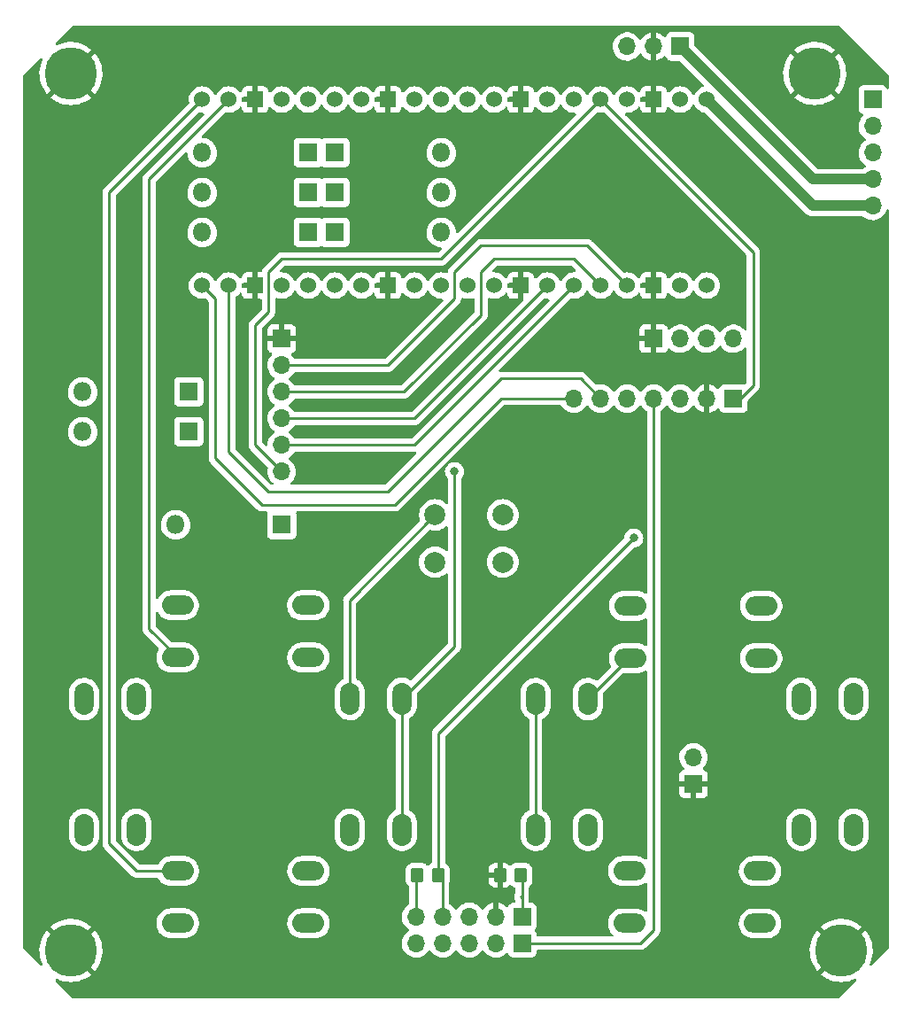
<source format=gbr>
%TF.GenerationSoftware,KiCad,Pcbnew,6.0.2+dfsg-1*%
%TF.CreationDate,2023-03-22T01:16:49-07:00*%
%TF.ProjectId,PICOnsole,5049434f-6e73-46f6-9c65-2e6b69636164,rev?*%
%TF.SameCoordinates,Original*%
%TF.FileFunction,Copper,L2,Bot*%
%TF.FilePolarity,Positive*%
%FSLAX46Y46*%
G04 Gerber Fmt 4.6, Leading zero omitted, Abs format (unit mm)*
G04 Created by KiCad (PCBNEW 6.0.2+dfsg-1) date 2023-03-22 01:16:49*
%MOMM*%
%LPD*%
G01*
G04 APERTURE LIST*
G04 Aperture macros list*
%AMRoundRect*
0 Rectangle with rounded corners*
0 $1 Rounding radius*
0 $2 $3 $4 $5 $6 $7 $8 $9 X,Y pos of 4 corners*
0 Add a 4 corners polygon primitive as box body*
4,1,4,$2,$3,$4,$5,$6,$7,$8,$9,$2,$3,0*
0 Add four circle primitives for the rounded corners*
1,1,$1+$1,$2,$3*
1,1,$1+$1,$4,$5*
1,1,$1+$1,$6,$7*
1,1,$1+$1,$8,$9*
0 Add four rect primitives between the rounded corners*
20,1,$1+$1,$2,$3,$4,$5,0*
20,1,$1+$1,$4,$5,$6,$7,0*
20,1,$1+$1,$6,$7,$8,$9,0*
20,1,$1+$1,$8,$9,$2,$3,0*%
G04 Aperture macros list end*
%TA.AperFunction,ComponentPad*%
%ADD10C,5.000000*%
%TD*%
%TA.AperFunction,ComponentPad*%
%ADD11C,2.000000*%
%TD*%
%TA.AperFunction,ComponentPad*%
%ADD12R,1.800000X1.800000*%
%TD*%
%TA.AperFunction,ComponentPad*%
%ADD13O,1.800000X1.800000*%
%TD*%
%TA.AperFunction,ComponentPad*%
%ADD14O,1.850000X3.048000*%
%TD*%
%TA.AperFunction,ComponentPad*%
%ADD15O,3.048000X1.850000*%
%TD*%
%TA.AperFunction,ComponentPad*%
%ADD16R,1.700000X1.700000*%
%TD*%
%TA.AperFunction,ComponentPad*%
%ADD17O,1.700000X1.700000*%
%TD*%
%TA.AperFunction,SMDPad,CuDef*%
%ADD18RoundRect,0.250000X0.350000X0.450000X-0.350000X0.450000X-0.350000X-0.450000X0.350000X-0.450000X0*%
%TD*%
%TA.AperFunction,ComponentPad*%
%ADD19C,1.524000*%
%TD*%
%TA.AperFunction,ComponentPad*%
%ADD20R,1.524000X1.524000*%
%TD*%
%TA.AperFunction,SMDPad,CuDef*%
%ADD21RoundRect,0.250000X-0.350000X-0.450000X0.350000X-0.450000X0.350000X0.450000X-0.350000X0.450000X0*%
%TD*%
%TA.AperFunction,ViaPad*%
%ADD22C,0.800000*%
%TD*%
%TA.AperFunction,Conductor*%
%ADD23C,1.000000*%
%TD*%
%TA.AperFunction,Conductor*%
%ADD24C,0.250000*%
%TD*%
G04 APERTURE END LIST*
D10*
%TO.P,,1*%
%TO.N,GND*%
X91440000Y-101600000D03*
%TD*%
D11*
%TO.P,SW3,1,1*%
%TO.N,/Input Cathode 3*%
X52590000Y-59975000D03*
X59090000Y-59975000D03*
%TO.P,SW3,2,2*%
%TO.N,Net-(D3-Pad2)*%
X59090000Y-64475000D03*
X52590000Y-64475000D03*
%TD*%
D12*
%TO.P,D8,1,K*%
%TO.N,/Input Anode 3*%
X37950000Y-60910000D03*
D13*
%TO.P,D8,2,A*%
%TO.N,Net-(D8-Pad2)*%
X27790000Y-60910000D03*
%TD*%
D12*
%TO.P,D2,1,K*%
%TO.N,/Input Anode 1*%
X40490000Y-29160000D03*
D13*
%TO.P,D2,2,A*%
%TO.N,Net-(D2-Pad2)*%
X30330000Y-29160000D03*
%TD*%
D14*
%TO.P,SW4,1,1*%
%TO.N,/Input Cathode 1*%
X87630000Y-77555000D03*
X87630000Y-90055000D03*
%TO.P,SW4,2,2*%
%TO.N,Net-(D4-Pad2)*%
X92630000Y-77555000D03*
X92630000Y-90055000D03*
%TD*%
D12*
%TO.P,D3,1,K*%
%TO.N,/Input Anode 1*%
X40490000Y-32970000D03*
D13*
%TO.P,D3,2,A*%
%TO.N,Net-(D3-Pad2)*%
X30330000Y-32970000D03*
%TD*%
D10*
%TO.P,REF\u002A\u002A,1*%
%TO.N,GND*%
X88900000Y-17780000D03*
%TD*%
%TO.P,REF\u002A\u002A,1*%
%TO.N,GND*%
X17780000Y-101600000D03*
%TD*%
D12*
%TO.P,D1,1,K*%
%TO.N,/Input Anode 1*%
X40490000Y-25350000D03*
D13*
%TO.P,D1,2,A*%
%TO.N,Net-(D1-Pad2)*%
X30330000Y-25350000D03*
%TD*%
D14*
%TO.P,SW9,1,1*%
%TO.N,/Input Cathode 3*%
X24050000Y-77570000D03*
X24050000Y-90070000D03*
%TO.P,SW9,2,2*%
%TO.N,Net-(D9-Pad2)*%
X19050000Y-77570000D03*
X19050000Y-90070000D03*
%TD*%
D12*
%TO.P,D7,1,K*%
%TO.N,/Input Anode 3*%
X29060000Y-52020000D03*
D13*
%TO.P,D7,2,A*%
%TO.N,Net-(D7-Pad2)*%
X18900000Y-52020000D03*
%TD*%
D12*
%TO.P,D9,1,K*%
%TO.N,/Input Anode 3*%
X29060000Y-48210000D03*
D13*
%TO.P,D9,2,A*%
%TO.N,Net-(D9-Pad2)*%
X18900000Y-48210000D03*
%TD*%
D15*
%TO.P,SW8,1,1*%
%TO.N,/Input Cathode 2*%
X27990000Y-73610000D03*
X40490000Y-73610000D03*
%TO.P,SW8,2,2*%
%TO.N,Net-(D8-Pad2)*%
X27990000Y-68610000D03*
X40490000Y-68610000D03*
%TD*%
D14*
%TO.P,SW2,1,1*%
%TO.N,/Input Cathode 2*%
X67230000Y-90075000D03*
X67230000Y-77575000D03*
%TO.P,SW2,2,2*%
%TO.N,Net-(D2-Pad2)*%
X62230000Y-90075000D03*
X62230000Y-77575000D03*
%TD*%
D10*
%TO.P,REF\u002A\u002A,1*%
%TO.N,GND*%
X17780000Y-17780000D03*
%TD*%
D12*
%TO.P,D5,1,K*%
%TO.N,/Input Anode 2*%
X43030000Y-29160000D03*
D13*
%TO.P,D5,2,A*%
%TO.N,Net-(D5-Pad2)*%
X53190000Y-29160000D03*
%TD*%
D16*
%TO.P,U4,1,Pin_1*%
%TO.N,+5V*%
X94465000Y-20275000D03*
D17*
%TO.P,U4,2,Pin_2*%
%TO.N,/USB_D-*%
X94465000Y-22815000D03*
%TO.P,U4,3,Pin_3*%
%TO.N,/USB_D+*%
X94465000Y-25355000D03*
%TO.P,U4,4,Pin_4*%
%TO.N,/BAT_GND*%
X94465000Y-27895000D03*
%TO.P,U4,5,Pin_5*%
%TO.N,VBUS*%
X94465000Y-30435000D03*
%TD*%
D16*
%TO.P,J1,1,Pin_1*%
%TO.N,GND*%
X73510000Y-43130000D03*
D17*
%TO.P,J1,2,Pin_2*%
%TO.N,/UART RX*%
X76050000Y-43130000D03*
%TO.P,J1,3,Pin_3*%
%TO.N,/UART TX*%
X78590000Y-43130000D03*
%TO.P,J1,4,Pin_4*%
%TO.N,VBUS*%
X81130000Y-43130000D03*
%TD*%
D15*
%TO.P,SW1,1,1*%
%TO.N,/Input Cathode 1*%
X71190000Y-94015000D03*
X83690000Y-94015000D03*
%TO.P,SW1,2,2*%
%TO.N,Net-(D1-Pad2)*%
X71190000Y-99015000D03*
X83690000Y-99015000D03*
%TD*%
%TO.P,SW7,1,1*%
%TO.N,/Input Cathode 1*%
X40510000Y-94010000D03*
X28010000Y-94010000D03*
%TO.P,SW7,2,2*%
%TO.N,Net-(D7-Pad2)*%
X28010000Y-99010000D03*
X40510000Y-99010000D03*
%TD*%
D16*
%TO.P,U3,1,Pin_1*%
%TO.N,GND*%
X37950000Y-43130000D03*
D17*
%TO.P,U3,2,Pin_2*%
%TO.N,/SD CLK*%
X37950000Y-45670000D03*
%TO.P,U3,3,Pin_3*%
%TO.N,/SD MOSI*%
X37950000Y-48210000D03*
%TO.P,U3,4,Pin_4*%
%TO.N,/SD MISO*%
X37950000Y-50750000D03*
%TO.P,U3,5,Pin_5*%
%TO.N,/SD CS*%
X37950000Y-53290000D03*
%TO.P,U3,6,Pin_6*%
%TO.N,+3V3*%
X37950000Y-55830000D03*
%TD*%
D14*
%TO.P,SW6,1,1*%
%TO.N,/Input Cathode 3*%
X44450000Y-77550000D03*
X44450000Y-90050000D03*
%TO.P,SW6,2,2*%
%TO.N,Net-(D6-Pad2)*%
X49450000Y-77550000D03*
X49450000Y-90050000D03*
%TD*%
D15*
%TO.P,SW5,1,1*%
%TO.N,/Input Cathode 2*%
X83780000Y-73655000D03*
X71280000Y-73655000D03*
%TO.P,SW5,2,2*%
%TO.N,Net-(D5-Pad2)*%
X71280000Y-68655000D03*
X83780000Y-68655000D03*
%TD*%
D12*
%TO.P,D6,1,K*%
%TO.N,/Input Anode 2*%
X43030000Y-32970000D03*
D13*
%TO.P,D6,2,A*%
%TO.N,Net-(D6-Pad2)*%
X53190000Y-32970000D03*
%TD*%
D12*
%TO.P,D4,1,K*%
%TO.N,/Input Anode 2*%
X43030000Y-25350000D03*
D13*
%TO.P,D4,2,A*%
%TO.N,Net-(D4-Pad2)*%
X53190000Y-25350000D03*
%TD*%
D16*
%TO.P,SW10,1,A*%
%TO.N,/BAT_GND*%
X76050000Y-15195000D03*
D17*
%TO.P,SW10,2,B*%
%TO.N,GND*%
X73510000Y-15195000D03*
%TO.P,SW10,3*%
%TO.N,N/C*%
X70970000Y-15195000D03*
%TD*%
D16*
%TO.P,U5,1,Pin_1*%
%TO.N,+3V3*%
X81130000Y-48845000D03*
D17*
%TO.P,U5,2,Pin_2*%
%TO.N,GND*%
X78590000Y-48845000D03*
%TO.P,U5,3,Pin_3*%
%TO.N,/I2S_SD*%
X76050000Y-48845000D03*
%TO.P,U5,4,Pin_4*%
%TO.N,/I2S_Gain*%
X73510000Y-48845000D03*
%TO.P,U5,5,Pin_5*%
%TO.N,/I2S_DIN*%
X70970000Y-48845000D03*
%TO.P,U5,6,Pin_6*%
%TO.N,/I2S_CLK*%
X68430000Y-48845000D03*
%TO.P,U5,7,Pin_7*%
%TO.N,/I2S_LRC*%
X65890000Y-48845000D03*
%TD*%
D18*
%TO.P,R1,1*%
%TO.N,Net-(J3-Pad1)*%
X60810000Y-94406193D03*
%TO.P,R1,2*%
%TO.N,GND*%
X58810000Y-94406193D03*
%TD*%
D19*
%TO.P,U2,1*%
%TO.N,unconnected-(U2-Pad1)*%
X78590000Y-38050000D03*
%TO.P,U2,2*%
%TO.N,unconnected-(U2-Pad2)*%
X76050000Y-38050000D03*
D20*
%TO.P,U2,3,GND*%
%TO.N,GND*%
X73510000Y-38050000D03*
D19*
%TO.P,U2,4*%
%TO.N,unconnected-(U2-Pad4)*%
X70970000Y-38050000D03*
%TO.P,U2,5*%
%TO.N,unconnected-(U2-Pad5)*%
X68430000Y-38050000D03*
%TO.P,U2,6*%
%TO.N,unconnected-(U2-Pad6)*%
X63350000Y-38050000D03*
%TO.P,U2,7*%
%TO.N,unconnected-(U2-Pad7)*%
X65890000Y-38050000D03*
D20*
%TO.P,U2,8,GND*%
%TO.N,GND*%
X60810000Y-38050000D03*
D19*
%TO.P,U2,9*%
%TO.N,unconnected-(U2-Pad9)*%
X58270000Y-38050000D03*
%TO.P,U2,10*%
%TO.N,unconnected-(U2-Pad10)*%
X55730000Y-38050000D03*
%TO.P,U2,11,DC*%
%TO.N,/LCD DC*%
X53190000Y-38050000D03*
%TO.P,U2,12,CS*%
%TO.N,/LCD CS*%
X50650000Y-38050000D03*
D20*
%TO.P,U2,13,GND*%
%TO.N,GND*%
X48110000Y-38050000D03*
D19*
%TO.P,U2,14,CLK*%
%TO.N,/LCD CLK*%
X45570000Y-38050000D03*
%TO.P,U2,15,DIN*%
%TO.N,/LCD DIN*%
X43030000Y-38050000D03*
%TO.P,U2,16,Reset*%
%TO.N,/LCD Reset*%
X40490000Y-38050000D03*
%TO.P,U2,17,Backlight*%
%TO.N,/LCD Backlight*%
X37950000Y-38050000D03*
D20*
%TO.P,U2,18,GND*%
%TO.N,GND*%
X35410000Y-38050000D03*
D19*
%TO.P,U2,19*%
%TO.N,unconnected-(U2-Pad19)*%
X32870000Y-38050000D03*
%TO.P,U2,20*%
%TO.N,unconnected-(U2-Pad20)*%
X30330000Y-38050000D03*
%TO.P,U2,21*%
%TO.N,unconnected-(U2-Pad21)*%
X30330000Y-20270000D03*
%TO.P,U2,22*%
%TO.N,unconnected-(U2-Pad22)*%
X32870000Y-20270000D03*
D20*
%TO.P,U2,23,GND*%
%TO.N,GND*%
X35410000Y-20270000D03*
D19*
%TO.P,U2,24*%
%TO.N,unconnected-(U2-Pad24)*%
X37950000Y-20270000D03*
%TO.P,U2,25*%
%TO.N,unconnected-(U2-Pad25)*%
X40490000Y-20270000D03*
%TO.P,U2,26*%
%TO.N,unconnected-(U2-Pad26)*%
X43030000Y-20270000D03*
%TO.P,U2,27*%
%TO.N,unconnected-(U2-Pad27)*%
X45570000Y-20270000D03*
D20*
%TO.P,U2,28,GND*%
%TO.N,GND*%
X48110000Y-20270000D03*
D19*
%TO.P,U2,29*%
%TO.N,unconnected-(U2-Pad29)*%
X50650000Y-20270000D03*
%TO.P,U2,30*%
%TO.N,unconnected-(U2-Pad30)*%
X53190000Y-20270000D03*
%TO.P,U2,31*%
%TO.N,unconnected-(U2-Pad31)*%
X55730000Y-20270000D03*
%TO.P,U2,32*%
%TO.N,unconnected-(U2-Pad32)*%
X58270000Y-20270000D03*
D20*
%TO.P,U2,33,GND*%
%TO.N,GND*%
X60810000Y-20270000D03*
D19*
%TO.P,U2,34*%
%TO.N,unconnected-(U2-Pad34)*%
X63350000Y-20270000D03*
%TO.P,U2,35*%
%TO.N,unconnected-(U2-Pad35)*%
X65890000Y-20270000D03*
%TO.P,U2,36*%
%TO.N,unconnected-(U2-Pad36)*%
X68430000Y-20270000D03*
%TO.P,U2,37*%
%TO.N,unconnected-(U2-Pad37)*%
X70970000Y-20270000D03*
D20*
%TO.P,U2,38,GND*%
%TO.N,GND*%
X73510000Y-20270000D03*
D19*
%TO.P,U2,39,VSYS*%
%TO.N,VSS*%
X76050000Y-20270000D03*
%TO.P,U2,40,VBUS*%
%TO.N,VBUS*%
X78590000Y-20270000D03*
%TD*%
D16*
%TO.P,J3,1,Pin_1*%
%TO.N,Net-(J3-Pad1)*%
X60946073Y-98374999D03*
D17*
%TO.P,J3,2,Pin_2*%
%TO.N,GND*%
X58406073Y-98374999D03*
%TO.P,J3,3,Pin_3*%
%TO.N,unconnected-(J3-Pad3)*%
X55866073Y-98374999D03*
%TO.P,J3,4,Pin_4*%
%TO.N,+3V3*%
X53326073Y-98374999D03*
%TO.P,J3,5,Pin_5*%
%TO.N,Net-(J3-Pad5)*%
X50786073Y-98374999D03*
%TD*%
D16*
%TO.P,J4,1,Pin_1*%
%TO.N,/I2S_Gain*%
X60946073Y-100915000D03*
D17*
%TO.P,J4,2,Pin_2*%
X58406073Y-100915000D03*
%TO.P,J4,3,Pin_3*%
X55866073Y-100915000D03*
%TO.P,J4,4,Pin_4*%
X53326073Y-100915000D03*
%TO.P,J4,5,Pin_5*%
X50786073Y-100915000D03*
%TD*%
D16*
%TO.P,J2,1,Pin_1*%
%TO.N,GND*%
X77320000Y-85680000D03*
D17*
%TO.P,J2,2,Pin_2*%
%TO.N,/Motor*%
X77320000Y-83140000D03*
%TD*%
D21*
%TO.P,R2,1*%
%TO.N,Net-(J3-Pad5)*%
X50920000Y-94406193D03*
%TO.P,R2,2*%
%TO.N,+3V3*%
X52920000Y-94406193D03*
%TD*%
D19*
%TO.P,U1,1,GP0*%
%TO.N,/UART TX*%
X78590000Y-38050000D03*
%TO.P,U1,2,GP1*%
%TO.N,/UART RX*%
X76050000Y-38050000D03*
D20*
%TO.P,U1,3,GND*%
%TO.N,GND*%
X73510000Y-38050000D03*
D19*
%TO.P,U1,4,GP2*%
%TO.N,/SD CLK*%
X70970000Y-38050000D03*
%TO.P,U1,5,GP3*%
%TO.N,/SD MOSI*%
X68430000Y-38050000D03*
%TO.P,U1,6,GP4*%
%TO.N,/SD MISO*%
X63350000Y-38050000D03*
%TO.P,U1,7,GP5*%
%TO.N,/SD CS*%
X65890000Y-38050000D03*
D20*
%TO.P,U1,8,GND*%
%TO.N,GND*%
X60810000Y-38050000D03*
D19*
%TO.P,U1,9,GP6*%
%TO.N,/Motor*%
X58270000Y-38050000D03*
%TO.P,U1,10,GP7*%
%TO.N,unconnected-(U1-Pad10)*%
X55730000Y-38050000D03*
%TO.P,U1,11,GP8*%
%TO.N,/LCD DC*%
X53190000Y-38050000D03*
%TO.P,U1,12,GP9*%
%TO.N,/LCD CS*%
X50650000Y-38050000D03*
D20*
%TO.P,U1,13,GND*%
%TO.N,GND*%
X48110000Y-38050000D03*
D19*
%TO.P,U1,14,GP10*%
%TO.N,/LCD CLK*%
X45570000Y-38050000D03*
%TO.P,U1,15,GP11*%
%TO.N,/LCD DIN*%
X43030000Y-38050000D03*
%TO.P,U1,16,GP12*%
%TO.N,/LCD Reset*%
X40490000Y-38050000D03*
%TO.P,U1,17,GP13*%
%TO.N,/LCD Backlight*%
X37950000Y-38050000D03*
D20*
%TO.P,U1,18,GND*%
%TO.N,GND*%
X35410000Y-38050000D03*
D19*
%TO.P,U1,19,GP14*%
%TO.N,/I2S_CLK*%
X32870000Y-38050000D03*
%TO.P,U1,20,GP15*%
%TO.N,/I2S_LRC*%
X30330000Y-38050000D03*
%TO.P,U1,21,GP16*%
%TO.N,/Input Cathode 1*%
X30330000Y-20270000D03*
%TO.P,U1,22,GP17*%
%TO.N,/Input Cathode 2*%
X32870000Y-20270000D03*
D20*
%TO.P,U1,23,GND*%
%TO.N,GND*%
X35410000Y-20270000D03*
D19*
%TO.P,U1,24,GP18*%
%TO.N,/Input Anode 3*%
X37950000Y-20270000D03*
%TO.P,U1,25,GP19*%
%TO.N,/Input Anode 1*%
X40490000Y-20270000D03*
%TO.P,U1,26,GP20*%
%TO.N,/Input Anode 2*%
X43030000Y-20270000D03*
%TO.P,U1,27,GP22*%
%TO.N,/Input Cathode 3*%
X45570000Y-20270000D03*
D20*
%TO.P,U1,28,GND*%
%TO.N,GND*%
X48110000Y-20270000D03*
D19*
%TO.P,U1,29,GP22*%
%TO.N,/I2S_DIN*%
X50650000Y-20270000D03*
%TO.P,U1,30,RUN*%
%TO.N,unconnected-(U1-Pad30)*%
X53190000Y-20270000D03*
%TO.P,U1,31,GP26*%
%TO.N,unconnected-(U1-Pad31)*%
X55730000Y-20270000D03*
%TO.P,U1,32,GP27*%
%TO.N,unconnected-(U1-Pad32)*%
X58270000Y-20270000D03*
D20*
%TO.P,U1,33,GND*%
%TO.N,GND*%
X60810000Y-20270000D03*
D19*
%TO.P,U1,34,GP28*%
%TO.N,unconnected-(U1-Pad34)*%
X63350000Y-20270000D03*
%TO.P,U1,35,ADC_VREF*%
%TO.N,unconnected-(U1-Pad35)*%
X65890000Y-20270000D03*
%TO.P,U1,36,3V3*%
%TO.N,+3V3*%
X68430000Y-20270000D03*
%TO.P,U1,37,3V3_EN*%
%TO.N,unconnected-(U1-Pad37)*%
X70970000Y-20270000D03*
D20*
%TO.P,U1,38,GND*%
%TO.N,GND*%
X73510000Y-20270000D03*
D19*
%TO.P,U1,39,VSYS*%
%TO.N,VSS*%
X76050000Y-20270000D03*
%TO.P,U1,40,VBUS*%
%TO.N,VBUS*%
X78590000Y-20270000D03*
%TD*%
D22*
%TO.N,+3V3*%
X71605000Y-62180000D03*
%TO.N,Net-(D6-Pad2)*%
X54460000Y-55830000D03*
%TD*%
D23*
%TO.N,VBUS*%
X89380000Y-30435000D02*
X88755000Y-30435000D01*
X89380000Y-30435000D02*
X94465000Y-30435000D01*
X88755000Y-30435000D02*
X78590000Y-20270000D01*
D24*
%TO.N,/SD CLK*%
X57000000Y-34240000D02*
X67160000Y-34240000D01*
X67160000Y-34240000D02*
X70970000Y-38050000D01*
X54460000Y-36780000D02*
X57000000Y-34240000D01*
X48110000Y-45670000D02*
X54460000Y-39320000D01*
X54460000Y-39320000D02*
X54460000Y-36780000D01*
X37950000Y-45670000D02*
X48110000Y-45670000D01*
%TO.N,/SD MOSI*%
X37950000Y-48210000D02*
X49646560Y-48210000D01*
X65890000Y-35510000D02*
X68430000Y-38050000D01*
X57000000Y-40856560D02*
X57000000Y-36780000D01*
X57000000Y-36780000D02*
X58270000Y-35510000D01*
X58270000Y-35510000D02*
X65890000Y-35510000D01*
X49646560Y-48210000D02*
X57000000Y-40856560D01*
%TO.N,/SD MISO*%
X50650000Y-50750000D02*
X63350000Y-38050000D01*
X37950000Y-50750000D02*
X50650000Y-50750000D01*
%TO.N,/SD CS*%
X37950000Y-53290000D02*
X50650000Y-53290000D01*
X50650000Y-53290000D02*
X65890000Y-38050000D01*
%TO.N,/Input Cathode 1*%
X24060000Y-94010000D02*
X28010000Y-94010000D01*
X30330000Y-20270000D02*
X21440000Y-29160000D01*
X21440000Y-29160000D02*
X21440000Y-91390000D01*
X21440000Y-91390000D02*
X24060000Y-94010000D01*
%TO.N,/Input Cathode 2*%
X71280000Y-73655000D02*
X71150000Y-73655000D01*
X32870000Y-20270000D02*
X25250000Y-27890000D01*
X25250000Y-70870000D02*
X27990000Y-73610000D01*
X71150000Y-73655000D02*
X67230000Y-77575000D01*
X25250000Y-27890000D02*
X25250000Y-70870000D01*
%TO.N,/Input Cathode 3*%
X52590000Y-59975000D02*
X44450000Y-68115000D01*
X44450000Y-68115000D02*
X44450000Y-77550000D01*
%TO.N,+3V3*%
X36680000Y-36780000D02*
X37950000Y-35510000D01*
X81765000Y-48845000D02*
X81130000Y-48845000D01*
X83035000Y-47575000D02*
X81765000Y-48845000D01*
X53326073Y-94812266D02*
X53326073Y-98374999D01*
X68430000Y-20270000D02*
X83035000Y-34875000D01*
X52920000Y-80865000D02*
X52920000Y-94406193D01*
X37950000Y-55830000D02*
X35410000Y-53290000D01*
X53190000Y-35510000D02*
X68430000Y-20270000D01*
X52920000Y-94406193D02*
X53326073Y-94812266D01*
X37950000Y-35510000D02*
X53190000Y-35510000D01*
X36680000Y-40590000D02*
X36680000Y-36780000D01*
X83035000Y-34875000D02*
X83035000Y-47575000D01*
X71605000Y-62180000D02*
X52920000Y-80865000D01*
X35410000Y-53290000D02*
X35410000Y-41860000D01*
X35410000Y-41860000D02*
X36680000Y-40590000D01*
%TO.N,Net-(D2-Pad2)*%
X62230000Y-77575000D02*
X62230000Y-90075000D01*
%TO.N,Net-(D6-Pad2)*%
X54460000Y-72540000D02*
X49450000Y-77550000D01*
X54460000Y-55830000D02*
X54460000Y-72540000D01*
X49450000Y-77550000D02*
X49450000Y-90050000D01*
D23*
%TO.N,/BAT_GND*%
X88755000Y-27895000D02*
X94465000Y-27895000D01*
X81135000Y-20275000D02*
X87480000Y-26620000D01*
X76050000Y-15195000D02*
X81130000Y-20275000D01*
X81130000Y-20275000D02*
X81135000Y-20275000D01*
X87480000Y-26620000D02*
X88755000Y-27895000D01*
D24*
%TO.N,Net-(J3-Pad1)*%
X60810000Y-96470000D02*
X60946073Y-96606073D01*
X60946073Y-94542266D02*
X60810000Y-94406193D01*
X60946073Y-98374999D02*
X60946073Y-94542266D01*
%TO.N,Net-(J3-Pad5)*%
X50786073Y-94540120D02*
X50786073Y-98374999D01*
X50920000Y-94406193D02*
X50786073Y-94540120D01*
%TO.N,/I2S_Gain*%
X72240000Y-100915000D02*
X60946073Y-100915000D01*
X73510000Y-48845000D02*
X73510000Y-99645000D01*
X72240000Y-100915000D02*
X73510000Y-99645000D01*
%TO.N,/I2S_CLK*%
X32870000Y-53925000D02*
X32870000Y-38050000D01*
X58905000Y-46940000D02*
X48110000Y-57735000D01*
X48110000Y-57735000D02*
X36680000Y-57735000D01*
X36680000Y-57735000D02*
X32870000Y-53925000D01*
X68430000Y-48845000D02*
X66525000Y-46940000D01*
X66525000Y-46940000D02*
X58905000Y-46940000D01*
%TO.N,/I2S_LRC*%
X31600000Y-54560000D02*
X36045000Y-59005000D01*
X58905000Y-48845000D02*
X65890000Y-48845000D01*
X31600000Y-39320000D02*
X31600000Y-54560000D01*
X30330000Y-38050000D02*
X31600000Y-39320000D01*
X36045000Y-59005000D02*
X48745000Y-59005000D01*
X48745000Y-59005000D02*
X58905000Y-48845000D01*
%TD*%
%TA.AperFunction,Conductor*%
%TO.N,GND*%
G36*
X91245511Y-13228002D02*
G01*
X91266485Y-13244905D01*
X95975095Y-17953515D01*
X96009121Y-18015827D01*
X96012000Y-18042610D01*
X96012000Y-19140475D01*
X95991998Y-19208596D01*
X95938342Y-19255089D01*
X95868068Y-19265193D01*
X95803488Y-19235699D01*
X95774386Y-19193859D01*
X95773077Y-19194575D01*
X95768767Y-19186703D01*
X95765615Y-19178295D01*
X95678261Y-19061739D01*
X95561705Y-18974385D01*
X95425316Y-18923255D01*
X95363134Y-18916500D01*
X93566866Y-18916500D01*
X93504684Y-18923255D01*
X93368295Y-18974385D01*
X93251739Y-19061739D01*
X93164385Y-19178295D01*
X93113255Y-19314684D01*
X93106500Y-19376866D01*
X93106500Y-21173134D01*
X93113255Y-21235316D01*
X93164385Y-21371705D01*
X93251739Y-21488261D01*
X93368295Y-21575615D01*
X93376704Y-21578767D01*
X93376705Y-21578768D01*
X93485451Y-21619535D01*
X93542216Y-21662176D01*
X93566916Y-21728738D01*
X93551709Y-21798087D01*
X93532316Y-21824568D01*
X93405629Y-21957138D01*
X93279743Y-22141680D01*
X93185688Y-22344305D01*
X93125989Y-22559570D01*
X93102251Y-22781695D01*
X93115110Y-23004715D01*
X93116247Y-23009761D01*
X93116248Y-23009767D01*
X93137275Y-23103069D01*
X93164222Y-23222639D01*
X93248266Y-23429616D01*
X93364987Y-23620088D01*
X93511250Y-23788938D01*
X93683126Y-23931632D01*
X93711573Y-23948255D01*
X93756445Y-23974476D01*
X93805169Y-24026114D01*
X93818240Y-24095897D01*
X93791509Y-24161669D01*
X93751055Y-24195027D01*
X93738607Y-24201507D01*
X93734474Y-24204610D01*
X93734471Y-24204612D01*
X93564100Y-24332530D01*
X93559965Y-24335635D01*
X93556393Y-24339373D01*
X93414682Y-24487665D01*
X93405629Y-24497138D01*
X93279743Y-24681680D01*
X93185688Y-24884305D01*
X93125989Y-25099570D01*
X93102251Y-25321695D01*
X93102548Y-25326848D01*
X93102548Y-25326851D01*
X93107864Y-25419041D01*
X93115110Y-25544715D01*
X93116247Y-25549761D01*
X93116248Y-25549767D01*
X93116695Y-25551749D01*
X93164222Y-25762639D01*
X93202461Y-25856811D01*
X93239094Y-25947027D01*
X93248266Y-25969616D01*
X93364987Y-26160088D01*
X93511250Y-26328938D01*
X93683126Y-26471632D01*
X93738331Y-26503891D01*
X93756445Y-26514476D01*
X93805169Y-26566114D01*
X93818240Y-26635897D01*
X93791509Y-26701669D01*
X93751055Y-26735027D01*
X93738607Y-26741507D01*
X93734474Y-26744610D01*
X93734471Y-26744612D01*
X93579111Y-26861260D01*
X93512626Y-26886166D01*
X93503458Y-26886500D01*
X89224926Y-26886500D01*
X89156805Y-26866498D01*
X89135831Y-26849596D01*
X88233266Y-25947032D01*
X88233262Y-25947027D01*
X82367915Y-20081681D01*
X86963860Y-20081681D01*
X86963878Y-20081933D01*
X86969793Y-20090677D01*
X87001111Y-20119174D01*
X87006748Y-20123738D01*
X87282544Y-20321918D01*
X87288682Y-20325813D01*
X87585435Y-20490984D01*
X87591955Y-20494136D01*
X87905738Y-20624109D01*
X87912589Y-20626495D01*
X88239212Y-20719536D01*
X88246301Y-20721120D01*
X88581465Y-20776006D01*
X88588671Y-20776763D01*
X88927926Y-20792762D01*
X88935176Y-20792686D01*
X89274010Y-20769587D01*
X89281219Y-20768676D01*
X89615160Y-20706784D01*
X89622190Y-20705057D01*
X89946819Y-20605187D01*
X89953597Y-20602667D01*
X90264603Y-20466145D01*
X90271043Y-20462864D01*
X90564293Y-20291502D01*
X90570326Y-20287493D01*
X90828828Y-20093405D01*
X90837282Y-20082078D01*
X90830537Y-20069748D01*
X88912810Y-18152020D01*
X88898869Y-18144408D01*
X88897034Y-18144539D01*
X88890420Y-18148790D01*
X86971474Y-20067737D01*
X86963860Y-20081681D01*
X82367915Y-20081681D01*
X81891846Y-19605612D01*
X81882753Y-19595478D01*
X81862897Y-19570782D01*
X81859032Y-19565975D01*
X81820578Y-19533708D01*
X81816931Y-19530527D01*
X81815106Y-19528872D01*
X81812925Y-19526691D01*
X81789692Y-19507607D01*
X81780574Y-19499339D01*
X79970222Y-17688987D01*
X85888484Y-17688987D01*
X85897374Y-18028505D01*
X85897980Y-18035721D01*
X85945835Y-18371963D01*
X85947269Y-18379074D01*
X86033455Y-18707595D01*
X86035692Y-18714478D01*
X86159064Y-19030914D01*
X86162081Y-19037503D01*
X86321002Y-19337652D01*
X86324761Y-19343860D01*
X86517129Y-19623757D01*
X86521574Y-19629486D01*
X86588743Y-19706484D01*
X86601917Y-19714888D01*
X86611769Y-19709020D01*
X88527980Y-17792810D01*
X88534357Y-17781131D01*
X89264408Y-17781131D01*
X89264539Y-17782966D01*
X89268790Y-17789580D01*
X91186268Y-19707057D01*
X91199622Y-19714349D01*
X91209594Y-19707295D01*
X91316641Y-19579267D01*
X91320957Y-19573456D01*
X91507432Y-19289575D01*
X91511046Y-19283313D01*
X91663658Y-18979882D01*
X91666530Y-18973244D01*
X91783249Y-18654293D01*
X91785345Y-18647351D01*
X91864631Y-18317103D01*
X91865915Y-18309964D01*
X91906816Y-17971973D01*
X91907240Y-17966403D01*
X91913010Y-17782797D01*
X91912937Y-17777204D01*
X91893338Y-17437303D01*
X91892506Y-17430113D01*
X91834113Y-17095529D01*
X91832458Y-17088474D01*
X91735998Y-16762834D01*
X91733540Y-16756006D01*
X91600290Y-16443608D01*
X91597073Y-16437125D01*
X91428788Y-16142089D01*
X91424856Y-16136034D01*
X91223774Y-15862295D01*
X91219166Y-15856726D01*
X91213830Y-15850984D01*
X91200178Y-15842866D01*
X91199570Y-15842887D01*
X91191092Y-15848119D01*
X89272020Y-17767190D01*
X89264408Y-17781131D01*
X88534357Y-17781131D01*
X88535592Y-17778869D01*
X88535461Y-17777034D01*
X88531210Y-17770420D01*
X86612374Y-15851585D01*
X86599581Y-15844599D01*
X86588827Y-15852464D01*
X86428037Y-16057527D01*
X86423902Y-16063476D01*
X86246440Y-16353068D01*
X86243019Y-16359447D01*
X86100016Y-16667522D01*
X86097356Y-16674241D01*
X85990711Y-16996707D01*
X85988834Y-17003711D01*
X85919961Y-17336288D01*
X85918904Y-17343449D01*
X85888712Y-17681735D01*
X85888484Y-17688987D01*
X79970222Y-17688987D01*
X77762282Y-15481048D01*
X86965132Y-15481048D01*
X86971527Y-15492316D01*
X88887190Y-17407980D01*
X88901131Y-17415592D01*
X88902966Y-17415461D01*
X88909580Y-17411210D01*
X90827074Y-15493716D01*
X90834466Y-15480179D01*
X90827679Y-15470479D01*
X90724476Y-15382335D01*
X90718704Y-15377953D01*
X90436796Y-15188519D01*
X90430575Y-15184839D01*
X90128757Y-15029060D01*
X90122146Y-15026116D01*
X89804439Y-14906065D01*
X89797513Y-14903894D01*
X89468112Y-14821155D01*
X89461005Y-14819799D01*
X89124278Y-14775468D01*
X89117036Y-14774937D01*
X88777467Y-14769602D01*
X88770205Y-14769906D01*
X88432256Y-14803638D01*
X88425108Y-14804770D01*
X88093263Y-14877124D01*
X88086285Y-14879072D01*
X87764960Y-14989086D01*
X87758253Y-14991823D01*
X87451707Y-15138039D01*
X87445349Y-15141534D01*
X87157654Y-15322005D01*
X87151731Y-15326214D01*
X86973601Y-15468923D01*
X86965132Y-15481048D01*
X77762282Y-15481048D01*
X77445405Y-15164171D01*
X77411379Y-15101859D01*
X77408500Y-15075076D01*
X77408500Y-14296866D01*
X77401745Y-14234684D01*
X77350615Y-14098295D01*
X77263261Y-13981739D01*
X77146705Y-13894385D01*
X77010316Y-13843255D01*
X76948134Y-13836500D01*
X75151866Y-13836500D01*
X75089684Y-13843255D01*
X74953295Y-13894385D01*
X74836739Y-13981739D01*
X74749385Y-14098295D01*
X74746233Y-14106703D01*
X74746232Y-14106705D01*
X74704722Y-14217433D01*
X74662081Y-14274198D01*
X74595519Y-14298898D01*
X74526170Y-14283691D01*
X74493546Y-14258004D01*
X74442799Y-14202234D01*
X74435273Y-14195215D01*
X74268139Y-14063222D01*
X74259552Y-14057517D01*
X74073117Y-13954599D01*
X74063705Y-13950369D01*
X73862959Y-13879280D01*
X73852988Y-13876646D01*
X73781837Y-13863972D01*
X73768540Y-13865432D01*
X73764000Y-13879989D01*
X73764000Y-16513517D01*
X73768064Y-16527359D01*
X73781478Y-16529393D01*
X73788184Y-16528534D01*
X73798262Y-16526392D01*
X74002255Y-16465191D01*
X74011842Y-16461433D01*
X74203095Y-16367739D01*
X74211945Y-16362464D01*
X74385328Y-16238792D01*
X74393193Y-16232145D01*
X74497897Y-16127805D01*
X74560268Y-16093889D01*
X74631075Y-16099077D01*
X74687837Y-16141723D01*
X74704819Y-16172826D01*
X74749385Y-16291705D01*
X74836739Y-16408261D01*
X74953295Y-16495615D01*
X75089684Y-16546745D01*
X75151866Y-16553500D01*
X75930075Y-16553500D01*
X75998196Y-16573502D01*
X76019170Y-16590405D01*
X78272779Y-18844014D01*
X78306805Y-18906326D01*
X78301740Y-18977141D01*
X78259193Y-19033977D01*
X78216295Y-19054815D01*
X78198908Y-19059474D01*
X78159116Y-19070136D01*
X78159109Y-19070138D01*
X78153804Y-19071560D01*
X78148823Y-19073882D01*
X78148822Y-19073883D01*
X77957311Y-19163186D01*
X77957306Y-19163189D01*
X77952324Y-19165512D01*
X77947817Y-19168668D01*
X77947815Y-19168669D01*
X77774730Y-19289864D01*
X77774727Y-19289866D01*
X77770219Y-19293023D01*
X77613023Y-19450219D01*
X77609866Y-19454727D01*
X77609864Y-19454730D01*
X77488669Y-19627815D01*
X77485512Y-19632324D01*
X77483189Y-19637306D01*
X77483186Y-19637311D01*
X77434195Y-19742373D01*
X77387277Y-19795658D01*
X77319000Y-19815119D01*
X77251040Y-19794577D01*
X77205805Y-19742373D01*
X77156814Y-19637311D01*
X77156811Y-19637306D01*
X77154488Y-19632324D01*
X77151331Y-19627815D01*
X77030136Y-19454730D01*
X77030134Y-19454727D01*
X77026977Y-19450219D01*
X76869781Y-19293023D01*
X76865273Y-19289866D01*
X76865270Y-19289864D01*
X76729183Y-19194575D01*
X76687677Y-19165512D01*
X76682695Y-19163189D01*
X76682690Y-19163186D01*
X76491178Y-19073883D01*
X76491177Y-19073882D01*
X76486196Y-19071560D01*
X76480888Y-19070138D01*
X76480886Y-19070137D01*
X76415051Y-19052497D01*
X76271463Y-19014022D01*
X76050000Y-18994647D01*
X75828537Y-19014022D01*
X75684949Y-19052497D01*
X75619114Y-19070137D01*
X75619112Y-19070138D01*
X75613804Y-19071560D01*
X75608823Y-19073882D01*
X75608822Y-19073883D01*
X75417311Y-19163186D01*
X75417306Y-19163189D01*
X75412324Y-19165512D01*
X75407817Y-19168668D01*
X75407815Y-19168669D01*
X75234730Y-19289864D01*
X75234727Y-19289866D01*
X75230219Y-19293023D01*
X75073023Y-19450219D01*
X75069865Y-19454729D01*
X75069860Y-19454735D01*
X75009212Y-19541350D01*
X74953755Y-19585679D01*
X74883136Y-19592988D01*
X74819775Y-19560958D01*
X74783790Y-19499756D01*
X74779999Y-19469080D01*
X74779999Y-19463331D01*
X74779629Y-19456510D01*
X74774105Y-19405648D01*
X74770479Y-19390396D01*
X74725324Y-19269946D01*
X74716786Y-19254351D01*
X74640285Y-19152276D01*
X74627724Y-19139715D01*
X74525649Y-19063214D01*
X74510054Y-19054676D01*
X74389606Y-19009522D01*
X74374351Y-19005895D01*
X74323486Y-19000369D01*
X74316672Y-19000000D01*
X73782115Y-19000000D01*
X73766876Y-19004475D01*
X73765671Y-19005865D01*
X73764000Y-19013548D01*
X73764000Y-21521884D01*
X73768475Y-21537123D01*
X73769865Y-21538328D01*
X73777548Y-21539999D01*
X74316669Y-21539999D01*
X74323490Y-21539629D01*
X74374352Y-21534105D01*
X74389604Y-21530479D01*
X74510054Y-21485324D01*
X74525649Y-21476786D01*
X74627724Y-21400285D01*
X74640285Y-21387724D01*
X74716786Y-21285649D01*
X74725324Y-21270054D01*
X74770478Y-21149606D01*
X74774105Y-21134351D01*
X74779631Y-21083486D01*
X74780000Y-21076672D01*
X74780000Y-21070922D01*
X74800002Y-21002801D01*
X74853658Y-20956308D01*
X74923932Y-20946204D01*
X74988512Y-20975698D01*
X75009213Y-20998651D01*
X75069861Y-21085265D01*
X75073023Y-21089781D01*
X75230219Y-21246977D01*
X75234727Y-21250134D01*
X75234730Y-21250136D01*
X75263176Y-21270054D01*
X75412323Y-21374488D01*
X75417305Y-21376811D01*
X75417310Y-21376814D01*
X75608822Y-21466117D01*
X75613804Y-21468440D01*
X75619112Y-21469862D01*
X75619114Y-21469863D01*
X75644951Y-21476786D01*
X75828537Y-21525978D01*
X76050000Y-21545353D01*
X76271463Y-21525978D01*
X76455049Y-21476786D01*
X76480886Y-21469863D01*
X76480888Y-21469862D01*
X76486196Y-21468440D01*
X76491178Y-21466117D01*
X76682690Y-21376814D01*
X76682695Y-21376811D01*
X76687677Y-21374488D01*
X76836824Y-21270054D01*
X76865270Y-21250136D01*
X76865273Y-21250134D01*
X76869781Y-21246977D01*
X77026977Y-21089781D01*
X77030140Y-21085265D01*
X77151331Y-20912185D01*
X77151332Y-20912183D01*
X77154488Y-20907676D01*
X77156811Y-20902694D01*
X77156814Y-20902689D01*
X77205805Y-20797627D01*
X77252723Y-20744342D01*
X77321000Y-20724881D01*
X77388960Y-20745423D01*
X77434195Y-20797627D01*
X77483186Y-20902689D01*
X77483189Y-20902694D01*
X77485512Y-20907676D01*
X77488668Y-20912183D01*
X77488669Y-20912185D01*
X77609861Y-21085265D01*
X77613023Y-21089781D01*
X77770219Y-21246977D01*
X77774727Y-21250134D01*
X77774730Y-21250136D01*
X77803176Y-21270054D01*
X77952323Y-21374488D01*
X77957305Y-21376811D01*
X77957310Y-21376814D01*
X78148822Y-21466117D01*
X78153804Y-21468440D01*
X78159112Y-21469862D01*
X78159114Y-21469863D01*
X78184951Y-21476786D01*
X78368537Y-21525978D01*
X78374014Y-21526457D01*
X78374019Y-21526458D01*
X78378962Y-21526890D01*
X78445081Y-21552750D01*
X78457081Y-21563316D01*
X87998145Y-31104379D01*
X88007247Y-31114522D01*
X88030968Y-31144025D01*
X88035696Y-31147992D01*
X88069421Y-31176291D01*
X88073069Y-31179472D01*
X88074881Y-31181115D01*
X88077075Y-31183309D01*
X88110349Y-31210642D01*
X88111147Y-31211304D01*
X88182474Y-31271154D01*
X88187144Y-31273722D01*
X88191261Y-31277103D01*
X88249145Y-31308140D01*
X88273086Y-31320977D01*
X88274245Y-31321606D01*
X88350381Y-31363462D01*
X88350389Y-31363465D01*
X88355787Y-31366433D01*
X88360869Y-31368045D01*
X88365563Y-31370562D01*
X88371454Y-31372363D01*
X88454477Y-31397747D01*
X88455735Y-31398139D01*
X88544306Y-31426235D01*
X88549597Y-31426829D01*
X88554698Y-31428388D01*
X88647263Y-31437790D01*
X88648450Y-31437916D01*
X88677838Y-31441213D01*
X88694730Y-31443108D01*
X88694735Y-31443108D01*
X88698227Y-31443500D01*
X88701752Y-31443500D01*
X88702737Y-31443555D01*
X88708432Y-31444003D01*
X88720342Y-31445213D01*
X88745334Y-31447752D01*
X88745339Y-31447752D01*
X88751462Y-31448374D01*
X88797108Y-31444059D01*
X88808967Y-31443500D01*
X93507393Y-31443500D01*
X93575514Y-31463502D01*
X93587877Y-31472555D01*
X93683126Y-31551632D01*
X93876000Y-31664338D01*
X93880825Y-31666180D01*
X93880826Y-31666181D01*
X93953612Y-31693975D01*
X94084692Y-31744030D01*
X94089760Y-31745061D01*
X94089763Y-31745062D01*
X94197017Y-31766883D01*
X94303597Y-31788567D01*
X94308772Y-31788757D01*
X94308774Y-31788757D01*
X94521673Y-31796564D01*
X94521677Y-31796564D01*
X94526837Y-31796753D01*
X94531957Y-31796097D01*
X94531959Y-31796097D01*
X94743288Y-31769025D01*
X94743289Y-31769025D01*
X94748416Y-31768368D01*
X94753366Y-31766883D01*
X94957429Y-31705661D01*
X94957434Y-31705659D01*
X94962384Y-31704174D01*
X95162994Y-31605896D01*
X95344860Y-31476173D01*
X95357576Y-31463502D01*
X95453216Y-31368195D01*
X95503096Y-31318489D01*
X95537110Y-31271154D01*
X95630435Y-31141277D01*
X95633453Y-31137077D01*
X95644601Y-31114522D01*
X95730136Y-30941453D01*
X95730137Y-30941451D01*
X95732430Y-30936811D01*
X95765442Y-30828156D01*
X95804383Y-30768792D01*
X95869237Y-30739905D01*
X95939413Y-30750666D01*
X95992631Y-30797660D01*
X96012000Y-30864785D01*
X96012000Y-101337390D01*
X95991998Y-101405511D01*
X95975095Y-101426485D01*
X94354044Y-103047536D01*
X94291732Y-103081562D01*
X94220917Y-103076497D01*
X94164081Y-103033950D01*
X94139270Y-102967430D01*
X94152384Y-102901826D01*
X94203661Y-102799875D01*
X94206530Y-102793244D01*
X94323249Y-102474293D01*
X94325345Y-102467351D01*
X94404631Y-102137103D01*
X94405915Y-102129964D01*
X94446816Y-101791973D01*
X94447240Y-101786403D01*
X94453010Y-101602797D01*
X94452937Y-101597204D01*
X94433338Y-101257303D01*
X94432506Y-101250113D01*
X94374113Y-100915529D01*
X94372458Y-100908474D01*
X94275998Y-100582834D01*
X94273540Y-100576006D01*
X94140290Y-100263608D01*
X94137073Y-100257125D01*
X93968788Y-99962089D01*
X93964856Y-99956034D01*
X93763774Y-99682295D01*
X93759166Y-99676726D01*
X93753830Y-99670984D01*
X93740178Y-99662866D01*
X93739570Y-99662887D01*
X93731092Y-99668119D01*
X91440000Y-101959210D01*
X89511472Y-103887739D01*
X89503860Y-103901680D01*
X89503878Y-103901934D01*
X89509792Y-103910676D01*
X89541111Y-103939174D01*
X89546748Y-103943738D01*
X89822544Y-104141918D01*
X89828682Y-104145813D01*
X90125435Y-104310984D01*
X90131955Y-104314136D01*
X90445738Y-104444109D01*
X90452589Y-104446495D01*
X90779212Y-104539536D01*
X90786301Y-104541120D01*
X91121465Y-104596006D01*
X91128671Y-104596763D01*
X91467926Y-104612762D01*
X91475176Y-104612686D01*
X91814010Y-104589587D01*
X91821219Y-104588676D01*
X92155160Y-104526784D01*
X92162190Y-104525057D01*
X92486819Y-104425187D01*
X92493597Y-104422667D01*
X92745111Y-104312260D01*
X92815526Y-104303195D01*
X92879665Y-104333637D01*
X92917163Y-104393923D01*
X92916115Y-104464912D01*
X92884851Y-104516729D01*
X91266485Y-106135095D01*
X91204173Y-106169121D01*
X91177390Y-106172000D01*
X18042610Y-106172000D01*
X17974489Y-106151998D01*
X17953515Y-106135095D01*
X16340477Y-104522057D01*
X16306451Y-104459745D01*
X16311516Y-104388930D01*
X16354063Y-104332094D01*
X16420583Y-104307283D01*
X16477790Y-104316553D01*
X16785738Y-104444109D01*
X16792589Y-104446495D01*
X17119212Y-104539536D01*
X17126301Y-104541120D01*
X17461465Y-104596006D01*
X17468671Y-104596763D01*
X17807926Y-104612762D01*
X17815176Y-104612686D01*
X18154010Y-104589587D01*
X18161219Y-104588676D01*
X18495160Y-104526784D01*
X18502190Y-104525057D01*
X18826819Y-104425187D01*
X18833597Y-104422667D01*
X19144603Y-104286145D01*
X19151043Y-104282864D01*
X19444293Y-104111502D01*
X19450326Y-104107493D01*
X19708828Y-103913405D01*
X19717282Y-103902078D01*
X19710537Y-103889748D01*
X17421921Y-101601131D01*
X18144408Y-101601131D01*
X18144539Y-101602966D01*
X18148790Y-101609580D01*
X20066268Y-103527057D01*
X20079622Y-103534349D01*
X20089594Y-103527295D01*
X20196641Y-103399267D01*
X20200957Y-103393456D01*
X20387432Y-103109575D01*
X20391046Y-103103313D01*
X20543658Y-102799882D01*
X20546530Y-102793244D01*
X20663249Y-102474293D01*
X20665345Y-102467351D01*
X20744631Y-102137103D01*
X20745915Y-102129964D01*
X20786816Y-101791973D01*
X20787240Y-101786403D01*
X20793010Y-101602797D01*
X20792937Y-101597204D01*
X20773338Y-101257303D01*
X20772506Y-101250113D01*
X20714113Y-100915529D01*
X20712458Y-100908474D01*
X20615998Y-100582834D01*
X20613540Y-100576006D01*
X20480290Y-100263608D01*
X20477073Y-100257125D01*
X20308788Y-99962089D01*
X20304856Y-99956034D01*
X20103774Y-99682295D01*
X20099166Y-99676726D01*
X20093830Y-99670984D01*
X20080178Y-99662866D01*
X20079570Y-99662887D01*
X20071092Y-99668119D01*
X18152020Y-101587190D01*
X18144408Y-101601131D01*
X17421921Y-101601131D01*
X17420790Y-101600000D01*
X15492372Y-99671583D01*
X15479582Y-99664599D01*
X15468828Y-99672463D01*
X15308037Y-99877527D01*
X15303902Y-99883476D01*
X15126440Y-100173068D01*
X15123019Y-100179447D01*
X14980016Y-100487522D01*
X14977356Y-100494241D01*
X14870711Y-100816707D01*
X14868834Y-100823711D01*
X14799961Y-101156288D01*
X14798904Y-101163449D01*
X14768712Y-101501735D01*
X14768484Y-101508987D01*
X14777374Y-101848505D01*
X14777980Y-101855721D01*
X14825835Y-102191963D01*
X14827269Y-102199074D01*
X14913455Y-102527595D01*
X14915692Y-102534478D01*
X15039064Y-102850914D01*
X15042081Y-102857503D01*
X15061947Y-102895024D01*
X15076146Y-102964586D01*
X15050483Y-103030782D01*
X14993105Y-103072595D01*
X14922230Y-103076749D01*
X14861498Y-103043078D01*
X13244905Y-101426485D01*
X13210879Y-101364173D01*
X13208000Y-101337390D01*
X13208000Y-99301048D01*
X15845132Y-99301048D01*
X15851527Y-99312316D01*
X17767190Y-101227980D01*
X17781131Y-101235592D01*
X17782966Y-101235461D01*
X17789580Y-101231210D01*
X19707074Y-99313716D01*
X19714466Y-99300179D01*
X19707679Y-99290479D01*
X19604476Y-99202335D01*
X19598704Y-99197953D01*
X19468320Y-99110339D01*
X25976091Y-99110339D01*
X26011747Y-99343349D01*
X26084980Y-99567407D01*
X26087370Y-99571998D01*
X26187639Y-99764612D01*
X26193825Y-99776496D01*
X26196928Y-99780629D01*
X26196930Y-99780632D01*
X26328626Y-99956034D01*
X26335358Y-99965000D01*
X26339096Y-99968572D01*
X26463669Y-100087617D01*
X26505777Y-100127857D01*
X26700508Y-100260693D01*
X26705192Y-100262867D01*
X26705195Y-100262869D01*
X26909628Y-100357764D01*
X26909633Y-100357766D01*
X26914319Y-100359941D01*
X27141468Y-100422935D01*
X27146605Y-100423484D01*
X27330563Y-100443144D01*
X27330571Y-100443144D01*
X27333898Y-100443500D01*
X28668757Y-100443500D01*
X28671330Y-100443288D01*
X28671341Y-100443288D01*
X28838779Y-100429522D01*
X28838785Y-100429521D01*
X28843930Y-100429098D01*
X29072551Y-100371673D01*
X29288723Y-100277678D01*
X29486641Y-100149640D01*
X29496502Y-100140668D01*
X29657167Y-99994473D01*
X29657168Y-99994471D01*
X29660989Y-99990995D01*
X29664188Y-99986944D01*
X29664192Y-99986940D01*
X29803883Y-99810061D01*
X29803885Y-99810057D01*
X29807085Y-99806006D01*
X29823149Y-99776907D01*
X29862664Y-99705324D01*
X29921005Y-99599639D01*
X29924789Y-99588955D01*
X29997965Y-99382311D01*
X29997966Y-99382307D01*
X29999691Y-99377436D01*
X30004075Y-99352825D01*
X30040123Y-99150456D01*
X30040124Y-99150450D01*
X30041029Y-99145367D01*
X30041457Y-99110339D01*
X38476091Y-99110339D01*
X38511747Y-99343349D01*
X38584980Y-99567407D01*
X38587370Y-99571998D01*
X38687639Y-99764612D01*
X38693825Y-99776496D01*
X38696928Y-99780629D01*
X38696930Y-99780632D01*
X38828626Y-99956034D01*
X38835358Y-99965000D01*
X38839096Y-99968572D01*
X38963669Y-100087617D01*
X39005777Y-100127857D01*
X39200508Y-100260693D01*
X39205192Y-100262867D01*
X39205195Y-100262869D01*
X39409628Y-100357764D01*
X39409633Y-100357766D01*
X39414319Y-100359941D01*
X39641468Y-100422935D01*
X39646605Y-100423484D01*
X39830563Y-100443144D01*
X39830571Y-100443144D01*
X39833898Y-100443500D01*
X41168757Y-100443500D01*
X41171330Y-100443288D01*
X41171341Y-100443288D01*
X41338779Y-100429522D01*
X41338785Y-100429521D01*
X41343930Y-100429098D01*
X41572551Y-100371673D01*
X41788723Y-100277678D01*
X41986641Y-100149640D01*
X41996502Y-100140668D01*
X42157167Y-99994473D01*
X42157168Y-99994471D01*
X42160989Y-99990995D01*
X42164188Y-99986944D01*
X42164192Y-99986940D01*
X42303883Y-99810061D01*
X42303885Y-99810057D01*
X42307085Y-99806006D01*
X42323149Y-99776907D01*
X42362664Y-99705324D01*
X42421005Y-99599639D01*
X42424789Y-99588955D01*
X42497965Y-99382311D01*
X42497966Y-99382307D01*
X42499691Y-99377436D01*
X42504075Y-99352825D01*
X42540123Y-99150456D01*
X42540124Y-99150450D01*
X42541029Y-99145367D01*
X42543909Y-98909661D01*
X42508253Y-98676651D01*
X42435020Y-98452593D01*
X42377290Y-98341694D01*
X42328564Y-98248093D01*
X42328563Y-98248092D01*
X42326175Y-98243504D01*
X42311169Y-98223517D01*
X42187747Y-98059135D01*
X42187745Y-98059132D01*
X42184642Y-98055000D01*
X42059804Y-97935701D01*
X42017960Y-97895714D01*
X42017959Y-97895713D01*
X42014223Y-97892143D01*
X41819492Y-97759307D01*
X41814808Y-97757133D01*
X41814805Y-97757131D01*
X41610372Y-97662236D01*
X41610367Y-97662234D01*
X41605681Y-97660059D01*
X41378532Y-97597065D01*
X41363682Y-97595478D01*
X41189437Y-97576856D01*
X41189429Y-97576856D01*
X41186102Y-97576500D01*
X39851243Y-97576500D01*
X39848670Y-97576712D01*
X39848659Y-97576712D01*
X39681221Y-97590478D01*
X39681215Y-97590479D01*
X39676070Y-97590902D01*
X39447449Y-97648327D01*
X39231277Y-97742322D01*
X39033359Y-97870360D01*
X39029536Y-97873839D01*
X39029533Y-97873841D01*
X38996055Y-97904304D01*
X38859011Y-98029005D01*
X38855812Y-98033056D01*
X38855808Y-98033060D01*
X38716117Y-98209939D01*
X38712915Y-98213994D01*
X38710419Y-98218515D01*
X38710418Y-98218517D01*
X38691331Y-98253093D01*
X38598995Y-98420361D01*
X38597271Y-98425230D01*
X38597269Y-98425234D01*
X38525113Y-98628999D01*
X38520309Y-98642564D01*
X38519402Y-98647657D01*
X38519401Y-98647660D01*
X38484051Y-98846116D01*
X38478971Y-98874633D01*
X38478544Y-98909547D01*
X38476827Y-99050143D01*
X38476091Y-99110339D01*
X30041457Y-99110339D01*
X30043909Y-98909661D01*
X30008253Y-98676651D01*
X29935020Y-98452593D01*
X29877290Y-98341694D01*
X29828564Y-98248093D01*
X29828563Y-98248092D01*
X29826175Y-98243504D01*
X29811169Y-98223517D01*
X29687747Y-98059135D01*
X29687745Y-98059132D01*
X29684642Y-98055000D01*
X29559804Y-97935701D01*
X29517960Y-97895714D01*
X29517959Y-97895713D01*
X29514223Y-97892143D01*
X29319492Y-97759307D01*
X29314808Y-97757133D01*
X29314805Y-97757131D01*
X29110372Y-97662236D01*
X29110367Y-97662234D01*
X29105681Y-97660059D01*
X28878532Y-97597065D01*
X28863682Y-97595478D01*
X28689437Y-97576856D01*
X28689429Y-97576856D01*
X28686102Y-97576500D01*
X27351243Y-97576500D01*
X27348670Y-97576712D01*
X27348659Y-97576712D01*
X27181221Y-97590478D01*
X27181215Y-97590479D01*
X27176070Y-97590902D01*
X26947449Y-97648327D01*
X26731277Y-97742322D01*
X26533359Y-97870360D01*
X26529536Y-97873839D01*
X26529533Y-97873841D01*
X26496055Y-97904304D01*
X26359011Y-98029005D01*
X26355812Y-98033056D01*
X26355808Y-98033060D01*
X26216117Y-98209939D01*
X26212915Y-98213994D01*
X26210419Y-98218515D01*
X26210418Y-98218517D01*
X26191331Y-98253093D01*
X26098995Y-98420361D01*
X26097271Y-98425230D01*
X26097269Y-98425234D01*
X26025113Y-98628999D01*
X26020309Y-98642564D01*
X26019402Y-98647657D01*
X26019401Y-98647660D01*
X25984051Y-98846116D01*
X25978971Y-98874633D01*
X25978544Y-98909547D01*
X25976827Y-99050143D01*
X25976091Y-99110339D01*
X19468320Y-99110339D01*
X19316796Y-99008519D01*
X19310575Y-99004839D01*
X19008757Y-98849060D01*
X19002146Y-98846116D01*
X18684439Y-98726065D01*
X18677513Y-98723894D01*
X18348112Y-98641155D01*
X18341005Y-98639799D01*
X18004278Y-98595468D01*
X17997036Y-98594937D01*
X17657467Y-98589602D01*
X17650205Y-98589906D01*
X17312256Y-98623638D01*
X17305108Y-98624770D01*
X16973263Y-98697124D01*
X16966285Y-98699072D01*
X16644960Y-98809086D01*
X16638253Y-98811823D01*
X16331707Y-98958039D01*
X16325349Y-98961534D01*
X16037654Y-99142005D01*
X16031731Y-99146214D01*
X15853601Y-99288923D01*
X15845132Y-99301048D01*
X13208000Y-99301048D01*
X13208000Y-90728757D01*
X17616500Y-90728757D01*
X17616712Y-90731330D01*
X17616712Y-90731341D01*
X17630478Y-90898779D01*
X17630479Y-90898785D01*
X17630902Y-90903930D01*
X17688327Y-91132551D01*
X17782322Y-91348723D01*
X17910360Y-91546641D01*
X17913839Y-91550464D01*
X17913841Y-91550467D01*
X18065527Y-91717167D01*
X18069005Y-91720989D01*
X18073056Y-91724188D01*
X18073060Y-91724192D01*
X18249939Y-91863883D01*
X18249943Y-91863885D01*
X18253994Y-91867085D01*
X18258515Y-91869581D01*
X18258517Y-91869582D01*
X18267575Y-91874582D01*
X18460361Y-91981005D01*
X18465230Y-91982729D01*
X18465234Y-91982731D01*
X18677689Y-92057965D01*
X18677693Y-92057966D01*
X18682564Y-92059691D01*
X18687657Y-92060598D01*
X18687660Y-92060599D01*
X18909544Y-92100123D01*
X18909550Y-92100124D01*
X18914633Y-92101029D01*
X19005477Y-92102139D01*
X19145170Y-92103846D01*
X19145172Y-92103846D01*
X19150339Y-92103909D01*
X19383349Y-92068253D01*
X19607407Y-91995020D01*
X19816496Y-91886175D01*
X19820629Y-91883072D01*
X19820632Y-91883070D01*
X20000865Y-91747747D01*
X20000868Y-91747745D01*
X20005000Y-91744642D01*
X20101565Y-91643593D01*
X20164286Y-91577960D01*
X20164287Y-91577959D01*
X20167857Y-91574223D01*
X20300693Y-91379492D01*
X20307997Y-91363757D01*
X20397764Y-91170372D01*
X20397766Y-91170367D01*
X20399941Y-91165681D01*
X20462935Y-90938532D01*
X20467183Y-90898779D01*
X20483144Y-90749437D01*
X20483144Y-90749429D01*
X20483500Y-90746102D01*
X20483500Y-89411243D01*
X20482069Y-89393832D01*
X20469522Y-89241221D01*
X20469521Y-89241215D01*
X20469098Y-89236070D01*
X20411673Y-89007449D01*
X20317678Y-88791277D01*
X20189640Y-88593359D01*
X20175394Y-88577702D01*
X20034473Y-88422833D01*
X20034471Y-88422832D01*
X20030995Y-88419011D01*
X20026944Y-88415812D01*
X20026940Y-88415808D01*
X19850061Y-88276117D01*
X19850057Y-88276115D01*
X19846006Y-88272915D01*
X19818834Y-88257915D01*
X19759023Y-88224898D01*
X19639639Y-88158995D01*
X19634770Y-88157271D01*
X19634766Y-88157269D01*
X19422311Y-88082035D01*
X19422307Y-88082034D01*
X19417436Y-88080309D01*
X19412343Y-88079402D01*
X19412340Y-88079401D01*
X19190456Y-88039877D01*
X19190450Y-88039876D01*
X19185367Y-88038971D01*
X19094523Y-88037861D01*
X18954830Y-88036154D01*
X18954828Y-88036154D01*
X18949661Y-88036091D01*
X18716651Y-88071747D01*
X18492593Y-88144980D01*
X18460870Y-88161494D01*
X18321924Y-88233825D01*
X18283504Y-88253825D01*
X18279371Y-88256928D01*
X18279368Y-88256930D01*
X18099135Y-88392253D01*
X18095000Y-88395358D01*
X18063966Y-88427833D01*
X17950049Y-88547040D01*
X17932143Y-88565777D01*
X17799307Y-88760508D01*
X17797133Y-88765192D01*
X17797131Y-88765195D01*
X17707022Y-88959319D01*
X17700059Y-88974319D01*
X17637065Y-89201468D01*
X17636516Y-89206605D01*
X17617060Y-89388659D01*
X17616500Y-89393898D01*
X17616500Y-90728757D01*
X13208000Y-90728757D01*
X13208000Y-78228757D01*
X17616500Y-78228757D01*
X17616712Y-78231330D01*
X17616712Y-78231341D01*
X17630478Y-78398779D01*
X17630479Y-78398785D01*
X17630902Y-78403930D01*
X17688327Y-78632551D01*
X17782322Y-78848723D01*
X17910360Y-79046641D01*
X17913839Y-79050464D01*
X17913841Y-79050467D01*
X18065527Y-79217167D01*
X18069005Y-79220989D01*
X18073056Y-79224188D01*
X18073060Y-79224192D01*
X18249939Y-79363883D01*
X18249943Y-79363885D01*
X18253994Y-79367085D01*
X18258515Y-79369581D01*
X18258517Y-79369582D01*
X18267575Y-79374582D01*
X18460361Y-79481005D01*
X18465230Y-79482729D01*
X18465234Y-79482731D01*
X18677689Y-79557965D01*
X18677693Y-79557966D01*
X18682564Y-79559691D01*
X18687657Y-79560598D01*
X18687660Y-79560599D01*
X18909544Y-79600123D01*
X18909550Y-79600124D01*
X18914633Y-79601029D01*
X19005477Y-79602139D01*
X19145170Y-79603846D01*
X19145172Y-79603846D01*
X19150339Y-79603909D01*
X19383349Y-79568253D01*
X19607407Y-79495020D01*
X19721920Y-79435408D01*
X19811907Y-79388564D01*
X19811908Y-79388563D01*
X19816496Y-79386175D01*
X19820629Y-79383072D01*
X19820632Y-79383070D01*
X20000865Y-79247747D01*
X20000868Y-79247745D01*
X20005000Y-79244642D01*
X20167857Y-79074223D01*
X20300693Y-78879492D01*
X20307997Y-78863757D01*
X20397764Y-78670372D01*
X20397766Y-78670367D01*
X20399941Y-78665681D01*
X20462935Y-78438532D01*
X20467183Y-78398779D01*
X20483144Y-78249437D01*
X20483144Y-78249429D01*
X20483500Y-78246102D01*
X20483500Y-76911243D01*
X20482069Y-76893832D01*
X20469522Y-76741221D01*
X20469521Y-76741215D01*
X20469098Y-76736070D01*
X20411673Y-76507449D01*
X20317678Y-76291277D01*
X20189640Y-76093359D01*
X20175394Y-76077702D01*
X20034473Y-75922833D01*
X20034471Y-75922832D01*
X20030995Y-75919011D01*
X20026944Y-75915812D01*
X20026940Y-75915808D01*
X19850061Y-75776117D01*
X19850057Y-75776115D01*
X19846006Y-75772915D01*
X19818834Y-75757915D01*
X19770866Y-75731436D01*
X19639639Y-75658995D01*
X19634770Y-75657271D01*
X19634766Y-75657269D01*
X19422311Y-75582035D01*
X19422307Y-75582034D01*
X19417436Y-75580309D01*
X19412343Y-75579402D01*
X19412340Y-75579401D01*
X19190456Y-75539877D01*
X19190450Y-75539876D01*
X19185367Y-75538971D01*
X19094523Y-75537861D01*
X18954830Y-75536154D01*
X18954828Y-75536154D01*
X18949661Y-75536091D01*
X18716651Y-75571747D01*
X18492593Y-75644980D01*
X18460870Y-75661494D01*
X18321924Y-75733825D01*
X18283504Y-75753825D01*
X18279371Y-75756928D01*
X18279368Y-75756930D01*
X18099135Y-75892253D01*
X18095000Y-75895358D01*
X18063966Y-75927833D01*
X17950049Y-76047040D01*
X17932143Y-76065777D01*
X17799307Y-76260508D01*
X17797133Y-76265192D01*
X17797131Y-76265195D01*
X17707022Y-76459319D01*
X17700059Y-76474319D01*
X17637065Y-76701468D01*
X17636516Y-76706605D01*
X17617060Y-76888659D01*
X17616500Y-76893898D01*
X17616500Y-78228757D01*
X13208000Y-78228757D01*
X13208000Y-51985469D01*
X17487095Y-51985469D01*
X17487392Y-51990622D01*
X17487392Y-51990625D01*
X17497031Y-52157800D01*
X17500427Y-52216697D01*
X17501564Y-52221743D01*
X17501565Y-52221749D01*
X17533741Y-52364523D01*
X17551346Y-52442642D01*
X17553288Y-52447424D01*
X17553289Y-52447428D01*
X17623199Y-52619595D01*
X17638484Y-52657237D01*
X17759501Y-52854719D01*
X17911147Y-53029784D01*
X18089349Y-53177730D01*
X18289322Y-53294584D01*
X18505694Y-53377209D01*
X18510760Y-53378240D01*
X18510761Y-53378240D01*
X18514428Y-53378986D01*
X18732656Y-53423385D01*
X18862089Y-53428131D01*
X18958949Y-53431683D01*
X18958953Y-53431683D01*
X18964113Y-53431872D01*
X18969233Y-53431216D01*
X18969235Y-53431216D01*
X19043166Y-53421745D01*
X19193847Y-53402442D01*
X19198795Y-53400957D01*
X19198802Y-53400956D01*
X19410747Y-53337369D01*
X19415690Y-53335886D01*
X19427999Y-53329856D01*
X19619049Y-53236262D01*
X19619052Y-53236260D01*
X19623684Y-53233991D01*
X19812243Y-53099494D01*
X19976303Y-52936005D01*
X20111458Y-52747917D01*
X20158641Y-52652450D01*
X20211784Y-52544922D01*
X20211785Y-52544920D01*
X20214078Y-52540280D01*
X20281408Y-52318671D01*
X20311640Y-52089041D01*
X20313327Y-52020000D01*
X20304240Y-51909476D01*
X20294773Y-51794318D01*
X20294772Y-51794312D01*
X20294349Y-51789167D01*
X20237925Y-51564533D01*
X20233818Y-51555088D01*
X20147630Y-51356868D01*
X20147628Y-51356865D01*
X20145570Y-51352131D01*
X20019764Y-51157665D01*
X19863887Y-50986358D01*
X19859836Y-50983159D01*
X19859832Y-50983155D01*
X19686177Y-50846011D01*
X19686172Y-50846008D01*
X19682123Y-50842810D01*
X19677607Y-50840317D01*
X19677604Y-50840315D01*
X19483879Y-50733373D01*
X19483875Y-50733371D01*
X19479355Y-50730876D01*
X19474486Y-50729152D01*
X19474482Y-50729150D01*
X19265903Y-50655288D01*
X19265899Y-50655287D01*
X19261028Y-50653562D01*
X19255935Y-50652655D01*
X19255932Y-50652654D01*
X19038095Y-50613851D01*
X19038089Y-50613850D01*
X19033006Y-50612945D01*
X18960096Y-50612054D01*
X18806581Y-50610179D01*
X18806579Y-50610179D01*
X18801411Y-50610116D01*
X18572464Y-50645150D01*
X18352314Y-50717106D01*
X18347726Y-50719494D01*
X18347722Y-50719496D01*
X18151461Y-50821663D01*
X18146872Y-50824052D01*
X18142739Y-50827155D01*
X18142736Y-50827157D01*
X17965790Y-50960012D01*
X17961655Y-50963117D01*
X17801639Y-51130564D01*
X17798725Y-51134836D01*
X17798724Y-51134837D01*
X17783170Y-51157639D01*
X17671119Y-51321899D01*
X17573602Y-51531981D01*
X17511707Y-51755169D01*
X17487095Y-51985469D01*
X13208000Y-51985469D01*
X13208000Y-48175469D01*
X17487095Y-48175469D01*
X17487392Y-48180622D01*
X17487392Y-48180625D01*
X17499726Y-48394547D01*
X17500427Y-48406697D01*
X17501564Y-48411743D01*
X17501565Y-48411749D01*
X17533741Y-48554523D01*
X17551346Y-48632642D01*
X17553288Y-48637424D01*
X17553289Y-48637428D01*
X17636540Y-48842450D01*
X17638484Y-48847237D01*
X17759501Y-49044719D01*
X17911147Y-49219784D01*
X18089349Y-49367730D01*
X18289322Y-49484584D01*
X18505694Y-49567209D01*
X18510760Y-49568240D01*
X18510761Y-49568240D01*
X18563846Y-49579040D01*
X18732656Y-49613385D01*
X18862089Y-49618131D01*
X18958949Y-49621683D01*
X18958953Y-49621683D01*
X18964113Y-49621872D01*
X18969233Y-49621216D01*
X18969235Y-49621216D01*
X19043166Y-49611745D01*
X19193847Y-49592442D01*
X19198795Y-49590957D01*
X19198802Y-49590956D01*
X19410747Y-49527369D01*
X19415690Y-49525886D01*
X19428362Y-49519678D01*
X19619049Y-49426262D01*
X19619052Y-49426260D01*
X19623684Y-49423991D01*
X19812243Y-49289494D01*
X19976303Y-49126005D01*
X20111458Y-48937917D01*
X20127921Y-48904608D01*
X20211784Y-48734922D01*
X20211785Y-48734920D01*
X20214078Y-48730280D01*
X20281408Y-48508671D01*
X20311640Y-48279041D01*
X20313016Y-48222745D01*
X20313245Y-48213365D01*
X20313245Y-48213361D01*
X20313327Y-48210000D01*
X20301570Y-48067000D01*
X20294773Y-47984318D01*
X20294772Y-47984312D01*
X20294349Y-47979167D01*
X20260703Y-47845215D01*
X20239184Y-47759544D01*
X20239183Y-47759540D01*
X20237925Y-47754533D01*
X20233915Y-47745310D01*
X20147630Y-47546868D01*
X20147628Y-47546865D01*
X20145570Y-47542131D01*
X20019764Y-47347665D01*
X19863887Y-47176358D01*
X19859836Y-47173159D01*
X19859832Y-47173155D01*
X19686177Y-47036011D01*
X19686172Y-47036008D01*
X19682123Y-47032810D01*
X19677607Y-47030317D01*
X19677604Y-47030315D01*
X19483879Y-46923373D01*
X19483875Y-46923371D01*
X19479355Y-46920876D01*
X19474486Y-46919152D01*
X19474482Y-46919150D01*
X19265903Y-46845288D01*
X19265899Y-46845287D01*
X19261028Y-46843562D01*
X19255935Y-46842655D01*
X19255932Y-46842654D01*
X19038095Y-46803851D01*
X19038089Y-46803850D01*
X19033006Y-46802945D01*
X18960096Y-46802054D01*
X18806581Y-46800179D01*
X18806579Y-46800179D01*
X18801411Y-46800116D01*
X18572464Y-46835150D01*
X18352314Y-46907106D01*
X18347726Y-46909494D01*
X18347722Y-46909496D01*
X18171245Y-47001364D01*
X18146872Y-47014052D01*
X18142739Y-47017155D01*
X18142736Y-47017157D01*
X17965790Y-47150012D01*
X17961655Y-47153117D01*
X17801639Y-47320564D01*
X17798725Y-47324836D01*
X17798724Y-47324837D01*
X17783152Y-47347665D01*
X17671119Y-47511899D01*
X17573602Y-47721981D01*
X17511707Y-47945169D01*
X17487095Y-48175469D01*
X13208000Y-48175469D01*
X13208000Y-29139943D01*
X20801780Y-29139943D01*
X20802526Y-29147835D01*
X20805941Y-29183961D01*
X20806500Y-29195819D01*
X20806500Y-91311233D01*
X20805973Y-91322416D01*
X20804298Y-91329909D01*
X20804547Y-91337835D01*
X20804547Y-91337836D01*
X20806438Y-91397986D01*
X20806500Y-91401945D01*
X20806500Y-91429856D01*
X20806997Y-91433790D01*
X20806997Y-91433791D01*
X20807005Y-91433856D01*
X20807938Y-91445693D01*
X20809327Y-91489889D01*
X20814978Y-91509339D01*
X20818987Y-91528700D01*
X20821526Y-91548797D01*
X20824445Y-91556168D01*
X20824445Y-91556170D01*
X20837804Y-91589912D01*
X20841649Y-91601142D01*
X20853982Y-91643593D01*
X20858015Y-91650412D01*
X20858017Y-91650417D01*
X20864293Y-91661028D01*
X20872988Y-91678776D01*
X20880448Y-91697617D01*
X20885110Y-91704033D01*
X20885110Y-91704034D01*
X20906436Y-91733387D01*
X20912952Y-91743307D01*
X20916699Y-91749642D01*
X20935458Y-91781362D01*
X20949779Y-91795683D01*
X20962619Y-91810716D01*
X20974528Y-91827107D01*
X21008605Y-91855298D01*
X21017384Y-91863288D01*
X23556343Y-94402247D01*
X23563887Y-94410537D01*
X23568000Y-94417018D01*
X23573777Y-94422443D01*
X23617667Y-94463658D01*
X23620509Y-94466413D01*
X23640231Y-94486135D01*
X23643355Y-94488558D01*
X23643359Y-94488562D01*
X23643424Y-94488612D01*
X23652445Y-94496317D01*
X23684679Y-94526586D01*
X23691627Y-94530405D01*
X23691629Y-94530407D01*
X23702432Y-94536346D01*
X23718959Y-94547202D01*
X23728698Y-94554757D01*
X23728700Y-94554758D01*
X23734960Y-94559614D01*
X23775540Y-94577174D01*
X23786188Y-94582391D01*
X23824940Y-94603695D01*
X23832616Y-94605666D01*
X23832619Y-94605667D01*
X23844562Y-94608733D01*
X23863267Y-94615137D01*
X23881855Y-94623181D01*
X23889678Y-94624420D01*
X23889688Y-94624423D01*
X23925524Y-94630099D01*
X23937144Y-94632505D01*
X23972289Y-94641528D01*
X23979970Y-94643500D01*
X24000224Y-94643500D01*
X24019934Y-94645051D01*
X24039943Y-94648220D01*
X24047835Y-94647474D01*
X24083961Y-94644059D01*
X24095819Y-94643500D01*
X26048134Y-94643500D01*
X26116255Y-94663502D01*
X26159895Y-94711317D01*
X26193825Y-94776496D01*
X26196928Y-94780629D01*
X26196930Y-94780632D01*
X26293918Y-94909807D01*
X26335358Y-94965000D01*
X26505777Y-95127857D01*
X26700508Y-95260693D01*
X26705192Y-95262867D01*
X26705195Y-95262869D01*
X26909628Y-95357764D01*
X26909633Y-95357766D01*
X26914319Y-95359941D01*
X27141468Y-95422935D01*
X27146605Y-95423484D01*
X27330563Y-95443144D01*
X27330571Y-95443144D01*
X27333898Y-95443500D01*
X28668757Y-95443500D01*
X28671330Y-95443288D01*
X28671341Y-95443288D01*
X28838779Y-95429522D01*
X28838785Y-95429521D01*
X28843930Y-95429098D01*
X29072551Y-95371673D01*
X29288723Y-95277678D01*
X29486641Y-95149640D01*
X29505086Y-95132857D01*
X29657167Y-94994473D01*
X29657168Y-94994471D01*
X29660989Y-94990995D01*
X29664188Y-94986944D01*
X29664192Y-94986940D01*
X29803883Y-94810061D01*
X29803885Y-94810057D01*
X29807085Y-94806006D01*
X29823149Y-94776907D01*
X29859354Y-94711320D01*
X29921005Y-94599639D01*
X29930649Y-94572407D01*
X29997965Y-94382311D01*
X29997966Y-94382307D01*
X29999691Y-94377436D01*
X30004872Y-94348349D01*
X30040123Y-94150456D01*
X30040124Y-94150450D01*
X30041029Y-94145367D01*
X30041457Y-94110339D01*
X38476091Y-94110339D01*
X38511747Y-94343349D01*
X38584980Y-94567407D01*
X38693825Y-94776496D01*
X38696928Y-94780629D01*
X38696930Y-94780632D01*
X38793918Y-94909807D01*
X38835358Y-94965000D01*
X39005777Y-95127857D01*
X39200508Y-95260693D01*
X39205192Y-95262867D01*
X39205195Y-95262869D01*
X39409628Y-95357764D01*
X39409633Y-95357766D01*
X39414319Y-95359941D01*
X39641468Y-95422935D01*
X39646605Y-95423484D01*
X39830563Y-95443144D01*
X39830571Y-95443144D01*
X39833898Y-95443500D01*
X41168757Y-95443500D01*
X41171330Y-95443288D01*
X41171341Y-95443288D01*
X41338779Y-95429522D01*
X41338785Y-95429521D01*
X41343930Y-95429098D01*
X41572551Y-95371673D01*
X41788723Y-95277678D01*
X41986641Y-95149640D01*
X42005086Y-95132857D01*
X42157167Y-94994473D01*
X42157168Y-94994471D01*
X42160989Y-94990995D01*
X42164188Y-94986944D01*
X42164192Y-94986940D01*
X42303883Y-94810061D01*
X42303885Y-94810057D01*
X42307085Y-94806006D01*
X42323149Y-94776907D01*
X42359354Y-94711320D01*
X42421005Y-94599639D01*
X42430649Y-94572407D01*
X42497965Y-94382311D01*
X42497966Y-94382307D01*
X42499691Y-94377436D01*
X42504872Y-94348349D01*
X42540123Y-94150456D01*
X42540124Y-94150450D01*
X42541029Y-94145367D01*
X42543909Y-93909661D01*
X42508253Y-93676651D01*
X42435020Y-93452593D01*
X42343381Y-93276556D01*
X42328564Y-93248093D01*
X42328563Y-93248092D01*
X42326175Y-93243504D01*
X42311555Y-93224031D01*
X42187747Y-93059135D01*
X42187745Y-93059132D01*
X42184642Y-93055000D01*
X42023192Y-92900714D01*
X42017960Y-92895714D01*
X42017959Y-92895713D01*
X42014223Y-92892143D01*
X41819492Y-92759307D01*
X41814808Y-92757133D01*
X41814805Y-92757131D01*
X41610372Y-92662236D01*
X41610367Y-92662234D01*
X41605681Y-92660059D01*
X41378532Y-92597065D01*
X41363682Y-92595478D01*
X41189437Y-92576856D01*
X41189429Y-92576856D01*
X41186102Y-92576500D01*
X39851243Y-92576500D01*
X39848670Y-92576712D01*
X39848659Y-92576712D01*
X39681221Y-92590478D01*
X39681215Y-92590479D01*
X39676070Y-92590902D01*
X39447449Y-92648327D01*
X39231277Y-92742322D01*
X39033359Y-92870360D01*
X39029536Y-92873839D01*
X39029533Y-92873841D01*
X38992294Y-92907726D01*
X38859011Y-93029005D01*
X38855812Y-93033056D01*
X38855808Y-93033060D01*
X38717684Y-93207955D01*
X38712915Y-93213994D01*
X38710419Y-93218515D01*
X38710418Y-93218517D01*
X38692452Y-93251063D01*
X38598995Y-93420361D01*
X38597271Y-93425230D01*
X38597269Y-93425234D01*
X38523535Y-93633455D01*
X38520309Y-93642564D01*
X38519402Y-93647657D01*
X38519401Y-93647660D01*
X38490791Y-93808279D01*
X38478971Y-93874633D01*
X38476091Y-94110339D01*
X30041457Y-94110339D01*
X30043909Y-93909661D01*
X30008253Y-93676651D01*
X29935020Y-93452593D01*
X29843381Y-93276556D01*
X29828564Y-93248093D01*
X29828563Y-93248092D01*
X29826175Y-93243504D01*
X29811555Y-93224031D01*
X29687747Y-93059135D01*
X29687745Y-93059132D01*
X29684642Y-93055000D01*
X29523192Y-92900714D01*
X29517960Y-92895714D01*
X29517959Y-92895713D01*
X29514223Y-92892143D01*
X29319492Y-92759307D01*
X29314808Y-92757133D01*
X29314805Y-92757131D01*
X29110372Y-92662236D01*
X29110367Y-92662234D01*
X29105681Y-92660059D01*
X28878532Y-92597065D01*
X28863682Y-92595478D01*
X28689437Y-92576856D01*
X28689429Y-92576856D01*
X28686102Y-92576500D01*
X27351243Y-92576500D01*
X27348670Y-92576712D01*
X27348659Y-92576712D01*
X27181221Y-92590478D01*
X27181215Y-92590479D01*
X27176070Y-92590902D01*
X26947449Y-92648327D01*
X26731277Y-92742322D01*
X26533359Y-92870360D01*
X26529536Y-92873839D01*
X26529533Y-92873841D01*
X26492294Y-92907726D01*
X26359011Y-93029005D01*
X26355812Y-93033056D01*
X26355808Y-93033060D01*
X26322060Y-93075793D01*
X26212915Y-93213994D01*
X26210422Y-93218509D01*
X26210414Y-93218522D01*
X26159146Y-93311394D01*
X26108714Y-93361364D01*
X26048838Y-93376500D01*
X24374594Y-93376500D01*
X24306473Y-93356498D01*
X24285499Y-93339595D01*
X22110405Y-91164500D01*
X22076379Y-91102188D01*
X22073500Y-91075405D01*
X22073500Y-90728757D01*
X22616500Y-90728757D01*
X22616712Y-90731330D01*
X22616712Y-90731341D01*
X22630478Y-90898779D01*
X22630479Y-90898785D01*
X22630902Y-90903930D01*
X22688327Y-91132551D01*
X22782322Y-91348723D01*
X22910360Y-91546641D01*
X22913839Y-91550464D01*
X22913841Y-91550467D01*
X23065527Y-91717167D01*
X23069005Y-91720989D01*
X23073056Y-91724188D01*
X23073060Y-91724192D01*
X23249939Y-91863883D01*
X23249943Y-91863885D01*
X23253994Y-91867085D01*
X23258515Y-91869581D01*
X23258517Y-91869582D01*
X23267575Y-91874582D01*
X23460361Y-91981005D01*
X23465230Y-91982729D01*
X23465234Y-91982731D01*
X23677689Y-92057965D01*
X23677693Y-92057966D01*
X23682564Y-92059691D01*
X23687657Y-92060598D01*
X23687660Y-92060599D01*
X23909544Y-92100123D01*
X23909550Y-92100124D01*
X23914633Y-92101029D01*
X24005477Y-92102139D01*
X24145170Y-92103846D01*
X24145172Y-92103846D01*
X24150339Y-92103909D01*
X24383349Y-92068253D01*
X24607407Y-91995020D01*
X24816496Y-91886175D01*
X24820629Y-91883072D01*
X24820632Y-91883070D01*
X25000865Y-91747747D01*
X25000868Y-91747745D01*
X25005000Y-91744642D01*
X25101565Y-91643593D01*
X25164286Y-91577960D01*
X25164287Y-91577959D01*
X25167857Y-91574223D01*
X25300693Y-91379492D01*
X25307997Y-91363757D01*
X25397764Y-91170372D01*
X25397766Y-91170367D01*
X25399941Y-91165681D01*
X25462935Y-90938532D01*
X25467183Y-90898779D01*
X25483144Y-90749437D01*
X25483144Y-90749429D01*
X25483500Y-90746102D01*
X25483500Y-90708757D01*
X43016500Y-90708757D01*
X43016712Y-90711330D01*
X43016712Y-90711341D01*
X43030478Y-90878779D01*
X43030479Y-90878785D01*
X43030902Y-90883930D01*
X43088327Y-91112551D01*
X43182322Y-91328723D01*
X43310360Y-91526641D01*
X43313839Y-91530464D01*
X43313841Y-91530467D01*
X43465527Y-91697167D01*
X43469005Y-91700989D01*
X43473056Y-91704188D01*
X43473060Y-91704192D01*
X43649939Y-91843883D01*
X43649943Y-91843885D01*
X43653994Y-91847085D01*
X43658515Y-91849581D01*
X43658517Y-91849582D01*
X43682951Y-91863070D01*
X43860361Y-91961005D01*
X43865230Y-91962729D01*
X43865234Y-91962731D01*
X44077689Y-92037965D01*
X44077693Y-92037966D01*
X44082564Y-92039691D01*
X44087657Y-92040598D01*
X44087660Y-92040599D01*
X44309544Y-92080123D01*
X44309550Y-92080124D01*
X44314633Y-92081029D01*
X44405477Y-92082139D01*
X44545170Y-92083846D01*
X44545172Y-92083846D01*
X44550339Y-92083909D01*
X44783349Y-92048253D01*
X45007407Y-91975020D01*
X45174436Y-91888070D01*
X45211907Y-91868564D01*
X45211908Y-91868563D01*
X45216496Y-91866175D01*
X45220629Y-91863072D01*
X45220632Y-91863070D01*
X45400865Y-91727747D01*
X45400868Y-91727745D01*
X45405000Y-91724642D01*
X45548046Y-91574954D01*
X45564286Y-91557960D01*
X45564287Y-91557959D01*
X45567857Y-91554223D01*
X45700693Y-91359492D01*
X45707897Y-91343973D01*
X45797764Y-91150372D01*
X45797766Y-91150367D01*
X45799941Y-91145681D01*
X45862935Y-90918532D01*
X45880472Y-90754437D01*
X45883144Y-90729437D01*
X45883144Y-90729429D01*
X45883500Y-90726102D01*
X45883500Y-89391243D01*
X45871166Y-89241221D01*
X45869522Y-89221221D01*
X45869521Y-89221215D01*
X45869098Y-89216070D01*
X45811673Y-88987449D01*
X45717678Y-88771277D01*
X45589640Y-88573359D01*
X45583891Y-88567040D01*
X45434473Y-88402833D01*
X45434471Y-88402832D01*
X45430995Y-88399011D01*
X45426944Y-88395812D01*
X45426940Y-88395808D01*
X45250061Y-88256117D01*
X45250057Y-88256115D01*
X45246006Y-88252915D01*
X45241476Y-88250414D01*
X45148603Y-88199146D01*
X45039639Y-88138995D01*
X45034770Y-88137271D01*
X45034766Y-88137269D01*
X44822311Y-88062035D01*
X44822307Y-88062034D01*
X44817436Y-88060309D01*
X44812343Y-88059402D01*
X44812340Y-88059401D01*
X44590456Y-88019877D01*
X44590450Y-88019876D01*
X44585367Y-88018971D01*
X44494523Y-88017861D01*
X44354830Y-88016154D01*
X44354828Y-88016154D01*
X44349661Y-88016091D01*
X44116651Y-88051747D01*
X43892593Y-88124980D01*
X43827251Y-88158995D01*
X43700653Y-88224898D01*
X43683504Y-88233825D01*
X43679371Y-88236928D01*
X43679368Y-88236930D01*
X43620518Y-88281116D01*
X43495000Y-88375358D01*
X43332143Y-88545777D01*
X43199307Y-88740508D01*
X43197133Y-88745192D01*
X43197131Y-88745195D01*
X43173420Y-88796277D01*
X43100059Y-88954319D01*
X43037065Y-89181468D01*
X43016500Y-89373898D01*
X43016500Y-90708757D01*
X25483500Y-90708757D01*
X25483500Y-89411243D01*
X25482069Y-89393832D01*
X25469522Y-89241221D01*
X25469521Y-89241215D01*
X25469098Y-89236070D01*
X25411673Y-89007449D01*
X25317678Y-88791277D01*
X25189640Y-88593359D01*
X25175394Y-88577702D01*
X25034473Y-88422833D01*
X25034471Y-88422832D01*
X25030995Y-88419011D01*
X25026944Y-88415812D01*
X25026940Y-88415808D01*
X24850061Y-88276117D01*
X24850057Y-88276115D01*
X24846006Y-88272915D01*
X24818834Y-88257915D01*
X24759023Y-88224898D01*
X24639639Y-88158995D01*
X24634770Y-88157271D01*
X24634766Y-88157269D01*
X24422311Y-88082035D01*
X24422307Y-88082034D01*
X24417436Y-88080309D01*
X24412343Y-88079402D01*
X24412340Y-88079401D01*
X24190456Y-88039877D01*
X24190450Y-88039876D01*
X24185367Y-88038971D01*
X24094523Y-88037861D01*
X23954830Y-88036154D01*
X23954828Y-88036154D01*
X23949661Y-88036091D01*
X23716651Y-88071747D01*
X23492593Y-88144980D01*
X23460870Y-88161494D01*
X23321924Y-88233825D01*
X23283504Y-88253825D01*
X23279371Y-88256928D01*
X23279368Y-88256930D01*
X23099135Y-88392253D01*
X23095000Y-88395358D01*
X23063966Y-88427833D01*
X22950049Y-88547040D01*
X22932143Y-88565777D01*
X22799307Y-88760508D01*
X22797133Y-88765192D01*
X22797131Y-88765195D01*
X22707022Y-88959319D01*
X22700059Y-88974319D01*
X22637065Y-89201468D01*
X22636516Y-89206605D01*
X22617060Y-89388659D01*
X22616500Y-89393898D01*
X22616500Y-90728757D01*
X22073500Y-90728757D01*
X22073500Y-78228757D01*
X22616500Y-78228757D01*
X22616712Y-78231330D01*
X22616712Y-78231341D01*
X22630478Y-78398779D01*
X22630479Y-78398785D01*
X22630902Y-78403930D01*
X22688327Y-78632551D01*
X22782322Y-78848723D01*
X22910360Y-79046641D01*
X22913839Y-79050464D01*
X22913841Y-79050467D01*
X23065527Y-79217167D01*
X23069005Y-79220989D01*
X23073056Y-79224188D01*
X23073060Y-79224192D01*
X23249939Y-79363883D01*
X23249943Y-79363885D01*
X23253994Y-79367085D01*
X23258515Y-79369581D01*
X23258517Y-79369582D01*
X23267575Y-79374582D01*
X23460361Y-79481005D01*
X23465230Y-79482729D01*
X23465234Y-79482731D01*
X23677689Y-79557965D01*
X23677693Y-79557966D01*
X23682564Y-79559691D01*
X23687657Y-79560598D01*
X23687660Y-79560599D01*
X23909544Y-79600123D01*
X23909550Y-79600124D01*
X23914633Y-79601029D01*
X24005477Y-79602139D01*
X24145170Y-79603846D01*
X24145172Y-79603846D01*
X24150339Y-79603909D01*
X24383349Y-79568253D01*
X24607407Y-79495020D01*
X24721920Y-79435408D01*
X24811907Y-79388564D01*
X24811908Y-79388563D01*
X24816496Y-79386175D01*
X24820629Y-79383072D01*
X24820632Y-79383070D01*
X25000865Y-79247747D01*
X25000868Y-79247745D01*
X25005000Y-79244642D01*
X25167857Y-79074223D01*
X25300693Y-78879492D01*
X25307997Y-78863757D01*
X25397764Y-78670372D01*
X25397766Y-78670367D01*
X25399941Y-78665681D01*
X25462935Y-78438532D01*
X25467183Y-78398779D01*
X25483144Y-78249437D01*
X25483144Y-78249429D01*
X25483500Y-78246102D01*
X25483500Y-78208757D01*
X43016500Y-78208757D01*
X43016712Y-78211330D01*
X43016712Y-78211341D01*
X43030478Y-78378779D01*
X43030479Y-78378785D01*
X43030902Y-78383930D01*
X43088327Y-78612551D01*
X43182322Y-78828723D01*
X43310360Y-79026641D01*
X43313839Y-79030464D01*
X43313841Y-79030467D01*
X43465527Y-79197167D01*
X43469005Y-79200989D01*
X43473056Y-79204188D01*
X43473060Y-79204192D01*
X43649939Y-79343883D01*
X43649941Y-79343884D01*
X43653994Y-79347085D01*
X43658515Y-79349581D01*
X43658517Y-79349582D01*
X43692903Y-79368564D01*
X43860361Y-79461005D01*
X43865230Y-79462729D01*
X43865234Y-79462731D01*
X44077689Y-79537965D01*
X44077693Y-79537966D01*
X44082564Y-79539691D01*
X44087657Y-79540598D01*
X44087660Y-79540599D01*
X44309544Y-79580123D01*
X44309550Y-79580124D01*
X44314633Y-79581029D01*
X44405477Y-79582139D01*
X44545170Y-79583846D01*
X44545172Y-79583846D01*
X44550339Y-79583909D01*
X44783349Y-79548253D01*
X45007407Y-79475020D01*
X45174436Y-79388070D01*
X45211907Y-79368564D01*
X45211908Y-79368563D01*
X45216496Y-79366175D01*
X45220629Y-79363072D01*
X45220632Y-79363070D01*
X45400865Y-79227747D01*
X45400868Y-79227745D01*
X45405000Y-79224642D01*
X45548046Y-79074954D01*
X45564286Y-79057960D01*
X45564287Y-79057959D01*
X45567857Y-79054223D01*
X45700693Y-78859492D01*
X45707897Y-78843973D01*
X45797764Y-78650372D01*
X45797766Y-78650367D01*
X45799941Y-78645681D01*
X45862935Y-78418532D01*
X45880472Y-78254437D01*
X45883144Y-78229437D01*
X45883144Y-78229429D01*
X45883500Y-78226102D01*
X45883500Y-76891243D01*
X45871166Y-76741221D01*
X45869522Y-76721221D01*
X45869521Y-76721215D01*
X45869098Y-76716070D01*
X45811673Y-76487449D01*
X45717678Y-76271277D01*
X45589640Y-76073359D01*
X45583891Y-76067040D01*
X45434473Y-75902833D01*
X45434471Y-75902832D01*
X45430995Y-75899011D01*
X45426944Y-75895812D01*
X45426940Y-75895808D01*
X45271330Y-75772915D01*
X45246006Y-75752915D01*
X45241491Y-75750422D01*
X45241478Y-75750414D01*
X45148606Y-75699146D01*
X45098636Y-75648714D01*
X45083500Y-75588838D01*
X45083500Y-68429594D01*
X45103502Y-68361473D01*
X45120405Y-68340499D01*
X52011540Y-61449364D01*
X52073852Y-61415338D01*
X52130049Y-61415940D01*
X52348476Y-61468380D01*
X52348482Y-61468381D01*
X52353289Y-61469535D01*
X52590000Y-61488165D01*
X52826711Y-61469535D01*
X52831518Y-61468381D01*
X52831524Y-61468380D01*
X52990220Y-61430280D01*
X53057594Y-61414105D01*
X53062167Y-61412211D01*
X53272389Y-61325135D01*
X53272393Y-61325133D01*
X53276963Y-61323240D01*
X53296601Y-61311206D01*
X53475202Y-61201759D01*
X53475208Y-61201755D01*
X53479416Y-61199176D01*
X53483178Y-61195963D01*
X53483182Y-61195960D01*
X53618670Y-61080243D01*
X53683459Y-61051212D01*
X53753659Y-61061817D01*
X53806982Y-61108692D01*
X53826500Y-61176054D01*
X53826500Y-63273946D01*
X53806498Y-63342067D01*
X53752842Y-63388560D01*
X53682568Y-63398664D01*
X53618670Y-63369757D01*
X53483182Y-63254040D01*
X53483178Y-63254037D01*
X53479416Y-63250824D01*
X53475208Y-63248245D01*
X53475202Y-63248241D01*
X53281183Y-63129346D01*
X53276963Y-63126760D01*
X53272393Y-63124867D01*
X53272389Y-63124865D01*
X53062167Y-63037789D01*
X53062165Y-63037788D01*
X53057594Y-63035895D01*
X52977391Y-63016640D01*
X52831524Y-62981620D01*
X52831518Y-62981619D01*
X52826711Y-62980465D01*
X52590000Y-62961835D01*
X52353289Y-62980465D01*
X52348482Y-62981619D01*
X52348476Y-62981620D01*
X52202609Y-63016640D01*
X52122406Y-63035895D01*
X52117835Y-63037788D01*
X52117833Y-63037789D01*
X51907611Y-63124865D01*
X51907607Y-63124867D01*
X51903037Y-63126760D01*
X51898817Y-63129346D01*
X51704798Y-63248241D01*
X51704792Y-63248245D01*
X51700584Y-63250824D01*
X51520031Y-63405031D01*
X51365824Y-63585584D01*
X51363245Y-63589792D01*
X51363241Y-63589798D01*
X51244346Y-63783817D01*
X51241760Y-63788037D01*
X51150895Y-64007406D01*
X51095465Y-64238289D01*
X51076835Y-64475000D01*
X51095465Y-64711711D01*
X51150895Y-64942594D01*
X51241760Y-65161963D01*
X51244346Y-65166183D01*
X51363241Y-65360202D01*
X51363245Y-65360208D01*
X51365824Y-65364416D01*
X51520031Y-65544969D01*
X51700584Y-65699176D01*
X51704792Y-65701755D01*
X51704798Y-65701759D01*
X51898817Y-65820654D01*
X51903037Y-65823240D01*
X51907607Y-65825133D01*
X51907611Y-65825135D01*
X52117833Y-65912211D01*
X52122406Y-65914105D01*
X52202609Y-65933360D01*
X52348476Y-65968380D01*
X52348482Y-65968381D01*
X52353289Y-65969535D01*
X52590000Y-65988165D01*
X52826711Y-65969535D01*
X52831518Y-65968381D01*
X52831524Y-65968380D01*
X52977391Y-65933360D01*
X53057594Y-65914105D01*
X53062167Y-65912211D01*
X53272389Y-65825135D01*
X53272393Y-65825133D01*
X53276963Y-65823240D01*
X53281183Y-65820654D01*
X53475202Y-65701759D01*
X53475208Y-65701755D01*
X53479416Y-65699176D01*
X53483178Y-65695963D01*
X53483182Y-65695960D01*
X53618670Y-65580243D01*
X53683459Y-65551212D01*
X53753659Y-65561817D01*
X53806982Y-65608692D01*
X53826500Y-65676054D01*
X53826500Y-72225406D01*
X53806498Y-72293527D01*
X53789595Y-72314501D01*
X50380789Y-75723307D01*
X50318477Y-75757333D01*
X50247662Y-75752268D01*
X50230801Y-75744521D01*
X50044166Y-75641494D01*
X50039639Y-75638995D01*
X50034770Y-75637271D01*
X50034766Y-75637269D01*
X49822311Y-75562035D01*
X49822307Y-75562034D01*
X49817436Y-75560309D01*
X49812343Y-75559402D01*
X49812340Y-75559401D01*
X49590456Y-75519877D01*
X49590450Y-75519876D01*
X49585367Y-75518971D01*
X49494523Y-75517861D01*
X49354830Y-75516154D01*
X49354828Y-75516154D01*
X49349661Y-75516091D01*
X49116651Y-75551747D01*
X48892593Y-75624980D01*
X48683504Y-75733825D01*
X48679371Y-75736928D01*
X48679368Y-75736930D01*
X48620517Y-75781117D01*
X48495000Y-75875358D01*
X48332143Y-76045777D01*
X48199307Y-76240508D01*
X48197133Y-76245192D01*
X48197131Y-76245195D01*
X48173420Y-76296277D01*
X48100059Y-76454319D01*
X48037065Y-76681468D01*
X48016500Y-76873898D01*
X48016500Y-78208757D01*
X48016712Y-78211330D01*
X48016712Y-78211341D01*
X48030478Y-78378779D01*
X48030479Y-78378785D01*
X48030902Y-78383930D01*
X48088327Y-78612551D01*
X48182322Y-78828723D01*
X48310360Y-79026641D01*
X48313839Y-79030464D01*
X48313841Y-79030467D01*
X48465527Y-79197167D01*
X48469005Y-79200989D01*
X48473056Y-79204188D01*
X48473060Y-79204192D01*
X48617345Y-79318142D01*
X48653994Y-79347085D01*
X48658509Y-79349578D01*
X48658522Y-79349586D01*
X48751394Y-79400854D01*
X48801364Y-79451286D01*
X48816500Y-79511162D01*
X48816500Y-88088134D01*
X48796498Y-88156255D01*
X48748683Y-88199895D01*
X48683504Y-88233825D01*
X48679371Y-88236928D01*
X48679368Y-88236930D01*
X48620518Y-88281116D01*
X48495000Y-88375358D01*
X48332143Y-88545777D01*
X48199307Y-88740508D01*
X48197133Y-88745192D01*
X48197131Y-88745195D01*
X48173420Y-88796277D01*
X48100059Y-88954319D01*
X48037065Y-89181468D01*
X48016500Y-89373898D01*
X48016500Y-90708757D01*
X48016712Y-90711330D01*
X48016712Y-90711341D01*
X48030478Y-90878779D01*
X48030479Y-90878785D01*
X48030902Y-90883930D01*
X48088327Y-91112551D01*
X48182322Y-91328723D01*
X48310360Y-91526641D01*
X48313839Y-91530464D01*
X48313841Y-91530467D01*
X48465527Y-91697167D01*
X48469005Y-91700989D01*
X48473056Y-91704188D01*
X48473060Y-91704192D01*
X48649939Y-91843883D01*
X48649943Y-91843885D01*
X48653994Y-91847085D01*
X48658515Y-91849581D01*
X48658517Y-91849582D01*
X48682951Y-91863070D01*
X48860361Y-91961005D01*
X48865230Y-91962729D01*
X48865234Y-91962731D01*
X49077689Y-92037965D01*
X49077693Y-92037966D01*
X49082564Y-92039691D01*
X49087657Y-92040598D01*
X49087660Y-92040599D01*
X49309544Y-92080123D01*
X49309550Y-92080124D01*
X49314633Y-92081029D01*
X49405477Y-92082139D01*
X49545170Y-92083846D01*
X49545172Y-92083846D01*
X49550339Y-92083909D01*
X49783349Y-92048253D01*
X50007407Y-91975020D01*
X50174436Y-91888070D01*
X50211907Y-91868564D01*
X50211908Y-91868563D01*
X50216496Y-91866175D01*
X50220629Y-91863072D01*
X50220632Y-91863070D01*
X50400865Y-91727747D01*
X50400868Y-91727745D01*
X50405000Y-91724642D01*
X50548046Y-91574954D01*
X50564286Y-91557960D01*
X50564287Y-91557959D01*
X50567857Y-91554223D01*
X50700693Y-91359492D01*
X50707897Y-91343973D01*
X50797764Y-91150372D01*
X50797766Y-91150367D01*
X50799941Y-91145681D01*
X50862935Y-90918532D01*
X50880472Y-90754437D01*
X50883144Y-90729437D01*
X50883144Y-90729429D01*
X50883500Y-90726102D01*
X50883500Y-89391243D01*
X50871166Y-89241221D01*
X50869522Y-89221221D01*
X50869521Y-89221215D01*
X50869098Y-89216070D01*
X50811673Y-88987449D01*
X50717678Y-88771277D01*
X50589640Y-88573359D01*
X50583891Y-88567040D01*
X50434473Y-88402833D01*
X50434471Y-88402832D01*
X50430995Y-88399011D01*
X50426944Y-88395812D01*
X50426940Y-88395808D01*
X50271330Y-88272915D01*
X50246006Y-88252915D01*
X50241491Y-88250422D01*
X50241478Y-88250414D01*
X50148606Y-88199146D01*
X50098636Y-88148714D01*
X50083500Y-88088838D01*
X50083500Y-79511866D01*
X50103502Y-79443745D01*
X50151317Y-79400105D01*
X50216496Y-79366175D01*
X50220629Y-79363072D01*
X50220632Y-79363070D01*
X50400865Y-79227747D01*
X50400868Y-79227745D01*
X50405000Y-79224642D01*
X50548046Y-79074954D01*
X50564286Y-79057960D01*
X50564287Y-79057959D01*
X50567857Y-79054223D01*
X50700693Y-78859492D01*
X50707897Y-78843973D01*
X50797764Y-78650372D01*
X50797766Y-78650367D01*
X50799941Y-78645681D01*
X50862935Y-78418532D01*
X50880472Y-78254437D01*
X50883144Y-78229437D01*
X50883144Y-78229429D01*
X50883500Y-78226102D01*
X50883500Y-77064594D01*
X50903502Y-76996473D01*
X50920405Y-76975499D01*
X52872421Y-75023484D01*
X54852253Y-73043652D01*
X54860539Y-73036112D01*
X54867018Y-73032000D01*
X54913644Y-72982348D01*
X54916398Y-72979507D01*
X54936135Y-72959770D01*
X54938615Y-72956573D01*
X54946320Y-72947551D01*
X54971159Y-72921100D01*
X54976586Y-72915321D01*
X54980405Y-72908375D01*
X54980407Y-72908372D01*
X54986348Y-72897566D01*
X54997199Y-72881047D01*
X55004758Y-72871301D01*
X55009614Y-72865041D01*
X55012759Y-72857772D01*
X55012762Y-72857768D01*
X55027174Y-72824463D01*
X55032391Y-72813813D01*
X55053695Y-72775060D01*
X55058733Y-72755437D01*
X55065137Y-72736734D01*
X55070033Y-72725420D01*
X55070033Y-72725419D01*
X55073181Y-72718145D01*
X55074420Y-72710322D01*
X55074423Y-72710312D01*
X55080099Y-72674476D01*
X55082505Y-72662856D01*
X55091528Y-72627711D01*
X55091528Y-72627710D01*
X55093500Y-72620030D01*
X55093500Y-72599776D01*
X55095051Y-72580065D01*
X55096980Y-72567886D01*
X55098220Y-72560057D01*
X55094059Y-72516038D01*
X55093500Y-72504181D01*
X55093500Y-64475000D01*
X57576835Y-64475000D01*
X57595465Y-64711711D01*
X57650895Y-64942594D01*
X57741760Y-65161963D01*
X57744346Y-65166183D01*
X57863241Y-65360202D01*
X57863245Y-65360208D01*
X57865824Y-65364416D01*
X58020031Y-65544969D01*
X58200584Y-65699176D01*
X58204792Y-65701755D01*
X58204798Y-65701759D01*
X58398817Y-65820654D01*
X58403037Y-65823240D01*
X58407607Y-65825133D01*
X58407611Y-65825135D01*
X58617833Y-65912211D01*
X58622406Y-65914105D01*
X58702609Y-65933360D01*
X58848476Y-65968380D01*
X58848482Y-65968381D01*
X58853289Y-65969535D01*
X59090000Y-65988165D01*
X59326711Y-65969535D01*
X59331518Y-65968381D01*
X59331524Y-65968380D01*
X59477391Y-65933360D01*
X59557594Y-65914105D01*
X59562167Y-65912211D01*
X59772389Y-65825135D01*
X59772393Y-65825133D01*
X59776963Y-65823240D01*
X59781183Y-65820654D01*
X59975202Y-65701759D01*
X59975208Y-65701755D01*
X59979416Y-65699176D01*
X60159969Y-65544969D01*
X60314176Y-65364416D01*
X60316755Y-65360208D01*
X60316759Y-65360202D01*
X60435654Y-65166183D01*
X60438240Y-65161963D01*
X60529105Y-64942594D01*
X60584535Y-64711711D01*
X60603165Y-64475000D01*
X60584535Y-64238289D01*
X60529105Y-64007406D01*
X60438240Y-63788037D01*
X60435654Y-63783817D01*
X60316759Y-63589798D01*
X60316755Y-63589792D01*
X60314176Y-63585584D01*
X60159969Y-63405031D01*
X59979416Y-63250824D01*
X59975208Y-63248245D01*
X59975202Y-63248241D01*
X59781183Y-63129346D01*
X59776963Y-63126760D01*
X59772393Y-63124867D01*
X59772389Y-63124865D01*
X59562167Y-63037789D01*
X59562165Y-63037788D01*
X59557594Y-63035895D01*
X59477391Y-63016640D01*
X59331524Y-62981620D01*
X59331518Y-62981619D01*
X59326711Y-62980465D01*
X59090000Y-62961835D01*
X58853289Y-62980465D01*
X58848482Y-62981619D01*
X58848476Y-62981620D01*
X58702609Y-63016640D01*
X58622406Y-63035895D01*
X58617835Y-63037788D01*
X58617833Y-63037789D01*
X58407611Y-63124865D01*
X58407607Y-63124867D01*
X58403037Y-63126760D01*
X58398817Y-63129346D01*
X58204798Y-63248241D01*
X58204792Y-63248245D01*
X58200584Y-63250824D01*
X58020031Y-63405031D01*
X57865824Y-63585584D01*
X57863245Y-63589792D01*
X57863241Y-63589798D01*
X57744346Y-63783817D01*
X57741760Y-63788037D01*
X57650895Y-64007406D01*
X57595465Y-64238289D01*
X57576835Y-64475000D01*
X55093500Y-64475000D01*
X55093500Y-59975000D01*
X57576835Y-59975000D01*
X57595465Y-60211711D01*
X57596619Y-60216518D01*
X57596620Y-60216524D01*
X57602768Y-60242131D01*
X57650895Y-60442594D01*
X57652788Y-60447165D01*
X57652789Y-60447167D01*
X57734804Y-60645169D01*
X57741760Y-60661963D01*
X57744346Y-60666183D01*
X57863241Y-60860202D01*
X57863245Y-60860208D01*
X57865824Y-60864416D01*
X58020031Y-61044969D01*
X58200584Y-61199176D01*
X58204792Y-61201755D01*
X58204798Y-61201759D01*
X58383399Y-61311206D01*
X58403037Y-61323240D01*
X58407607Y-61325133D01*
X58407611Y-61325135D01*
X58617833Y-61412211D01*
X58622406Y-61414105D01*
X58689780Y-61430280D01*
X58848476Y-61468380D01*
X58848482Y-61468381D01*
X58853289Y-61469535D01*
X59090000Y-61488165D01*
X59326711Y-61469535D01*
X59331518Y-61468381D01*
X59331524Y-61468380D01*
X59490220Y-61430280D01*
X59557594Y-61414105D01*
X59562167Y-61412211D01*
X59772389Y-61325135D01*
X59772393Y-61325133D01*
X59776963Y-61323240D01*
X59796601Y-61311206D01*
X59975202Y-61201759D01*
X59975208Y-61201755D01*
X59979416Y-61199176D01*
X60159969Y-61044969D01*
X60314176Y-60864416D01*
X60316755Y-60860208D01*
X60316759Y-60860202D01*
X60435654Y-60666183D01*
X60438240Y-60661963D01*
X60445197Y-60645169D01*
X60527211Y-60447167D01*
X60527212Y-60447165D01*
X60529105Y-60442594D01*
X60577232Y-60242131D01*
X60583380Y-60216524D01*
X60583381Y-60216518D01*
X60584535Y-60211711D01*
X60603165Y-59975000D01*
X60584535Y-59738289D01*
X60578717Y-59714052D01*
X60543525Y-59567469D01*
X60529105Y-59507406D01*
X60526410Y-59500899D01*
X60440135Y-59292611D01*
X60440133Y-59292607D01*
X60438240Y-59288037D01*
X60435654Y-59283817D01*
X60316759Y-59089798D01*
X60316755Y-59089792D01*
X60314176Y-59085584D01*
X60159969Y-58905031D01*
X59979416Y-58750824D01*
X59975208Y-58748245D01*
X59975202Y-58748241D01*
X59781183Y-58629346D01*
X59776963Y-58626760D01*
X59772393Y-58624867D01*
X59772389Y-58624865D01*
X59562167Y-58537789D01*
X59562165Y-58537788D01*
X59557594Y-58535895D01*
X59477391Y-58516640D01*
X59331524Y-58481620D01*
X59331518Y-58481619D01*
X59326711Y-58480465D01*
X59090000Y-58461835D01*
X58853289Y-58480465D01*
X58848482Y-58481619D01*
X58848476Y-58481620D01*
X58702609Y-58516640D01*
X58622406Y-58535895D01*
X58617835Y-58537788D01*
X58617833Y-58537789D01*
X58407611Y-58624865D01*
X58407607Y-58624867D01*
X58403037Y-58626760D01*
X58398817Y-58629346D01*
X58204798Y-58748241D01*
X58204792Y-58748245D01*
X58200584Y-58750824D01*
X58020031Y-58905031D01*
X57865824Y-59085584D01*
X57863245Y-59089792D01*
X57863241Y-59089798D01*
X57744346Y-59283817D01*
X57741760Y-59288037D01*
X57739867Y-59292607D01*
X57739865Y-59292611D01*
X57653590Y-59500899D01*
X57650895Y-59507406D01*
X57636475Y-59567469D01*
X57601284Y-59714052D01*
X57595465Y-59738289D01*
X57576835Y-59975000D01*
X55093500Y-59975000D01*
X55093500Y-56532524D01*
X55113502Y-56464403D01*
X55125858Y-56448221D01*
X55199040Y-56366944D01*
X55270931Y-56242425D01*
X55291223Y-56207279D01*
X55291224Y-56207278D01*
X55294527Y-56201556D01*
X55353542Y-56019928D01*
X55366157Y-55899908D01*
X55372814Y-55836565D01*
X55373504Y-55830000D01*
X55353542Y-55640072D01*
X55294527Y-55458444D01*
X55199040Y-55293056D01*
X55102503Y-55185840D01*
X55075675Y-55156045D01*
X55075674Y-55156044D01*
X55071253Y-55151134D01*
X54916752Y-55038882D01*
X54910724Y-55036198D01*
X54910722Y-55036197D01*
X54748319Y-54963891D01*
X54748318Y-54963891D01*
X54742288Y-54961206D01*
X54648887Y-54941353D01*
X54561944Y-54922872D01*
X54561939Y-54922872D01*
X54555487Y-54921500D01*
X54364513Y-54921500D01*
X54358061Y-54922872D01*
X54358056Y-54922872D01*
X54271112Y-54941353D01*
X54177712Y-54961206D01*
X54171682Y-54963891D01*
X54171681Y-54963891D01*
X54009278Y-55036197D01*
X54009276Y-55036198D01*
X54003248Y-55038882D01*
X53849516Y-55150575D01*
X53843450Y-55152740D01*
X53829230Y-55172810D01*
X53720960Y-55293056D01*
X53625473Y-55458444D01*
X53566458Y-55640072D01*
X53546496Y-55830000D01*
X53547186Y-55836565D01*
X53553844Y-55899908D01*
X53566458Y-56019928D01*
X53625473Y-56201556D01*
X53628776Y-56207278D01*
X53628777Y-56207279D01*
X53649069Y-56242425D01*
X53720960Y-56366944D01*
X53794137Y-56448215D01*
X53824853Y-56512221D01*
X53826500Y-56532524D01*
X53826500Y-58773946D01*
X53806498Y-58842067D01*
X53752842Y-58888560D01*
X53682568Y-58898664D01*
X53618670Y-58869757D01*
X53483182Y-58754040D01*
X53483178Y-58754037D01*
X53479416Y-58750824D01*
X53475208Y-58748245D01*
X53475202Y-58748241D01*
X53281183Y-58629346D01*
X53276963Y-58626760D01*
X53272393Y-58624867D01*
X53272389Y-58624865D01*
X53062167Y-58537789D01*
X53062165Y-58537788D01*
X53057594Y-58535895D01*
X52977391Y-58516640D01*
X52831524Y-58481620D01*
X52831518Y-58481619D01*
X52826711Y-58480465D01*
X52590000Y-58461835D01*
X52353289Y-58480465D01*
X52348482Y-58481619D01*
X52348476Y-58481620D01*
X52202609Y-58516640D01*
X52122406Y-58535895D01*
X52117835Y-58537788D01*
X52117833Y-58537789D01*
X51907611Y-58624865D01*
X51907607Y-58624867D01*
X51903037Y-58626760D01*
X51898817Y-58629346D01*
X51704798Y-58748241D01*
X51704792Y-58748245D01*
X51700584Y-58750824D01*
X51520031Y-58905031D01*
X51365824Y-59085584D01*
X51363245Y-59089792D01*
X51363241Y-59089798D01*
X51244346Y-59283817D01*
X51241760Y-59288037D01*
X51239867Y-59292607D01*
X51239865Y-59292611D01*
X51153590Y-59500899D01*
X51150895Y-59507406D01*
X51136475Y-59567469D01*
X51101284Y-59714052D01*
X51095465Y-59738289D01*
X51076835Y-59975000D01*
X51095465Y-60211711D01*
X51096619Y-60216518D01*
X51096620Y-60216524D01*
X51149060Y-60434950D01*
X51145513Y-60505858D01*
X51115636Y-60553459D01*
X44057747Y-67611348D01*
X44049461Y-67618888D01*
X44042982Y-67623000D01*
X44037557Y-67628777D01*
X43996357Y-67672651D01*
X43993602Y-67675493D01*
X43973865Y-67695230D01*
X43971385Y-67698427D01*
X43963682Y-67707447D01*
X43933414Y-67739679D01*
X43929595Y-67746625D01*
X43929593Y-67746628D01*
X43923652Y-67757434D01*
X43912801Y-67773953D01*
X43900386Y-67789959D01*
X43897241Y-67797228D01*
X43897238Y-67797232D01*
X43882826Y-67830537D01*
X43877609Y-67841187D01*
X43856305Y-67879940D01*
X43854334Y-67887615D01*
X43854334Y-67887616D01*
X43851267Y-67899562D01*
X43844863Y-67918266D01*
X43840209Y-67929022D01*
X43836819Y-67936855D01*
X43835580Y-67944678D01*
X43835577Y-67944688D01*
X43829901Y-67980524D01*
X43827495Y-67992144D01*
X43816500Y-68034970D01*
X43816500Y-68055224D01*
X43814949Y-68074934D01*
X43811780Y-68094943D01*
X43812526Y-68102835D01*
X43815941Y-68138961D01*
X43816500Y-68150819D01*
X43816500Y-75588134D01*
X43796498Y-75656255D01*
X43748683Y-75699895D01*
X43683504Y-75733825D01*
X43679371Y-75736928D01*
X43679368Y-75736930D01*
X43620517Y-75781117D01*
X43495000Y-75875358D01*
X43332143Y-76045777D01*
X43199307Y-76240508D01*
X43197133Y-76245192D01*
X43197131Y-76245195D01*
X43173420Y-76296277D01*
X43100059Y-76454319D01*
X43037065Y-76681468D01*
X43016500Y-76873898D01*
X43016500Y-78208757D01*
X25483500Y-78208757D01*
X25483500Y-76911243D01*
X25482069Y-76893832D01*
X25469522Y-76741221D01*
X25469521Y-76741215D01*
X25469098Y-76736070D01*
X25411673Y-76507449D01*
X25317678Y-76291277D01*
X25189640Y-76093359D01*
X25175394Y-76077702D01*
X25034473Y-75922833D01*
X25034471Y-75922832D01*
X25030995Y-75919011D01*
X25026944Y-75915812D01*
X25026940Y-75915808D01*
X24850061Y-75776117D01*
X24850057Y-75776115D01*
X24846006Y-75772915D01*
X24818834Y-75757915D01*
X24770866Y-75731436D01*
X24639639Y-75658995D01*
X24634770Y-75657271D01*
X24634766Y-75657269D01*
X24422311Y-75582035D01*
X24422307Y-75582034D01*
X24417436Y-75580309D01*
X24412343Y-75579402D01*
X24412340Y-75579401D01*
X24190456Y-75539877D01*
X24190450Y-75539876D01*
X24185367Y-75538971D01*
X24094523Y-75537861D01*
X23954830Y-75536154D01*
X23954828Y-75536154D01*
X23949661Y-75536091D01*
X23716651Y-75571747D01*
X23492593Y-75644980D01*
X23460870Y-75661494D01*
X23321924Y-75733825D01*
X23283504Y-75753825D01*
X23279371Y-75756928D01*
X23279368Y-75756930D01*
X23099135Y-75892253D01*
X23095000Y-75895358D01*
X23063966Y-75927833D01*
X22950049Y-76047040D01*
X22932143Y-76065777D01*
X22799307Y-76260508D01*
X22797133Y-76265192D01*
X22797131Y-76265195D01*
X22707022Y-76459319D01*
X22700059Y-76474319D01*
X22637065Y-76701468D01*
X22636516Y-76706605D01*
X22617060Y-76888659D01*
X22616500Y-76893898D01*
X22616500Y-78228757D01*
X22073500Y-78228757D01*
X22073500Y-29474594D01*
X22093502Y-29406473D01*
X22110405Y-29385499D01*
X29947778Y-21548126D01*
X30010090Y-21514100D01*
X30069484Y-21515514D01*
X30092358Y-21521643D01*
X30108537Y-21525978D01*
X30330000Y-21545353D01*
X30335475Y-21544874D01*
X30389232Y-21540171D01*
X30458836Y-21554160D01*
X30509829Y-21603560D01*
X30526019Y-21672686D01*
X30502266Y-21739591D01*
X30489308Y-21754787D01*
X24857747Y-27386348D01*
X24849461Y-27393888D01*
X24842982Y-27398000D01*
X24837557Y-27403777D01*
X24796357Y-27447651D01*
X24793602Y-27450493D01*
X24773865Y-27470230D01*
X24771385Y-27473427D01*
X24763682Y-27482447D01*
X24733414Y-27514679D01*
X24729595Y-27521625D01*
X24729593Y-27521628D01*
X24723652Y-27532434D01*
X24712801Y-27548953D01*
X24700386Y-27564959D01*
X24697241Y-27572228D01*
X24697238Y-27572232D01*
X24682826Y-27605537D01*
X24677609Y-27616187D01*
X24656305Y-27654940D01*
X24654334Y-27662615D01*
X24654334Y-27662616D01*
X24651267Y-27674562D01*
X24644863Y-27693266D01*
X24636819Y-27711855D01*
X24635580Y-27719678D01*
X24635577Y-27719688D01*
X24629901Y-27755524D01*
X24627495Y-27767144D01*
X24618472Y-27802289D01*
X24616500Y-27809970D01*
X24616500Y-27830224D01*
X24614949Y-27849934D01*
X24611780Y-27869943D01*
X24612526Y-27877835D01*
X24615941Y-27913961D01*
X24616500Y-27925819D01*
X24616500Y-70791233D01*
X24615973Y-70802416D01*
X24614298Y-70809909D01*
X24614547Y-70817835D01*
X24614547Y-70817836D01*
X24616438Y-70877986D01*
X24616500Y-70881945D01*
X24616500Y-70909856D01*
X24616997Y-70913790D01*
X24616997Y-70913791D01*
X24617005Y-70913856D01*
X24617938Y-70925693D01*
X24619327Y-70969889D01*
X24624978Y-70989339D01*
X24628987Y-71008700D01*
X24631526Y-71028797D01*
X24634445Y-71036168D01*
X24634445Y-71036170D01*
X24647804Y-71069912D01*
X24651649Y-71081142D01*
X24663982Y-71123593D01*
X24668015Y-71130412D01*
X24668017Y-71130417D01*
X24674293Y-71141028D01*
X24682988Y-71158776D01*
X24690448Y-71177617D01*
X24695110Y-71184033D01*
X24695110Y-71184034D01*
X24716436Y-71213387D01*
X24722952Y-71223307D01*
X24745458Y-71261362D01*
X24759779Y-71275683D01*
X24772619Y-71290716D01*
X24784528Y-71307107D01*
X24790634Y-71312158D01*
X24818605Y-71335298D01*
X24827384Y-71343288D01*
X26163307Y-72679211D01*
X26197333Y-72741523D01*
X26192268Y-72812338D01*
X26184521Y-72829199D01*
X26119188Y-72947551D01*
X26078995Y-73020361D01*
X26077271Y-73025230D01*
X26077269Y-73025234D01*
X26049904Y-73102511D01*
X26000309Y-73242564D01*
X25999402Y-73247657D01*
X25999401Y-73247660D01*
X25985311Y-73326764D01*
X25958971Y-73474633D01*
X25956091Y-73710339D01*
X25991747Y-73943349D01*
X26064980Y-74167407D01*
X26173825Y-74376496D01*
X26176928Y-74380629D01*
X26176930Y-74380632D01*
X26268400Y-74502458D01*
X26315358Y-74565000D01*
X26485777Y-74727857D01*
X26680508Y-74860693D01*
X26685192Y-74862867D01*
X26685195Y-74862869D01*
X26889628Y-74957764D01*
X26889633Y-74957766D01*
X26894319Y-74959941D01*
X27121468Y-75022935D01*
X27126605Y-75023484D01*
X27310563Y-75043144D01*
X27310571Y-75043144D01*
X27313898Y-75043500D01*
X28648757Y-75043500D01*
X28651330Y-75043288D01*
X28651341Y-75043288D01*
X28818779Y-75029522D01*
X28818785Y-75029521D01*
X28823930Y-75029098D01*
X29052551Y-74971673D01*
X29268723Y-74877678D01*
X29466641Y-74749640D01*
X29490581Y-74727857D01*
X29637167Y-74594473D01*
X29637168Y-74594471D01*
X29640989Y-74590995D01*
X29644188Y-74586944D01*
X29644192Y-74586940D01*
X29783883Y-74410061D01*
X29783885Y-74410057D01*
X29787085Y-74406006D01*
X29901005Y-74199639D01*
X29910794Y-74171998D01*
X29977965Y-73982311D01*
X29977966Y-73982307D01*
X29979691Y-73977436D01*
X29980599Y-73972340D01*
X30020123Y-73750456D01*
X30020124Y-73750450D01*
X30021029Y-73745367D01*
X30021457Y-73710339D01*
X38456091Y-73710339D01*
X38491747Y-73943349D01*
X38564980Y-74167407D01*
X38673825Y-74376496D01*
X38676928Y-74380629D01*
X38676930Y-74380632D01*
X38768400Y-74502458D01*
X38815358Y-74565000D01*
X38985777Y-74727857D01*
X39180508Y-74860693D01*
X39185192Y-74862867D01*
X39185195Y-74862869D01*
X39389628Y-74957764D01*
X39389633Y-74957766D01*
X39394319Y-74959941D01*
X39621468Y-75022935D01*
X39626605Y-75023484D01*
X39810563Y-75043144D01*
X39810571Y-75043144D01*
X39813898Y-75043500D01*
X41148757Y-75043500D01*
X41151330Y-75043288D01*
X41151341Y-75043288D01*
X41318779Y-75029522D01*
X41318785Y-75029521D01*
X41323930Y-75029098D01*
X41552551Y-74971673D01*
X41768723Y-74877678D01*
X41966641Y-74749640D01*
X41990581Y-74727857D01*
X42137167Y-74594473D01*
X42137168Y-74594471D01*
X42140989Y-74590995D01*
X42144188Y-74586944D01*
X42144192Y-74586940D01*
X42283883Y-74410061D01*
X42283885Y-74410057D01*
X42287085Y-74406006D01*
X42401005Y-74199639D01*
X42410794Y-74171998D01*
X42477965Y-73982311D01*
X42477966Y-73982307D01*
X42479691Y-73977436D01*
X42480599Y-73972340D01*
X42520123Y-73750456D01*
X42520124Y-73750450D01*
X42521029Y-73745367D01*
X42523909Y-73509661D01*
X42488253Y-73276651D01*
X42415020Y-73052593D01*
X42334318Y-72897566D01*
X42308564Y-72848093D01*
X42308563Y-72848092D01*
X42306175Y-72843504D01*
X42295435Y-72829199D01*
X42167747Y-72659135D01*
X42167745Y-72659132D01*
X42164642Y-72655000D01*
X42073483Y-72567886D01*
X41997960Y-72495714D01*
X41997959Y-72495713D01*
X41994223Y-72492143D01*
X41799492Y-72359307D01*
X41794808Y-72357133D01*
X41794805Y-72357131D01*
X41590372Y-72262236D01*
X41590367Y-72262234D01*
X41585681Y-72260059D01*
X41358532Y-72197065D01*
X41353395Y-72196516D01*
X41169437Y-72176856D01*
X41169429Y-72176856D01*
X41166102Y-72176500D01*
X39831243Y-72176500D01*
X39828670Y-72176712D01*
X39828659Y-72176712D01*
X39661221Y-72190478D01*
X39661215Y-72190479D01*
X39656070Y-72190902D01*
X39427449Y-72248327D01*
X39211277Y-72342322D01*
X39013359Y-72470360D01*
X39009536Y-72473839D01*
X39009533Y-72473841D01*
X38892795Y-72580065D01*
X38839011Y-72629005D01*
X38835812Y-72633056D01*
X38835808Y-72633060D01*
X38696117Y-72809939D01*
X38692915Y-72813994D01*
X38578995Y-73020361D01*
X38577271Y-73025230D01*
X38577269Y-73025234D01*
X38549904Y-73102511D01*
X38500309Y-73242564D01*
X38499402Y-73247657D01*
X38499401Y-73247660D01*
X38485311Y-73326764D01*
X38458971Y-73474633D01*
X38456091Y-73710339D01*
X30021457Y-73710339D01*
X30023909Y-73509661D01*
X29988253Y-73276651D01*
X29915020Y-73052593D01*
X29834318Y-72897566D01*
X29808564Y-72848093D01*
X29808563Y-72848092D01*
X29806175Y-72843504D01*
X29795435Y-72829199D01*
X29667747Y-72659135D01*
X29667745Y-72659132D01*
X29664642Y-72655000D01*
X29573483Y-72567886D01*
X29497960Y-72495714D01*
X29497959Y-72495713D01*
X29494223Y-72492143D01*
X29299492Y-72359307D01*
X29294808Y-72357133D01*
X29294805Y-72357131D01*
X29090372Y-72262236D01*
X29090367Y-72262234D01*
X29085681Y-72260059D01*
X28858532Y-72197065D01*
X28853395Y-72196516D01*
X28669437Y-72176856D01*
X28669429Y-72176856D01*
X28666102Y-72176500D01*
X27504595Y-72176500D01*
X27436474Y-72156498D01*
X27415500Y-72139595D01*
X25920405Y-70644500D01*
X25886379Y-70582188D01*
X25883500Y-70555405D01*
X25883500Y-69333705D01*
X25903502Y-69265584D01*
X25957158Y-69219091D01*
X26027432Y-69208987D01*
X26092012Y-69238481D01*
X26121262Y-69275524D01*
X26173825Y-69376496D01*
X26176928Y-69380629D01*
X26176930Y-69380632D01*
X26232813Y-69455061D01*
X26315358Y-69565000D01*
X26485777Y-69727857D01*
X26680508Y-69860693D01*
X26685192Y-69862867D01*
X26685195Y-69862869D01*
X26889628Y-69957764D01*
X26889633Y-69957766D01*
X26894319Y-69959941D01*
X27121468Y-70022935D01*
X27126605Y-70023484D01*
X27310563Y-70043144D01*
X27310571Y-70043144D01*
X27313898Y-70043500D01*
X28648757Y-70043500D01*
X28651330Y-70043288D01*
X28651341Y-70043288D01*
X28818779Y-70029522D01*
X28818785Y-70029521D01*
X28823930Y-70029098D01*
X29052551Y-69971673D01*
X29268723Y-69877678D01*
X29466641Y-69749640D01*
X29490581Y-69727857D01*
X29637167Y-69594473D01*
X29637168Y-69594471D01*
X29640989Y-69590995D01*
X29644188Y-69586944D01*
X29644192Y-69586940D01*
X29783883Y-69410061D01*
X29783885Y-69410057D01*
X29787085Y-69406006D01*
X29901005Y-69199639D01*
X29910794Y-69171998D01*
X29977965Y-68982311D01*
X29977966Y-68982307D01*
X29979691Y-68977436D01*
X29980599Y-68972340D01*
X30020123Y-68750456D01*
X30020124Y-68750450D01*
X30021029Y-68745367D01*
X30021457Y-68710339D01*
X38456091Y-68710339D01*
X38491747Y-68943349D01*
X38564980Y-69167407D01*
X38673825Y-69376496D01*
X38676928Y-69380629D01*
X38676930Y-69380632D01*
X38732813Y-69455061D01*
X38815358Y-69565000D01*
X38985777Y-69727857D01*
X39180508Y-69860693D01*
X39185192Y-69862867D01*
X39185195Y-69862869D01*
X39389628Y-69957764D01*
X39389633Y-69957766D01*
X39394319Y-69959941D01*
X39621468Y-70022935D01*
X39626605Y-70023484D01*
X39810563Y-70043144D01*
X39810571Y-70043144D01*
X39813898Y-70043500D01*
X41148757Y-70043500D01*
X41151330Y-70043288D01*
X41151341Y-70043288D01*
X41318779Y-70029522D01*
X41318785Y-70029521D01*
X41323930Y-70029098D01*
X41552551Y-69971673D01*
X41768723Y-69877678D01*
X41966641Y-69749640D01*
X41990581Y-69727857D01*
X42137167Y-69594473D01*
X42137168Y-69594471D01*
X42140989Y-69590995D01*
X42144188Y-69586944D01*
X42144192Y-69586940D01*
X42283883Y-69410061D01*
X42283885Y-69410057D01*
X42287085Y-69406006D01*
X42401005Y-69199639D01*
X42410794Y-69171998D01*
X42477965Y-68982311D01*
X42477966Y-68982307D01*
X42479691Y-68977436D01*
X42480599Y-68972340D01*
X42520123Y-68750456D01*
X42520124Y-68750450D01*
X42521029Y-68745367D01*
X42523909Y-68509661D01*
X42488253Y-68276651D01*
X42415020Y-68052593D01*
X42335357Y-67899562D01*
X42308564Y-67848093D01*
X42308563Y-67848092D01*
X42306175Y-67843504D01*
X42287415Y-67818517D01*
X42167747Y-67659135D01*
X42167745Y-67659132D01*
X42164642Y-67655000D01*
X41994223Y-67492143D01*
X41799492Y-67359307D01*
X41794808Y-67357133D01*
X41794805Y-67357131D01*
X41590372Y-67262236D01*
X41590367Y-67262234D01*
X41585681Y-67260059D01*
X41358532Y-67197065D01*
X41353395Y-67196516D01*
X41169437Y-67176856D01*
X41169429Y-67176856D01*
X41166102Y-67176500D01*
X39831243Y-67176500D01*
X39828670Y-67176712D01*
X39828659Y-67176712D01*
X39661221Y-67190478D01*
X39661215Y-67190479D01*
X39656070Y-67190902D01*
X39427449Y-67248327D01*
X39211277Y-67342322D01*
X39013359Y-67470360D01*
X39009536Y-67473839D01*
X39009533Y-67473841D01*
X38849636Y-67619337D01*
X38839011Y-67629005D01*
X38835812Y-67633056D01*
X38835808Y-67633060D01*
X38696117Y-67809939D01*
X38692915Y-67813994D01*
X38578995Y-68020361D01*
X38577271Y-68025230D01*
X38577269Y-68025234D01*
X38502035Y-68237689D01*
X38500309Y-68242564D01*
X38499402Y-68247657D01*
X38499401Y-68247660D01*
X38466994Y-68429594D01*
X38458971Y-68474633D01*
X38456091Y-68710339D01*
X30021457Y-68710339D01*
X30023909Y-68509661D01*
X29988253Y-68276651D01*
X29915020Y-68052593D01*
X29835357Y-67899562D01*
X29808564Y-67848093D01*
X29808563Y-67848092D01*
X29806175Y-67843504D01*
X29787415Y-67818517D01*
X29667747Y-67659135D01*
X29667745Y-67659132D01*
X29664642Y-67655000D01*
X29494223Y-67492143D01*
X29299492Y-67359307D01*
X29294808Y-67357133D01*
X29294805Y-67357131D01*
X29090372Y-67262236D01*
X29090367Y-67262234D01*
X29085681Y-67260059D01*
X28858532Y-67197065D01*
X28853395Y-67196516D01*
X28669437Y-67176856D01*
X28669429Y-67176856D01*
X28666102Y-67176500D01*
X27331243Y-67176500D01*
X27328670Y-67176712D01*
X27328659Y-67176712D01*
X27161221Y-67190478D01*
X27161215Y-67190479D01*
X27156070Y-67190902D01*
X26927449Y-67248327D01*
X26711277Y-67342322D01*
X26513359Y-67470360D01*
X26509536Y-67473839D01*
X26509533Y-67473841D01*
X26349636Y-67619337D01*
X26339011Y-67629005D01*
X26335812Y-67633056D01*
X26335808Y-67633060D01*
X26196117Y-67809939D01*
X26192915Y-67813994D01*
X26190419Y-67818515D01*
X26190418Y-67818517D01*
X26119809Y-67946426D01*
X26069376Y-67996397D01*
X25999933Y-68011169D01*
X25933528Y-67986053D01*
X25891243Y-67929022D01*
X25883500Y-67885533D01*
X25883500Y-60875469D01*
X26377095Y-60875469D01*
X26377392Y-60880622D01*
X26377392Y-60880625D01*
X26383067Y-60979041D01*
X26390427Y-61106697D01*
X26391564Y-61111743D01*
X26391565Y-61111749D01*
X26423741Y-61254523D01*
X26441346Y-61332642D01*
X26443288Y-61337424D01*
X26443289Y-61337428D01*
X26526540Y-61542450D01*
X26528484Y-61547237D01*
X26649501Y-61744719D01*
X26801147Y-61919784D01*
X26979349Y-62067730D01*
X27179322Y-62184584D01*
X27184147Y-62186426D01*
X27184148Y-62186427D01*
X27209021Y-62195925D01*
X27395694Y-62267209D01*
X27400760Y-62268240D01*
X27400761Y-62268240D01*
X27453846Y-62279040D01*
X27622656Y-62313385D01*
X27752089Y-62318131D01*
X27848949Y-62321683D01*
X27848953Y-62321683D01*
X27854113Y-62321872D01*
X27859233Y-62321216D01*
X27859235Y-62321216D01*
X27933166Y-62311745D01*
X28083847Y-62292442D01*
X28088795Y-62290957D01*
X28088802Y-62290956D01*
X28300747Y-62227369D01*
X28305690Y-62225886D01*
X28315768Y-62220949D01*
X28509049Y-62126262D01*
X28509052Y-62126260D01*
X28513684Y-62123991D01*
X28702243Y-61989494D01*
X28866303Y-61826005D01*
X29001458Y-61637917D01*
X29048641Y-61542450D01*
X29101784Y-61434922D01*
X29101785Y-61434920D01*
X29104078Y-61430280D01*
X29171408Y-61208671D01*
X29201640Y-60979041D01*
X29203327Y-60910000D01*
X29197032Y-60833434D01*
X29184773Y-60684318D01*
X29184772Y-60684312D01*
X29184349Y-60679167D01*
X29127925Y-60454533D01*
X29122734Y-60442594D01*
X29037630Y-60246868D01*
X29037628Y-60246865D01*
X29035570Y-60242131D01*
X28909764Y-60047665D01*
X28753887Y-59876358D01*
X28749836Y-59873159D01*
X28749832Y-59873155D01*
X28576177Y-59736011D01*
X28576172Y-59736008D01*
X28572123Y-59732810D01*
X28567607Y-59730317D01*
X28567604Y-59730315D01*
X28373879Y-59623373D01*
X28373875Y-59623371D01*
X28369355Y-59620876D01*
X28364486Y-59619152D01*
X28364482Y-59619150D01*
X28155903Y-59545288D01*
X28155899Y-59545287D01*
X28151028Y-59543562D01*
X28145935Y-59542655D01*
X28145932Y-59542654D01*
X27928095Y-59503851D01*
X27928089Y-59503850D01*
X27923006Y-59502945D01*
X27850096Y-59502054D01*
X27696581Y-59500179D01*
X27696579Y-59500179D01*
X27691411Y-59500116D01*
X27462464Y-59535150D01*
X27242314Y-59607106D01*
X27237726Y-59609494D01*
X27237722Y-59609496D01*
X27110828Y-59675553D01*
X27036872Y-59714052D01*
X27032739Y-59717155D01*
X27032736Y-59717157D01*
X26945798Y-59782432D01*
X26851655Y-59853117D01*
X26691639Y-60020564D01*
X26688725Y-60024836D01*
X26688724Y-60024837D01*
X26673152Y-60047665D01*
X26561119Y-60211899D01*
X26463602Y-60421981D01*
X26401707Y-60645169D01*
X26377095Y-60875469D01*
X25883500Y-60875469D01*
X25883500Y-52968134D01*
X27651500Y-52968134D01*
X27658255Y-53030316D01*
X27709385Y-53166705D01*
X27796739Y-53283261D01*
X27913295Y-53370615D01*
X28049684Y-53421745D01*
X28111866Y-53428500D01*
X30008134Y-53428500D01*
X30070316Y-53421745D01*
X30206705Y-53370615D01*
X30323261Y-53283261D01*
X30410615Y-53166705D01*
X30461745Y-53030316D01*
X30468500Y-52968134D01*
X30468500Y-51071866D01*
X30461745Y-51009684D01*
X30410615Y-50873295D01*
X30323261Y-50756739D01*
X30206705Y-50669385D01*
X30070316Y-50618255D01*
X30008134Y-50611500D01*
X28111866Y-50611500D01*
X28049684Y-50618255D01*
X27913295Y-50669385D01*
X27796739Y-50756739D01*
X27709385Y-50873295D01*
X27658255Y-51009684D01*
X27651500Y-51071866D01*
X27651500Y-52968134D01*
X25883500Y-52968134D01*
X25883500Y-49158134D01*
X27651500Y-49158134D01*
X27658255Y-49220316D01*
X27709385Y-49356705D01*
X27796739Y-49473261D01*
X27913295Y-49560615D01*
X28049684Y-49611745D01*
X28111866Y-49618500D01*
X30008134Y-49618500D01*
X30070316Y-49611745D01*
X30206705Y-49560615D01*
X30323261Y-49473261D01*
X30410615Y-49356705D01*
X30461745Y-49220316D01*
X30468500Y-49158134D01*
X30468500Y-47261866D01*
X30461745Y-47199684D01*
X30410615Y-47063295D01*
X30323261Y-46946739D01*
X30206705Y-46859385D01*
X30070316Y-46808255D01*
X30008134Y-46801500D01*
X28111866Y-46801500D01*
X28049684Y-46808255D01*
X27913295Y-46859385D01*
X27796739Y-46946739D01*
X27709385Y-47063295D01*
X27658255Y-47199684D01*
X27651500Y-47261866D01*
X27651500Y-49158134D01*
X25883500Y-49158134D01*
X25883500Y-38050000D01*
X29054647Y-38050000D01*
X29074022Y-38271463D01*
X29131560Y-38486196D01*
X29133882Y-38491177D01*
X29133883Y-38491178D01*
X29223186Y-38682689D01*
X29223189Y-38682694D01*
X29225512Y-38687676D01*
X29228668Y-38692183D01*
X29228669Y-38692185D01*
X29349861Y-38865265D01*
X29353023Y-38869781D01*
X29510219Y-39026977D01*
X29514727Y-39030134D01*
X29514730Y-39030136D01*
X29543176Y-39050054D01*
X29692323Y-39154488D01*
X29697305Y-39156811D01*
X29697310Y-39156814D01*
X29876088Y-39240179D01*
X29893804Y-39248440D01*
X29899112Y-39249862D01*
X29899114Y-39249863D01*
X29924951Y-39256786D01*
X30108537Y-39305978D01*
X30330000Y-39325353D01*
X30551463Y-39305978D01*
X30567642Y-39301643D01*
X30590516Y-39295514D01*
X30661493Y-39297204D01*
X30712222Y-39328126D01*
X30929595Y-39545499D01*
X30963621Y-39607811D01*
X30966500Y-39634594D01*
X30966500Y-54481233D01*
X30965973Y-54492416D01*
X30964298Y-54499909D01*
X30964547Y-54507835D01*
X30964547Y-54507836D01*
X30966438Y-54567986D01*
X30966500Y-54571945D01*
X30966500Y-54599856D01*
X30966997Y-54603790D01*
X30966997Y-54603791D01*
X30967005Y-54603856D01*
X30967938Y-54615693D01*
X30969327Y-54659889D01*
X30972787Y-54671797D01*
X30974978Y-54679339D01*
X30978987Y-54698700D01*
X30981526Y-54718797D01*
X30984445Y-54726168D01*
X30984445Y-54726170D01*
X30997804Y-54759912D01*
X31001649Y-54771142D01*
X31013982Y-54813593D01*
X31018015Y-54820412D01*
X31018017Y-54820417D01*
X31024293Y-54831028D01*
X31032988Y-54848776D01*
X31040448Y-54867617D01*
X31045110Y-54874033D01*
X31045110Y-54874034D01*
X31066436Y-54903387D01*
X31072952Y-54913307D01*
X31095458Y-54951362D01*
X31109779Y-54965683D01*
X31122619Y-54980716D01*
X31134528Y-54997107D01*
X31168605Y-55025298D01*
X31177384Y-55033288D01*
X35541343Y-59397247D01*
X35548887Y-59405537D01*
X35553000Y-59412018D01*
X35558777Y-59417443D01*
X35602667Y-59458658D01*
X35605509Y-59461413D01*
X35625230Y-59481134D01*
X35628425Y-59483612D01*
X35637447Y-59491318D01*
X35669679Y-59521586D01*
X35676628Y-59525406D01*
X35687432Y-59531346D01*
X35703956Y-59542199D01*
X35719959Y-59554613D01*
X35760543Y-59572176D01*
X35771173Y-59577383D01*
X35809940Y-59598695D01*
X35817617Y-59600666D01*
X35817622Y-59600668D01*
X35829558Y-59603732D01*
X35848266Y-59610137D01*
X35866855Y-59618181D01*
X35874683Y-59619421D01*
X35874690Y-59619423D01*
X35910524Y-59625099D01*
X35922144Y-59627505D01*
X35953959Y-59635673D01*
X35964970Y-59638500D01*
X35985224Y-59638500D01*
X36004934Y-59640051D01*
X36024943Y-59643220D01*
X36032835Y-59642474D01*
X36051580Y-59640702D01*
X36068962Y-59639059D01*
X36080819Y-59638500D01*
X36464370Y-59638500D01*
X36532491Y-59658502D01*
X36578984Y-59712158D01*
X36589088Y-59782432D01*
X36582352Y-59808729D01*
X36551029Y-59892282D01*
X36551027Y-59892288D01*
X36548255Y-59899684D01*
X36541500Y-59961866D01*
X36541500Y-61858134D01*
X36548255Y-61920316D01*
X36599385Y-62056705D01*
X36686739Y-62173261D01*
X36803295Y-62260615D01*
X36939684Y-62311745D01*
X37001866Y-62318500D01*
X38898134Y-62318500D01*
X38960316Y-62311745D01*
X39096705Y-62260615D01*
X39213261Y-62173261D01*
X39300615Y-62056705D01*
X39351745Y-61920316D01*
X39358500Y-61858134D01*
X39358500Y-59961866D01*
X39351745Y-59899684D01*
X39348973Y-59892288D01*
X39348971Y-59892282D01*
X39317648Y-59808729D01*
X39312465Y-59737922D01*
X39346386Y-59675553D01*
X39408641Y-59641424D01*
X39435630Y-59638500D01*
X48666233Y-59638500D01*
X48677416Y-59639027D01*
X48684909Y-59640702D01*
X48692835Y-59640453D01*
X48692836Y-59640453D01*
X48752986Y-59638562D01*
X48756945Y-59638500D01*
X48784856Y-59638500D01*
X48788791Y-59638003D01*
X48788856Y-59637995D01*
X48800693Y-59637062D01*
X48832951Y-59636048D01*
X48836970Y-59635922D01*
X48844889Y-59635673D01*
X48864343Y-59630021D01*
X48883700Y-59626013D01*
X48895930Y-59624468D01*
X48895931Y-59624468D01*
X48903797Y-59623474D01*
X48911168Y-59620555D01*
X48911170Y-59620555D01*
X48944912Y-59607196D01*
X48956142Y-59603351D01*
X48990983Y-59593229D01*
X48990984Y-59593229D01*
X48998593Y-59591018D01*
X49005412Y-59586985D01*
X49005417Y-59586983D01*
X49016028Y-59580707D01*
X49033776Y-59572012D01*
X49052617Y-59564552D01*
X49072987Y-59549753D01*
X49088387Y-59538564D01*
X49098307Y-59532048D01*
X49129535Y-59513580D01*
X49129538Y-59513578D01*
X49136362Y-59509542D01*
X49150683Y-59495221D01*
X49165717Y-59482380D01*
X49167432Y-59481134D01*
X49182107Y-59470472D01*
X49210298Y-59436395D01*
X49218288Y-59427616D01*
X53646494Y-54999411D01*
X53669852Y-54986656D01*
X53675676Y-54971698D01*
X53686361Y-54959544D01*
X59130500Y-49515405D01*
X59192812Y-49481379D01*
X59219595Y-49478500D01*
X64614274Y-49478500D01*
X64682395Y-49498502D01*
X64721707Y-49538665D01*
X64789987Y-49650088D01*
X64936250Y-49818938D01*
X65108126Y-49961632D01*
X65301000Y-50074338D01*
X65305825Y-50076180D01*
X65305826Y-50076181D01*
X65319428Y-50081375D01*
X65509692Y-50154030D01*
X65514760Y-50155061D01*
X65514763Y-50155062D01*
X65609862Y-50174410D01*
X65728597Y-50198567D01*
X65733772Y-50198757D01*
X65733774Y-50198757D01*
X65946673Y-50206564D01*
X65946677Y-50206564D01*
X65951837Y-50206753D01*
X65956957Y-50206097D01*
X65956959Y-50206097D01*
X66168288Y-50179025D01*
X66168289Y-50179025D01*
X66173416Y-50178368D01*
X66178366Y-50176883D01*
X66382429Y-50115661D01*
X66382434Y-50115659D01*
X66387384Y-50114174D01*
X66587994Y-50015896D01*
X66769860Y-49886173D01*
X66928096Y-49728489D01*
X67004844Y-49621683D01*
X67058453Y-49547077D01*
X67059776Y-49548028D01*
X67106645Y-49504857D01*
X67176580Y-49492625D01*
X67242026Y-49520144D01*
X67269875Y-49551994D01*
X67272740Y-49556669D01*
X67329987Y-49650088D01*
X67476250Y-49818938D01*
X67648126Y-49961632D01*
X67841000Y-50074338D01*
X67845825Y-50076180D01*
X67845826Y-50076181D01*
X67859428Y-50081375D01*
X68049692Y-50154030D01*
X68054760Y-50155061D01*
X68054763Y-50155062D01*
X68149862Y-50174410D01*
X68268597Y-50198567D01*
X68273772Y-50198757D01*
X68273774Y-50198757D01*
X68486673Y-50206564D01*
X68486677Y-50206564D01*
X68491837Y-50206753D01*
X68496957Y-50206097D01*
X68496959Y-50206097D01*
X68708288Y-50179025D01*
X68708289Y-50179025D01*
X68713416Y-50178368D01*
X68718366Y-50176883D01*
X68922429Y-50115661D01*
X68922434Y-50115659D01*
X68927384Y-50114174D01*
X69127994Y-50015896D01*
X69309860Y-49886173D01*
X69468096Y-49728489D01*
X69544844Y-49621683D01*
X69598453Y-49547077D01*
X69599776Y-49548028D01*
X69646645Y-49504857D01*
X69716580Y-49492625D01*
X69782026Y-49520144D01*
X69809875Y-49551994D01*
X69812740Y-49556669D01*
X69869987Y-49650088D01*
X70016250Y-49818938D01*
X70188126Y-49961632D01*
X70381000Y-50074338D01*
X70385825Y-50076180D01*
X70385826Y-50076181D01*
X70399428Y-50081375D01*
X70589692Y-50154030D01*
X70594760Y-50155061D01*
X70594763Y-50155062D01*
X70689862Y-50174410D01*
X70808597Y-50198567D01*
X70813772Y-50198757D01*
X70813774Y-50198757D01*
X71026673Y-50206564D01*
X71026677Y-50206564D01*
X71031837Y-50206753D01*
X71036957Y-50206097D01*
X71036959Y-50206097D01*
X71248288Y-50179025D01*
X71248289Y-50179025D01*
X71253416Y-50178368D01*
X71258366Y-50176883D01*
X71462429Y-50115661D01*
X71462434Y-50115659D01*
X71467384Y-50114174D01*
X71667994Y-50015896D01*
X71849860Y-49886173D01*
X72008096Y-49728489D01*
X72084844Y-49621683D01*
X72138453Y-49547077D01*
X72139776Y-49548028D01*
X72186645Y-49504857D01*
X72256580Y-49492625D01*
X72322026Y-49520144D01*
X72349875Y-49551994D01*
X72352740Y-49556669D01*
X72409987Y-49650088D01*
X72556250Y-49818938D01*
X72728126Y-49961632D01*
X72732593Y-49964242D01*
X72814070Y-50011853D01*
X72862794Y-50063491D01*
X72876500Y-50120641D01*
X72876500Y-67361614D01*
X72856498Y-67429735D01*
X72802842Y-67476228D01*
X72732568Y-67486332D01*
X72679496Y-67465703D01*
X72593758Y-67407217D01*
X72593757Y-67407217D01*
X72589492Y-67404307D01*
X72584808Y-67402133D01*
X72584805Y-67402131D01*
X72380372Y-67307236D01*
X72380367Y-67307234D01*
X72375681Y-67305059D01*
X72148532Y-67242065D01*
X72143395Y-67241516D01*
X71959437Y-67221856D01*
X71959429Y-67221856D01*
X71956102Y-67221500D01*
X70621243Y-67221500D01*
X70618670Y-67221712D01*
X70618659Y-67221712D01*
X70451221Y-67235478D01*
X70451215Y-67235479D01*
X70446070Y-67235902D01*
X70217449Y-67293327D01*
X70001277Y-67387322D01*
X69803359Y-67515360D01*
X69799536Y-67518839D01*
X69799533Y-67518841D01*
X69649897Y-67655000D01*
X69629011Y-67674005D01*
X69625812Y-67678056D01*
X69625808Y-67678060D01*
X69496969Y-67841198D01*
X69482915Y-67858994D01*
X69368995Y-68065361D01*
X69367271Y-68070230D01*
X69367269Y-68070234D01*
X69295914Y-68271736D01*
X69290309Y-68287564D01*
X69289402Y-68292657D01*
X69289401Y-68292660D01*
X69256067Y-68479797D01*
X69248971Y-68519633D01*
X69246091Y-68755339D01*
X69281747Y-68988349D01*
X69354980Y-69212407D01*
X69368553Y-69238481D01*
X69442553Y-69380632D01*
X69463825Y-69421496D01*
X69466928Y-69425629D01*
X69466930Y-69425632D01*
X69593700Y-69594473D01*
X69605358Y-69610000D01*
X69775777Y-69772857D01*
X69970508Y-69905693D01*
X69975192Y-69907867D01*
X69975195Y-69907869D01*
X70179628Y-70002764D01*
X70179633Y-70002766D01*
X70184319Y-70004941D01*
X70411468Y-70067935D01*
X70416605Y-70068484D01*
X70600563Y-70088144D01*
X70600571Y-70088144D01*
X70603898Y-70088500D01*
X71938757Y-70088500D01*
X71941330Y-70088288D01*
X71941341Y-70088288D01*
X72108779Y-70074522D01*
X72108785Y-70074521D01*
X72113930Y-70074098D01*
X72342551Y-70016673D01*
X72558723Y-69922678D01*
X72682061Y-69842888D01*
X72750120Y-69822681D01*
X72818301Y-69842477D01*
X72864955Y-69895993D01*
X72876500Y-69948680D01*
X72876500Y-72361614D01*
X72856498Y-72429735D01*
X72802842Y-72476228D01*
X72732568Y-72486332D01*
X72679496Y-72465703D01*
X72593758Y-72407217D01*
X72593757Y-72407217D01*
X72589492Y-72404307D01*
X72584808Y-72402133D01*
X72584805Y-72402131D01*
X72380372Y-72307236D01*
X72380367Y-72307234D01*
X72375681Y-72305059D01*
X72148532Y-72242065D01*
X72143395Y-72241516D01*
X71959437Y-72221856D01*
X71959429Y-72221856D01*
X71956102Y-72221500D01*
X70621243Y-72221500D01*
X70618670Y-72221712D01*
X70618659Y-72221712D01*
X70451221Y-72235478D01*
X70451215Y-72235479D01*
X70446070Y-72235902D01*
X70217449Y-72293327D01*
X70001277Y-72387322D01*
X69803359Y-72515360D01*
X69799536Y-72518839D01*
X69799533Y-72518841D01*
X69634939Y-72668611D01*
X69629011Y-72674005D01*
X69625812Y-72678056D01*
X69625808Y-72678060D01*
X69495148Y-72843504D01*
X69482915Y-72858994D01*
X69368995Y-73065361D01*
X69367271Y-73070230D01*
X69367269Y-73070234D01*
X69295914Y-73271736D01*
X69290309Y-73287564D01*
X69289402Y-73292657D01*
X69289401Y-73292660D01*
X69256067Y-73479797D01*
X69248971Y-73519633D01*
X69246091Y-73755339D01*
X69281747Y-73988349D01*
X69354980Y-74212407D01*
X69429306Y-74355185D01*
X69443018Y-74424842D01*
X69416893Y-74490857D01*
X69406637Y-74502458D01*
X68160788Y-75748307D01*
X68098476Y-75782333D01*
X68027661Y-75777268D01*
X68010800Y-75769521D01*
X67989776Y-75757915D01*
X67819639Y-75663995D01*
X67814770Y-75662271D01*
X67814766Y-75662269D01*
X67602311Y-75587035D01*
X67602307Y-75587034D01*
X67597436Y-75585309D01*
X67592343Y-75584402D01*
X67592340Y-75584401D01*
X67370456Y-75544877D01*
X67370450Y-75544876D01*
X67365367Y-75543971D01*
X67274523Y-75542861D01*
X67134830Y-75541154D01*
X67134828Y-75541154D01*
X67129661Y-75541091D01*
X66896651Y-75576747D01*
X66672593Y-75649980D01*
X66644524Y-75664592D01*
X66501924Y-75738825D01*
X66463504Y-75758825D01*
X66459371Y-75761928D01*
X66459368Y-75761930D01*
X66281659Y-75895358D01*
X66275000Y-75900358D01*
X66253522Y-75922833D01*
X66131256Y-76050777D01*
X66112143Y-76070777D01*
X65979307Y-76265508D01*
X65977133Y-76270192D01*
X65977131Y-76270195D01*
X65882380Y-76474319D01*
X65880059Y-76479319D01*
X65817065Y-76706468D01*
X65816516Y-76711605D01*
X65797060Y-76893659D01*
X65796500Y-76898898D01*
X65796500Y-78233757D01*
X65796712Y-78236330D01*
X65796712Y-78236341D01*
X65810478Y-78403779D01*
X65810479Y-78403785D01*
X65810902Y-78408930D01*
X65868327Y-78637551D01*
X65962322Y-78853723D01*
X66090360Y-79051641D01*
X66093839Y-79055464D01*
X66093841Y-79055467D01*
X66244378Y-79220904D01*
X66249005Y-79225989D01*
X66253056Y-79229188D01*
X66253060Y-79229192D01*
X66429939Y-79368883D01*
X66429941Y-79368884D01*
X66433994Y-79372085D01*
X66438515Y-79374581D01*
X66438517Y-79374582D01*
X66472903Y-79393564D01*
X66640361Y-79486005D01*
X66645230Y-79487729D01*
X66645234Y-79487731D01*
X66857689Y-79562965D01*
X66857693Y-79562966D01*
X66862564Y-79564691D01*
X66867657Y-79565598D01*
X66867660Y-79565599D01*
X67089544Y-79605123D01*
X67089550Y-79605124D01*
X67094633Y-79606029D01*
X67185477Y-79607139D01*
X67325170Y-79608846D01*
X67325172Y-79608846D01*
X67330339Y-79608909D01*
X67563349Y-79573253D01*
X67787407Y-79500020D01*
X67977903Y-79400854D01*
X67991907Y-79393564D01*
X67991908Y-79393563D01*
X67996496Y-79391175D01*
X68000629Y-79388072D01*
X68000632Y-79388070D01*
X68180865Y-79252747D01*
X68180868Y-79252745D01*
X68185000Y-79249642D01*
X68347857Y-79079223D01*
X68480693Y-78884492D01*
X68490318Y-78863757D01*
X68577764Y-78675372D01*
X68577766Y-78675367D01*
X68579941Y-78670681D01*
X68642935Y-78443532D01*
X68663500Y-78251102D01*
X68663500Y-77089594D01*
X68683502Y-77021473D01*
X68700405Y-77000499D01*
X70575499Y-75125405D01*
X70637811Y-75091379D01*
X70664594Y-75088500D01*
X71938757Y-75088500D01*
X71941330Y-75088288D01*
X71941341Y-75088288D01*
X72108779Y-75074522D01*
X72108785Y-75074521D01*
X72113930Y-75074098D01*
X72342551Y-75016673D01*
X72558723Y-74922678D01*
X72682061Y-74842888D01*
X72750120Y-74822681D01*
X72818301Y-74842477D01*
X72864955Y-74895993D01*
X72876500Y-74948680D01*
X72876500Y-92783008D01*
X72856498Y-92851129D01*
X72802842Y-92897622D01*
X72732568Y-92907726D01*
X72679496Y-92887096D01*
X72503766Y-92767222D01*
X72503761Y-92767219D01*
X72499492Y-92764307D01*
X72494808Y-92762133D01*
X72494805Y-92762131D01*
X72290372Y-92667236D01*
X72290367Y-92667234D01*
X72285681Y-92665059D01*
X72058532Y-92602065D01*
X72024678Y-92598447D01*
X71869437Y-92581856D01*
X71869429Y-92581856D01*
X71866102Y-92581500D01*
X70531243Y-92581500D01*
X70528670Y-92581712D01*
X70528659Y-92581712D01*
X70361221Y-92595478D01*
X70361215Y-92595479D01*
X70356070Y-92595902D01*
X70127449Y-92653327D01*
X69911277Y-92747322D01*
X69713359Y-92875360D01*
X69709536Y-92878839D01*
X69709533Y-92878841D01*
X69688893Y-92897622D01*
X69539011Y-93034005D01*
X69535812Y-93038056D01*
X69535808Y-93038060D01*
X69396117Y-93214939D01*
X69392915Y-93218994D01*
X69390419Y-93223515D01*
X69390418Y-93223517D01*
X69376625Y-93248504D01*
X69278995Y-93425361D01*
X69277271Y-93430230D01*
X69277269Y-93430234D01*
X69202035Y-93642689D01*
X69200309Y-93647564D01*
X69199402Y-93652657D01*
X69199401Y-93652660D01*
X69172919Y-93801332D01*
X69158971Y-93879633D01*
X69156091Y-94115339D01*
X69191747Y-94348349D01*
X69264980Y-94572407D01*
X69373825Y-94781496D01*
X69376928Y-94785629D01*
X69376930Y-94785632D01*
X69501115Y-94951030D01*
X69515358Y-94970000D01*
X69685777Y-95132857D01*
X69880508Y-95265693D01*
X69885192Y-95267867D01*
X69885195Y-95267869D01*
X70089628Y-95362764D01*
X70089633Y-95362766D01*
X70094319Y-95364941D01*
X70321468Y-95427935D01*
X70326605Y-95428484D01*
X70510563Y-95448144D01*
X70510571Y-95448144D01*
X70513898Y-95448500D01*
X71848757Y-95448500D01*
X71851330Y-95448288D01*
X71851341Y-95448288D01*
X72018779Y-95434522D01*
X72018785Y-95434521D01*
X72023930Y-95434098D01*
X72252551Y-95376673D01*
X72468723Y-95282678D01*
X72666641Y-95154640D01*
X72670467Y-95151159D01*
X72673623Y-95148729D01*
X72739798Y-95123013D01*
X72809372Y-95137157D01*
X72860254Y-95186670D01*
X72876500Y-95248558D01*
X72876500Y-97783008D01*
X72856498Y-97851129D01*
X72802842Y-97897622D01*
X72732568Y-97907726D01*
X72679496Y-97887096D01*
X72503766Y-97767222D01*
X72503761Y-97767219D01*
X72499492Y-97764307D01*
X72494808Y-97762133D01*
X72494805Y-97762131D01*
X72290372Y-97667236D01*
X72290367Y-97667234D01*
X72285681Y-97665059D01*
X72058532Y-97602065D01*
X72024678Y-97598447D01*
X71869437Y-97581856D01*
X71869429Y-97581856D01*
X71866102Y-97581500D01*
X70531243Y-97581500D01*
X70528670Y-97581712D01*
X70528659Y-97581712D01*
X70361221Y-97595478D01*
X70361215Y-97595479D01*
X70356070Y-97595902D01*
X70127449Y-97653327D01*
X69911277Y-97747322D01*
X69713359Y-97875360D01*
X69709536Y-97878839D01*
X69709533Y-97878841D01*
X69685495Y-97900714D01*
X69539011Y-98034005D01*
X69535812Y-98038056D01*
X69535808Y-98038060D01*
X69396117Y-98214939D01*
X69392915Y-98218994D01*
X69390419Y-98223515D01*
X69390418Y-98223517D01*
X69376625Y-98248504D01*
X69278995Y-98425361D01*
X69277271Y-98430230D01*
X69277269Y-98430234D01*
X69202035Y-98642689D01*
X69200309Y-98647564D01*
X69199402Y-98652657D01*
X69199401Y-98652660D01*
X69164417Y-98849060D01*
X69158971Y-98879633D01*
X69158604Y-98909661D01*
X69156559Y-99077076D01*
X69156091Y-99115339D01*
X69191747Y-99348349D01*
X69264980Y-99572407D01*
X69267370Y-99576998D01*
X69342682Y-99721670D01*
X69373825Y-99781496D01*
X69376928Y-99785629D01*
X69376930Y-99785632D01*
X69511604Y-99965000D01*
X69515358Y-99970000D01*
X69611261Y-100061647D01*
X69614148Y-100064406D01*
X69649578Y-100125931D01*
X69646121Y-100196843D01*
X69604875Y-100254629D01*
X69538935Y-100280943D01*
X69527097Y-100281500D01*
X62430573Y-100281500D01*
X62362452Y-100261498D01*
X62315959Y-100207842D01*
X62304573Y-100155500D01*
X62304573Y-100016866D01*
X62297818Y-99954684D01*
X62246688Y-99818295D01*
X62173443Y-99720564D01*
X62148595Y-99654059D01*
X62163648Y-99584676D01*
X62173443Y-99569435D01*
X62241302Y-99478891D01*
X62241303Y-99478889D01*
X62246688Y-99471704D01*
X62297818Y-99335315D01*
X62304573Y-99273133D01*
X62304573Y-97476865D01*
X62297818Y-97414683D01*
X62246688Y-97278294D01*
X62159334Y-97161738D01*
X62042778Y-97074384D01*
X61906389Y-97023254D01*
X61844207Y-97016499D01*
X61705573Y-97016499D01*
X61637452Y-96996497D01*
X61590959Y-96942841D01*
X61579573Y-96890499D01*
X61579573Y-96684840D01*
X61580100Y-96673657D01*
X61581775Y-96666164D01*
X61579635Y-96598087D01*
X61579573Y-96594128D01*
X61579573Y-95557914D01*
X61599575Y-95489793D01*
X61627310Y-95459168D01*
X61628126Y-95458521D01*
X61634348Y-95454671D01*
X61759305Y-95329496D01*
X61852115Y-95178931D01*
X61907797Y-95011054D01*
X61909756Y-94991940D01*
X61918167Y-94909843D01*
X61918500Y-94906593D01*
X61918500Y-93905793D01*
X61914739Y-93869544D01*
X61908238Y-93806885D01*
X61908237Y-93806881D01*
X61907526Y-93800027D01*
X61851550Y-93632247D01*
X61758478Y-93481845D01*
X61633303Y-93356888D01*
X61605249Y-93339595D01*
X61488968Y-93267918D01*
X61488966Y-93267917D01*
X61482738Y-93264078D01*
X61402707Y-93237533D01*
X61321389Y-93210561D01*
X61321387Y-93210561D01*
X61314861Y-93208396D01*
X61308025Y-93207696D01*
X61308022Y-93207695D01*
X61264969Y-93203284D01*
X61210400Y-93197693D01*
X60409600Y-93197693D01*
X60406354Y-93198030D01*
X60406350Y-93198030D01*
X60310692Y-93207955D01*
X60310688Y-93207956D01*
X60303834Y-93208667D01*
X60297298Y-93210848D01*
X60297296Y-93210848D01*
X60217312Y-93237533D01*
X60136054Y-93264643D01*
X59985652Y-93357715D01*
X59980479Y-93362897D01*
X59898862Y-93444656D01*
X59836579Y-93478735D01*
X59765759Y-93473732D01*
X59720671Y-93444811D01*
X59638171Y-93362454D01*
X59626760Y-93353442D01*
X59488757Y-93268377D01*
X59475576Y-93262230D01*
X59321290Y-93211055D01*
X59307914Y-93208188D01*
X59213562Y-93198521D01*
X59207145Y-93198193D01*
X59082115Y-93198193D01*
X59066876Y-93202668D01*
X59065671Y-93204058D01*
X59064000Y-93211741D01*
X59064000Y-95596077D01*
X59068475Y-95611316D01*
X59069865Y-95612521D01*
X59077548Y-95614192D01*
X59207095Y-95614192D01*
X59213614Y-95613855D01*
X59309206Y-95603936D01*
X59322600Y-95601044D01*
X59476784Y-95549605D01*
X59489962Y-95543432D01*
X59627807Y-95458130D01*
X59639208Y-95449094D01*
X59720430Y-95367731D01*
X59782713Y-95333652D01*
X59853533Y-95338655D01*
X59898620Y-95367576D01*
X59981512Y-95450323D01*
X59981517Y-95450327D01*
X59986697Y-95455498D01*
X59992927Y-95459338D01*
X59992928Y-95459339D01*
X60130288Y-95544009D01*
X60137262Y-95548308D01*
X60208401Y-95571904D01*
X60226241Y-95577821D01*
X60284600Y-95618252D01*
X60311837Y-95683816D01*
X60312573Y-95697414D01*
X60312573Y-96028931D01*
X60290785Y-96099753D01*
X60287119Y-96105148D01*
X60281880Y-96111090D01*
X60209215Y-96253704D01*
X60174298Y-96409909D01*
X60179327Y-96569889D01*
X60181539Y-96577501D01*
X60181539Y-96577504D01*
X60210159Y-96676015D01*
X60223982Y-96723593D01*
X60228017Y-96730415D01*
X60228017Y-96730416D01*
X60284758Y-96826360D01*
X60302217Y-96895176D01*
X60279700Y-96962508D01*
X60224356Y-97006977D01*
X60176304Y-97016499D01*
X60047939Y-97016499D01*
X59985757Y-97023254D01*
X59849368Y-97074384D01*
X59732812Y-97161738D01*
X59645458Y-97278294D01*
X59642306Y-97286702D01*
X59642305Y-97286704D01*
X59600795Y-97397432D01*
X59558154Y-97454197D01*
X59491592Y-97478897D01*
X59422243Y-97463690D01*
X59389619Y-97438003D01*
X59338872Y-97382233D01*
X59331346Y-97375214D01*
X59164212Y-97243221D01*
X59155625Y-97237516D01*
X58969190Y-97134598D01*
X58959778Y-97130368D01*
X58759032Y-97059279D01*
X58749061Y-97056645D01*
X58677910Y-97043971D01*
X58664613Y-97045431D01*
X58660073Y-97059988D01*
X58660073Y-98502999D01*
X58640071Y-98571120D01*
X58586415Y-98617613D01*
X58534073Y-98628999D01*
X58278073Y-98628999D01*
X58209952Y-98608997D01*
X58163459Y-98555341D01*
X58152073Y-98502999D01*
X58152073Y-97058101D01*
X58148155Y-97044757D01*
X58133879Y-97042770D01*
X58095397Y-97048659D01*
X58085361Y-97051050D01*
X57882941Y-97117211D01*
X57873432Y-97121208D01*
X57684536Y-97219541D01*
X57675811Y-97225035D01*
X57505506Y-97352904D01*
X57497799Y-97359747D01*
X57350663Y-97513716D01*
X57344182Y-97521721D01*
X57239571Y-97675073D01*
X57184660Y-97720075D01*
X57114135Y-97728246D01*
X57050388Y-97696992D01*
X57029691Y-97672508D01*
X56948895Y-97547616D01*
X56948893Y-97547613D01*
X56946087Y-97543276D01*
X56795743Y-97378050D01*
X56791692Y-97374851D01*
X56791688Y-97374847D01*
X56624487Y-97242799D01*
X56624483Y-97242797D01*
X56620432Y-97239597D01*
X56615904Y-97237097D01*
X56500061Y-97173149D01*
X56424862Y-97131637D01*
X56419993Y-97129913D01*
X56419989Y-97129911D01*
X56219160Y-97058794D01*
X56219156Y-97058793D01*
X56214285Y-97057068D01*
X56209192Y-97056161D01*
X56209189Y-97056160D01*
X55999446Y-97018799D01*
X55999440Y-97018798D01*
X55994357Y-97017893D01*
X55920525Y-97016991D01*
X55776154Y-97015227D01*
X55776152Y-97015227D01*
X55770984Y-97015164D01*
X55550164Y-97048954D01*
X55337829Y-97118356D01*
X55264830Y-97156357D01*
X55164048Y-97208821D01*
X55139680Y-97221506D01*
X55135547Y-97224609D01*
X55135544Y-97224611D01*
X55052844Y-97286704D01*
X54961038Y-97355634D01*
X54806702Y-97517137D01*
X54699274Y-97674620D01*
X54644366Y-97719620D01*
X54573841Y-97727791D01*
X54510094Y-97696537D01*
X54489397Y-97672053D01*
X54408895Y-97547616D01*
X54408893Y-97547613D01*
X54406087Y-97543276D01*
X54255743Y-97378050D01*
X54251692Y-97374851D01*
X54251688Y-97374847D01*
X54084487Y-97242799D01*
X54084483Y-97242797D01*
X54080432Y-97239597D01*
X54075908Y-97237100D01*
X54075904Y-97237097D01*
X54024681Y-97208821D01*
X53974709Y-97158389D01*
X53959573Y-97098512D01*
X53959573Y-95206945D01*
X53965980Y-95167278D01*
X53971327Y-95151159D01*
X54017797Y-95011054D01*
X54019756Y-94991940D01*
X54028167Y-94909843D01*
X54028500Y-94906593D01*
X54028500Y-94903288D01*
X57702001Y-94903288D01*
X57702338Y-94909807D01*
X57712257Y-95005399D01*
X57715149Y-95018793D01*
X57766588Y-95172977D01*
X57772761Y-95186155D01*
X57858063Y-95324000D01*
X57867099Y-95335401D01*
X57981829Y-95449932D01*
X57993240Y-95458944D01*
X58131243Y-95544009D01*
X58144424Y-95550156D01*
X58298710Y-95601331D01*
X58312086Y-95604198D01*
X58406438Y-95613865D01*
X58412854Y-95614193D01*
X58537885Y-95614193D01*
X58553124Y-95609718D01*
X58554329Y-95608328D01*
X58556000Y-95600645D01*
X58556000Y-94678308D01*
X58551525Y-94663069D01*
X58550135Y-94661864D01*
X58542452Y-94660193D01*
X57720116Y-94660193D01*
X57704877Y-94664668D01*
X57703672Y-94666058D01*
X57702001Y-94673741D01*
X57702001Y-94903288D01*
X54028500Y-94903288D01*
X54028500Y-94134078D01*
X57702000Y-94134078D01*
X57706475Y-94149317D01*
X57707865Y-94150522D01*
X57715548Y-94152193D01*
X58537885Y-94152193D01*
X58553124Y-94147718D01*
X58554329Y-94146328D01*
X58556000Y-94138645D01*
X58556000Y-93216309D01*
X58551525Y-93201070D01*
X58550135Y-93199865D01*
X58542452Y-93198194D01*
X58412905Y-93198194D01*
X58406386Y-93198531D01*
X58310794Y-93208450D01*
X58297400Y-93211342D01*
X58143216Y-93262781D01*
X58130038Y-93268954D01*
X57992193Y-93354256D01*
X57980792Y-93363292D01*
X57866261Y-93478022D01*
X57857249Y-93489433D01*
X57772184Y-93627436D01*
X57766037Y-93640617D01*
X57714862Y-93794903D01*
X57711995Y-93808279D01*
X57702328Y-93902631D01*
X57702000Y-93909048D01*
X57702000Y-94134078D01*
X54028500Y-94134078D01*
X54028500Y-93905793D01*
X54024739Y-93869544D01*
X54018238Y-93806885D01*
X54018237Y-93806881D01*
X54017526Y-93800027D01*
X53961550Y-93632247D01*
X53868478Y-93481845D01*
X53743303Y-93356888D01*
X53715249Y-93339595D01*
X53613384Y-93276804D01*
X53565890Y-93224031D01*
X53553500Y-93169544D01*
X53553500Y-90733757D01*
X60796500Y-90733757D01*
X60796712Y-90736330D01*
X60796712Y-90736341D01*
X60810478Y-90903779D01*
X60810479Y-90903785D01*
X60810902Y-90908930D01*
X60868327Y-91137551D01*
X60962322Y-91353723D01*
X61090360Y-91551641D01*
X61093839Y-91555464D01*
X61093841Y-91555467D01*
X61244378Y-91720904D01*
X61249005Y-91725989D01*
X61253056Y-91729188D01*
X61253060Y-91729192D01*
X61429939Y-91868883D01*
X61429943Y-91868885D01*
X61433994Y-91872085D01*
X61640361Y-91986005D01*
X61645230Y-91987729D01*
X61645234Y-91987731D01*
X61857689Y-92062965D01*
X61857693Y-92062966D01*
X61862564Y-92064691D01*
X61867657Y-92065598D01*
X61867660Y-92065599D01*
X62089544Y-92105123D01*
X62089550Y-92105124D01*
X62094633Y-92106029D01*
X62185477Y-92107139D01*
X62325170Y-92108846D01*
X62325172Y-92108846D01*
X62330339Y-92108909D01*
X62563349Y-92073253D01*
X62787407Y-92000020D01*
X62996496Y-91891175D01*
X63000629Y-91888072D01*
X63000632Y-91888070D01*
X63180865Y-91752747D01*
X63180868Y-91752745D01*
X63185000Y-91749642D01*
X63347857Y-91579223D01*
X63480693Y-91384492D01*
X63490318Y-91363757D01*
X63577764Y-91175372D01*
X63577766Y-91175367D01*
X63579941Y-91170681D01*
X63642935Y-90943532D01*
X63663500Y-90751102D01*
X63663500Y-90733757D01*
X65796500Y-90733757D01*
X65796712Y-90736330D01*
X65796712Y-90736341D01*
X65810478Y-90903779D01*
X65810479Y-90903785D01*
X65810902Y-90908930D01*
X65868327Y-91137551D01*
X65962322Y-91353723D01*
X66090360Y-91551641D01*
X66093839Y-91555464D01*
X66093841Y-91555467D01*
X66244378Y-91720904D01*
X66249005Y-91725989D01*
X66253056Y-91729188D01*
X66253060Y-91729192D01*
X66429939Y-91868883D01*
X66429943Y-91868885D01*
X66433994Y-91872085D01*
X66640361Y-91986005D01*
X66645230Y-91987729D01*
X66645234Y-91987731D01*
X66857689Y-92062965D01*
X66857693Y-92062966D01*
X66862564Y-92064691D01*
X66867657Y-92065598D01*
X66867660Y-92065599D01*
X67089544Y-92105123D01*
X67089550Y-92105124D01*
X67094633Y-92106029D01*
X67185477Y-92107139D01*
X67325170Y-92108846D01*
X67325172Y-92108846D01*
X67330339Y-92108909D01*
X67563349Y-92073253D01*
X67787407Y-92000020D01*
X67996496Y-91891175D01*
X68000629Y-91888072D01*
X68000632Y-91888070D01*
X68180865Y-91752747D01*
X68180868Y-91752745D01*
X68185000Y-91749642D01*
X68347857Y-91579223D01*
X68480693Y-91384492D01*
X68490318Y-91363757D01*
X68577764Y-91175372D01*
X68577766Y-91175367D01*
X68579941Y-91170681D01*
X68642935Y-90943532D01*
X68663500Y-90751102D01*
X68663500Y-89416243D01*
X68663089Y-89411243D01*
X68649522Y-89246221D01*
X68649521Y-89246215D01*
X68649098Y-89241070D01*
X68591673Y-89012449D01*
X68497678Y-88796277D01*
X68369640Y-88598359D01*
X68365091Y-88593359D01*
X68214473Y-88427833D01*
X68214471Y-88427832D01*
X68210995Y-88424011D01*
X68206944Y-88420812D01*
X68206940Y-88420808D01*
X68030061Y-88281117D01*
X68030057Y-88281115D01*
X68026006Y-88277915D01*
X68021476Y-88275414D01*
X67950866Y-88236436D01*
X67819639Y-88163995D01*
X67814770Y-88162271D01*
X67814766Y-88162269D01*
X67602311Y-88087035D01*
X67602307Y-88087034D01*
X67597436Y-88085309D01*
X67592343Y-88084402D01*
X67592340Y-88084401D01*
X67370456Y-88044877D01*
X67370450Y-88044876D01*
X67365367Y-88043971D01*
X67274523Y-88042861D01*
X67134830Y-88041154D01*
X67134828Y-88041154D01*
X67129661Y-88041091D01*
X66896651Y-88076747D01*
X66672593Y-88149980D01*
X66612514Y-88181255D01*
X66479654Y-88250418D01*
X66463504Y-88258825D01*
X66459371Y-88261928D01*
X66459368Y-88261930D01*
X66281659Y-88395358D01*
X66275000Y-88400358D01*
X66253522Y-88422833D01*
X66131256Y-88550777D01*
X66112143Y-88570777D01*
X65979307Y-88765508D01*
X65977133Y-88770192D01*
X65977131Y-88770195D01*
X65882380Y-88974319D01*
X65880059Y-88979319D01*
X65817065Y-89206468D01*
X65816516Y-89211605D01*
X65797060Y-89393659D01*
X65796500Y-89398898D01*
X65796500Y-90733757D01*
X63663500Y-90733757D01*
X63663500Y-89416243D01*
X63663089Y-89411243D01*
X63649522Y-89246221D01*
X63649521Y-89246215D01*
X63649098Y-89241070D01*
X63591673Y-89012449D01*
X63497678Y-88796277D01*
X63369640Y-88598359D01*
X63365091Y-88593359D01*
X63214473Y-88427833D01*
X63214471Y-88427832D01*
X63210995Y-88424011D01*
X63206944Y-88420812D01*
X63206940Y-88420808D01*
X63030059Y-88281116D01*
X63026006Y-88277915D01*
X63021491Y-88275422D01*
X63021478Y-88275414D01*
X62928606Y-88224146D01*
X62878636Y-88173714D01*
X62863500Y-88113838D01*
X62863500Y-79536866D01*
X62883502Y-79468745D01*
X62931317Y-79425105D01*
X62996496Y-79391175D01*
X63000629Y-79388072D01*
X63000632Y-79388070D01*
X63180865Y-79252747D01*
X63180868Y-79252745D01*
X63185000Y-79249642D01*
X63347857Y-79079223D01*
X63480693Y-78884492D01*
X63490318Y-78863757D01*
X63577764Y-78675372D01*
X63577766Y-78675367D01*
X63579941Y-78670681D01*
X63642935Y-78443532D01*
X63663500Y-78251102D01*
X63663500Y-76916243D01*
X63663089Y-76911243D01*
X63649522Y-76746221D01*
X63649521Y-76746215D01*
X63649098Y-76741070D01*
X63591673Y-76512449D01*
X63497678Y-76296277D01*
X63369640Y-76098359D01*
X63365091Y-76093359D01*
X63214473Y-75927833D01*
X63214471Y-75927832D01*
X63210995Y-75924011D01*
X63206944Y-75920812D01*
X63206940Y-75920808D01*
X63030061Y-75781117D01*
X63030057Y-75781115D01*
X63026006Y-75777915D01*
X63016949Y-75772915D01*
X62950866Y-75736436D01*
X62819639Y-75663995D01*
X62814770Y-75662271D01*
X62814766Y-75662269D01*
X62602311Y-75587035D01*
X62602307Y-75587034D01*
X62597436Y-75585309D01*
X62592343Y-75584402D01*
X62592340Y-75584401D01*
X62370456Y-75544877D01*
X62370450Y-75544876D01*
X62365367Y-75543971D01*
X62274523Y-75542861D01*
X62134830Y-75541154D01*
X62134828Y-75541154D01*
X62129661Y-75541091D01*
X61896651Y-75576747D01*
X61672593Y-75649980D01*
X61644524Y-75664592D01*
X61501924Y-75738825D01*
X61463504Y-75758825D01*
X61459371Y-75761928D01*
X61459368Y-75761930D01*
X61281659Y-75895358D01*
X61275000Y-75900358D01*
X61253522Y-75922833D01*
X61131256Y-76050777D01*
X61112143Y-76070777D01*
X60979307Y-76265508D01*
X60977133Y-76270192D01*
X60977131Y-76270195D01*
X60882380Y-76474319D01*
X60880059Y-76479319D01*
X60817065Y-76706468D01*
X60816516Y-76711605D01*
X60797060Y-76893659D01*
X60796500Y-76898898D01*
X60796500Y-78233757D01*
X60796712Y-78236330D01*
X60796712Y-78236341D01*
X60810478Y-78403779D01*
X60810479Y-78403785D01*
X60810902Y-78408930D01*
X60868327Y-78637551D01*
X60962322Y-78853723D01*
X61090360Y-79051641D01*
X61093839Y-79055464D01*
X61093841Y-79055467D01*
X61244378Y-79220904D01*
X61249005Y-79225989D01*
X61253056Y-79229188D01*
X61253060Y-79229192D01*
X61282886Y-79252747D01*
X61433994Y-79372085D01*
X61438509Y-79374578D01*
X61438522Y-79374586D01*
X61531394Y-79425854D01*
X61581364Y-79476286D01*
X61596500Y-79536162D01*
X61596500Y-88113134D01*
X61576498Y-88181255D01*
X61528683Y-88224895D01*
X61463504Y-88258825D01*
X61459371Y-88261928D01*
X61459368Y-88261930D01*
X61281659Y-88395358D01*
X61275000Y-88400358D01*
X61253522Y-88422833D01*
X61131256Y-88550777D01*
X61112143Y-88570777D01*
X60979307Y-88765508D01*
X60977133Y-88770192D01*
X60977131Y-88770195D01*
X60882380Y-88974319D01*
X60880059Y-88979319D01*
X60817065Y-89206468D01*
X60816516Y-89211605D01*
X60797060Y-89393659D01*
X60796500Y-89398898D01*
X60796500Y-90733757D01*
X53553500Y-90733757D01*
X53553500Y-81179594D01*
X53573502Y-81111473D01*
X53590405Y-81090499D01*
X71555499Y-63125405D01*
X71617811Y-63091379D01*
X71644594Y-63088500D01*
X71700487Y-63088500D01*
X71706939Y-63087128D01*
X71706944Y-63087128D01*
X71793888Y-63068647D01*
X71887288Y-63048794D01*
X71918854Y-63034740D01*
X72055722Y-62973803D01*
X72055724Y-62973802D01*
X72061752Y-62971118D01*
X72216253Y-62858866D01*
X72344040Y-62716944D01*
X72439527Y-62551556D01*
X72498542Y-62369928D01*
X72518504Y-62180000D01*
X72512302Y-62120993D01*
X72499232Y-61996635D01*
X72499232Y-61996633D01*
X72498542Y-61990072D01*
X72439527Y-61808444D01*
X72344040Y-61643056D01*
X72216253Y-61501134D01*
X72098994Y-61415940D01*
X72067094Y-61392763D01*
X72067093Y-61392762D01*
X72061752Y-61388882D01*
X72055724Y-61386198D01*
X72055722Y-61386197D01*
X71893319Y-61313891D01*
X71893318Y-61313891D01*
X71887288Y-61311206D01*
X71793887Y-61291353D01*
X71706944Y-61272872D01*
X71706939Y-61272872D01*
X71700487Y-61271500D01*
X71509513Y-61271500D01*
X71503061Y-61272872D01*
X71503056Y-61272872D01*
X71416113Y-61291353D01*
X71322712Y-61311206D01*
X71316682Y-61313891D01*
X71316681Y-61313891D01*
X71154278Y-61386197D01*
X71154276Y-61386198D01*
X71148248Y-61388882D01*
X71142907Y-61392762D01*
X71142906Y-61392763D01*
X71111006Y-61415940D01*
X70993747Y-61501134D01*
X70865960Y-61643056D01*
X70770473Y-61808444D01*
X70711458Y-61990072D01*
X70710768Y-61996633D01*
X70710768Y-61996635D01*
X70694093Y-62155292D01*
X70667080Y-62220949D01*
X70657878Y-62231217D01*
X52527747Y-80361348D01*
X52519461Y-80368888D01*
X52512982Y-80373000D01*
X52507557Y-80378777D01*
X52466357Y-80422651D01*
X52463602Y-80425493D01*
X52443865Y-80445230D01*
X52441385Y-80448427D01*
X52433682Y-80457447D01*
X52403414Y-80489679D01*
X52399595Y-80496625D01*
X52399593Y-80496628D01*
X52393652Y-80507434D01*
X52382801Y-80523953D01*
X52370386Y-80539959D01*
X52367241Y-80547228D01*
X52367238Y-80547232D01*
X52352826Y-80580537D01*
X52347609Y-80591187D01*
X52326305Y-80629940D01*
X52324334Y-80637615D01*
X52324334Y-80637616D01*
X52321267Y-80649562D01*
X52314863Y-80668266D01*
X52306819Y-80686855D01*
X52305580Y-80694678D01*
X52305577Y-80694688D01*
X52299901Y-80730524D01*
X52297495Y-80742144D01*
X52286500Y-80784970D01*
X52286500Y-80805224D01*
X52284949Y-80824934D01*
X52281780Y-80844943D01*
X52282526Y-80852835D01*
X52285941Y-80888961D01*
X52286500Y-80900819D01*
X52286500Y-93169412D01*
X52266498Y-93237533D01*
X52226803Y-93276556D01*
X52095652Y-93357715D01*
X52090479Y-93362897D01*
X52009216Y-93444302D01*
X51946934Y-93478381D01*
X51876114Y-93473378D01*
X51831025Y-93444457D01*
X51748483Y-93362059D01*
X51743303Y-93356888D01*
X51715249Y-93339595D01*
X51598968Y-93267918D01*
X51598966Y-93267917D01*
X51592738Y-93264078D01*
X51512707Y-93237533D01*
X51431389Y-93210561D01*
X51431387Y-93210561D01*
X51424861Y-93208396D01*
X51418025Y-93207696D01*
X51418022Y-93207695D01*
X51374969Y-93203284D01*
X51320400Y-93197693D01*
X50519600Y-93197693D01*
X50516354Y-93198030D01*
X50516350Y-93198030D01*
X50420692Y-93207955D01*
X50420688Y-93207956D01*
X50413834Y-93208667D01*
X50407298Y-93210848D01*
X50407296Y-93210848D01*
X50327312Y-93237533D01*
X50246054Y-93264643D01*
X50095652Y-93357715D01*
X49970695Y-93482890D01*
X49877885Y-93633455D01*
X49822203Y-93801332D01*
X49811500Y-93905793D01*
X49811500Y-94906593D01*
X49811837Y-94909839D01*
X49811837Y-94909843D01*
X49821752Y-95005399D01*
X49822474Y-95012359D01*
X49878450Y-95180139D01*
X49971522Y-95330541D01*
X50096697Y-95455498D01*
X50102928Y-95459339D01*
X50104663Y-95460709D01*
X50145727Y-95518625D01*
X50152573Y-95559592D01*
X50152573Y-97096691D01*
X50132571Y-97164812D01*
X50084756Y-97208452D01*
X50059680Y-97221506D01*
X50055547Y-97224609D01*
X50055544Y-97224611D01*
X49972844Y-97286704D01*
X49881038Y-97355634D01*
X49726702Y-97517137D01*
X49723793Y-97521402D01*
X49723787Y-97521410D01*
X49682652Y-97581712D01*
X49600816Y-97701679D01*
X49553788Y-97802992D01*
X49509863Y-97897622D01*
X49506761Y-97904304D01*
X49447062Y-98119569D01*
X49423324Y-98341694D01*
X49423621Y-98346847D01*
X49423621Y-98346850D01*
X49430290Y-98462511D01*
X49436183Y-98564714D01*
X49437320Y-98569760D01*
X49437321Y-98569766D01*
X49453756Y-98642689D01*
X49485295Y-98782638D01*
X49546746Y-98933975D01*
X49557937Y-98961534D01*
X49569339Y-98989615D01*
X49621015Y-99073943D01*
X49683364Y-99175687D01*
X49686060Y-99180087D01*
X49832323Y-99348937D01*
X50004199Y-99491631D01*
X50077053Y-99534203D01*
X50077520Y-99534476D01*
X50126243Y-99586115D01*
X50139314Y-99655898D01*
X50112582Y-99721670D01*
X50072129Y-99755026D01*
X50059680Y-99761507D01*
X50055547Y-99764610D01*
X50055544Y-99764612D01*
X49901782Y-99880060D01*
X49881038Y-99895635D01*
X49853916Y-99924017D01*
X49731084Y-100052553D01*
X49726702Y-100057138D01*
X49600816Y-100241680D01*
X49580827Y-100284743D01*
X49514360Y-100427935D01*
X49506761Y-100444305D01*
X49447062Y-100659570D01*
X49423324Y-100881695D01*
X49436183Y-101104715D01*
X49437320Y-101109761D01*
X49437321Y-101109767D01*
X49449419Y-101163449D01*
X49485295Y-101322639D01*
X49545087Y-101469890D01*
X49562735Y-101513351D01*
X49569339Y-101529616D01*
X49606600Y-101590420D01*
X49683364Y-101715688D01*
X49686060Y-101720088D01*
X49832323Y-101888938D01*
X50004199Y-102031632D01*
X50197073Y-102144338D01*
X50405765Y-102224030D01*
X50410833Y-102225061D01*
X50410836Y-102225062D01*
X50518090Y-102246883D01*
X50624670Y-102268567D01*
X50629845Y-102268757D01*
X50629847Y-102268757D01*
X50842746Y-102276564D01*
X50842750Y-102276564D01*
X50847910Y-102276753D01*
X50853030Y-102276097D01*
X50853032Y-102276097D01*
X51064361Y-102249025D01*
X51064362Y-102249025D01*
X51069489Y-102248368D01*
X51074439Y-102246883D01*
X51278502Y-102185661D01*
X51278507Y-102185659D01*
X51283457Y-102184174D01*
X51484067Y-102085896D01*
X51665933Y-101956173D01*
X51676655Y-101945489D01*
X51773978Y-101848505D01*
X51824169Y-101798489D01*
X51883667Y-101715689D01*
X51954526Y-101617077D01*
X51955849Y-101618028D01*
X52002718Y-101574857D01*
X52072653Y-101562625D01*
X52138099Y-101590144D01*
X52165948Y-101621994D01*
X52226060Y-101720088D01*
X52372323Y-101888938D01*
X52544199Y-102031632D01*
X52737073Y-102144338D01*
X52945765Y-102224030D01*
X52950833Y-102225061D01*
X52950836Y-102225062D01*
X53058090Y-102246883D01*
X53164670Y-102268567D01*
X53169845Y-102268757D01*
X53169847Y-102268757D01*
X53382746Y-102276564D01*
X53382750Y-102276564D01*
X53387910Y-102276753D01*
X53393030Y-102276097D01*
X53393032Y-102276097D01*
X53604361Y-102249025D01*
X53604362Y-102249025D01*
X53609489Y-102248368D01*
X53614439Y-102246883D01*
X53818502Y-102185661D01*
X53818507Y-102185659D01*
X53823457Y-102184174D01*
X54024067Y-102085896D01*
X54205933Y-101956173D01*
X54216655Y-101945489D01*
X54313978Y-101848505D01*
X54364169Y-101798489D01*
X54423667Y-101715689D01*
X54494526Y-101617077D01*
X54495849Y-101618028D01*
X54542718Y-101574857D01*
X54612653Y-101562625D01*
X54678099Y-101590144D01*
X54705948Y-101621994D01*
X54766060Y-101720088D01*
X54912323Y-101888938D01*
X55084199Y-102031632D01*
X55277073Y-102144338D01*
X55485765Y-102224030D01*
X55490833Y-102225061D01*
X55490836Y-102225062D01*
X55598090Y-102246883D01*
X55704670Y-102268567D01*
X55709845Y-102268757D01*
X55709847Y-102268757D01*
X55922746Y-102276564D01*
X55922750Y-102276564D01*
X55927910Y-102276753D01*
X55933030Y-102276097D01*
X55933032Y-102276097D01*
X56144361Y-102249025D01*
X56144362Y-102249025D01*
X56149489Y-102248368D01*
X56154439Y-102246883D01*
X56358502Y-102185661D01*
X56358507Y-102185659D01*
X56363457Y-102184174D01*
X56564067Y-102085896D01*
X56745933Y-101956173D01*
X56756655Y-101945489D01*
X56853978Y-101848505D01*
X56904169Y-101798489D01*
X56963667Y-101715689D01*
X57034526Y-101617077D01*
X57035849Y-101618028D01*
X57082718Y-101574857D01*
X57152653Y-101562625D01*
X57218099Y-101590144D01*
X57245948Y-101621994D01*
X57306060Y-101720088D01*
X57452323Y-101888938D01*
X57624199Y-102031632D01*
X57817073Y-102144338D01*
X58025765Y-102224030D01*
X58030833Y-102225061D01*
X58030836Y-102225062D01*
X58138090Y-102246883D01*
X58244670Y-102268567D01*
X58249845Y-102268757D01*
X58249847Y-102268757D01*
X58462746Y-102276564D01*
X58462750Y-102276564D01*
X58467910Y-102276753D01*
X58473030Y-102276097D01*
X58473032Y-102276097D01*
X58684361Y-102249025D01*
X58684362Y-102249025D01*
X58689489Y-102248368D01*
X58694439Y-102246883D01*
X58898502Y-102185661D01*
X58898507Y-102185659D01*
X58903457Y-102184174D01*
X59104067Y-102085896D01*
X59285933Y-101956173D01*
X59394164Y-101848319D01*
X59456535Y-101814404D01*
X59527341Y-101819592D01*
X59584103Y-101862238D01*
X59601085Y-101893341D01*
X59645458Y-102011705D01*
X59732812Y-102128261D01*
X59849368Y-102215615D01*
X59985757Y-102266745D01*
X60047939Y-102273500D01*
X61844207Y-102273500D01*
X61906389Y-102266745D01*
X62042778Y-102215615D01*
X62159334Y-102128261D01*
X62246688Y-102011705D01*
X62297818Y-101875316D01*
X62304573Y-101813134D01*
X62304573Y-101674500D01*
X62324575Y-101606379D01*
X62378231Y-101559886D01*
X62430573Y-101548500D01*
X72161233Y-101548500D01*
X72172416Y-101549027D01*
X72179909Y-101550702D01*
X72187835Y-101550453D01*
X72187836Y-101550453D01*
X72247986Y-101548562D01*
X72251945Y-101548500D01*
X72279856Y-101548500D01*
X72283791Y-101548003D01*
X72283856Y-101547995D01*
X72295693Y-101547062D01*
X72327951Y-101546048D01*
X72331970Y-101545922D01*
X72339889Y-101545673D01*
X72359343Y-101540021D01*
X72378700Y-101536013D01*
X72390930Y-101534468D01*
X72390931Y-101534468D01*
X72398797Y-101533474D01*
X72406168Y-101530555D01*
X72406170Y-101530555D01*
X72439912Y-101517196D01*
X72451142Y-101513351D01*
X72466163Y-101508987D01*
X88428484Y-101508987D01*
X88437374Y-101848505D01*
X88437980Y-101855721D01*
X88485835Y-102191963D01*
X88487269Y-102199074D01*
X88573455Y-102527595D01*
X88575692Y-102534478D01*
X88699064Y-102850914D01*
X88702081Y-102857503D01*
X88861002Y-103157652D01*
X88864761Y-103163860D01*
X89057129Y-103443757D01*
X89061574Y-103449486D01*
X89128743Y-103526484D01*
X89141917Y-103534888D01*
X89151769Y-103529020D01*
X91067980Y-101612810D01*
X91075592Y-101598869D01*
X91075461Y-101597034D01*
X91071210Y-101590420D01*
X89152374Y-99671585D01*
X89139581Y-99664599D01*
X89128827Y-99672464D01*
X88968037Y-99877527D01*
X88963902Y-99883476D01*
X88786440Y-100173068D01*
X88783019Y-100179447D01*
X88640016Y-100487522D01*
X88637356Y-100494241D01*
X88530711Y-100816707D01*
X88528834Y-100823711D01*
X88459961Y-101156288D01*
X88458904Y-101163449D01*
X88428712Y-101501735D01*
X88428484Y-101508987D01*
X72466163Y-101508987D01*
X72485983Y-101503229D01*
X72485984Y-101503229D01*
X72493593Y-101501018D01*
X72500412Y-101496985D01*
X72500417Y-101496983D01*
X72511028Y-101490707D01*
X72528776Y-101482012D01*
X72547617Y-101474552D01*
X72583387Y-101448564D01*
X72593307Y-101442048D01*
X72624535Y-101423580D01*
X72624538Y-101423578D01*
X72631362Y-101419542D01*
X72645683Y-101405221D01*
X72660717Y-101392380D01*
X72670694Y-101385131D01*
X72677107Y-101380472D01*
X72705298Y-101346395D01*
X72713288Y-101337616D01*
X73902247Y-100148657D01*
X73910537Y-100141113D01*
X73917018Y-100137000D01*
X73963659Y-100087332D01*
X73966413Y-100084491D01*
X73986134Y-100064770D01*
X73988612Y-100061575D01*
X73996318Y-100052553D01*
X74021158Y-100026101D01*
X74026586Y-100020321D01*
X74036346Y-100002568D01*
X74047199Y-99986045D01*
X74048356Y-99984553D01*
X74059613Y-99970041D01*
X74077176Y-99929457D01*
X74082383Y-99918827D01*
X74103695Y-99880060D01*
X74105666Y-99872383D01*
X74105668Y-99872378D01*
X74108732Y-99860442D01*
X74115138Y-99841730D01*
X74120033Y-99830419D01*
X74123181Y-99823145D01*
X74124421Y-99815317D01*
X74124423Y-99815310D01*
X74130099Y-99779476D01*
X74132505Y-99767856D01*
X74141528Y-99732711D01*
X74141528Y-99732710D01*
X74143500Y-99725030D01*
X74143500Y-99704776D01*
X74145051Y-99685065D01*
X74146980Y-99672886D01*
X74148220Y-99665057D01*
X74144059Y-99621038D01*
X74143500Y-99609181D01*
X74143500Y-99115339D01*
X81656091Y-99115339D01*
X81691747Y-99348349D01*
X81764980Y-99572407D01*
X81767370Y-99576998D01*
X81842682Y-99721670D01*
X81873825Y-99781496D01*
X81876928Y-99785629D01*
X81876930Y-99785632D01*
X82011604Y-99965000D01*
X82015358Y-99970000D01*
X82019096Y-99973572D01*
X82111014Y-100061411D01*
X82185777Y-100132857D01*
X82380508Y-100265693D01*
X82385192Y-100267867D01*
X82385195Y-100267869D01*
X82589628Y-100362764D01*
X82589633Y-100362766D01*
X82594319Y-100364941D01*
X82821468Y-100427935D01*
X82826605Y-100428484D01*
X83010563Y-100448144D01*
X83010571Y-100448144D01*
X83013898Y-100448500D01*
X84348757Y-100448500D01*
X84351330Y-100448288D01*
X84351341Y-100448288D01*
X84518779Y-100434522D01*
X84518785Y-100434521D01*
X84523930Y-100434098D01*
X84752551Y-100376673D01*
X84968723Y-100282678D01*
X85166641Y-100154640D01*
X85173217Y-100148657D01*
X85337167Y-99999473D01*
X85337168Y-99999471D01*
X85340989Y-99995995D01*
X85344188Y-99991944D01*
X85344192Y-99991940D01*
X85483883Y-99815061D01*
X85483885Y-99815057D01*
X85487085Y-99811006D01*
X85502656Y-99782800D01*
X85536401Y-99721670D01*
X85601005Y-99604639D01*
X85604502Y-99594766D01*
X85677965Y-99387311D01*
X85677966Y-99387307D01*
X85679691Y-99382436D01*
X85680599Y-99377340D01*
X85694189Y-99301048D01*
X89505132Y-99301048D01*
X89511527Y-99312316D01*
X91427190Y-101227980D01*
X91441131Y-101235592D01*
X91442966Y-101235461D01*
X91449580Y-101231210D01*
X93367074Y-99313716D01*
X93374466Y-99300179D01*
X93367679Y-99290479D01*
X93264476Y-99202335D01*
X93258704Y-99197953D01*
X92976796Y-99008519D01*
X92970575Y-99004839D01*
X92668757Y-98849060D01*
X92662146Y-98846116D01*
X92344439Y-98726065D01*
X92337513Y-98723894D01*
X92008112Y-98641155D01*
X92001005Y-98639799D01*
X91664278Y-98595468D01*
X91657036Y-98594937D01*
X91317467Y-98589602D01*
X91310205Y-98589906D01*
X90972256Y-98623638D01*
X90965108Y-98624770D01*
X90633263Y-98697124D01*
X90626285Y-98699072D01*
X90304960Y-98809086D01*
X90298253Y-98811823D01*
X89991707Y-98958039D01*
X89985349Y-98961534D01*
X89697654Y-99142005D01*
X89691731Y-99146214D01*
X89513601Y-99288923D01*
X89505132Y-99301048D01*
X85694189Y-99301048D01*
X85720123Y-99155456D01*
X85720124Y-99155450D01*
X85721029Y-99150367D01*
X85723909Y-98914661D01*
X85688253Y-98681651D01*
X85615020Y-98457593D01*
X85506175Y-98248504D01*
X85499316Y-98239368D01*
X85367747Y-98064135D01*
X85367745Y-98064132D01*
X85364642Y-98060000D01*
X85206940Y-97909296D01*
X85197960Y-97900714D01*
X85197959Y-97900713D01*
X85194223Y-97897143D01*
X84999492Y-97764307D01*
X84994808Y-97762133D01*
X84994805Y-97762131D01*
X84790372Y-97667236D01*
X84790367Y-97667234D01*
X84785681Y-97665059D01*
X84558532Y-97602065D01*
X84524678Y-97598447D01*
X84369437Y-97581856D01*
X84369429Y-97581856D01*
X84366102Y-97581500D01*
X83031243Y-97581500D01*
X83028670Y-97581712D01*
X83028659Y-97581712D01*
X82861221Y-97595478D01*
X82861215Y-97595479D01*
X82856070Y-97595902D01*
X82627449Y-97653327D01*
X82411277Y-97747322D01*
X82213359Y-97875360D01*
X82209536Y-97878839D01*
X82209533Y-97878841D01*
X82185495Y-97900714D01*
X82039011Y-98034005D01*
X82035812Y-98038056D01*
X82035808Y-98038060D01*
X81896117Y-98214939D01*
X81892915Y-98218994D01*
X81890419Y-98223515D01*
X81890418Y-98223517D01*
X81876625Y-98248504D01*
X81778995Y-98425361D01*
X81777271Y-98430230D01*
X81777269Y-98430234D01*
X81702035Y-98642689D01*
X81700309Y-98647564D01*
X81699402Y-98652657D01*
X81699401Y-98652660D01*
X81664417Y-98849060D01*
X81658971Y-98879633D01*
X81658604Y-98909661D01*
X81656559Y-99077076D01*
X81656091Y-99115339D01*
X74143500Y-99115339D01*
X74143500Y-94115339D01*
X81656091Y-94115339D01*
X81691747Y-94348349D01*
X81764980Y-94572407D01*
X81873825Y-94781496D01*
X81876928Y-94785629D01*
X81876930Y-94785632D01*
X82001115Y-94951030D01*
X82015358Y-94970000D01*
X82185777Y-95132857D01*
X82380508Y-95265693D01*
X82385192Y-95267867D01*
X82385195Y-95267869D01*
X82589628Y-95362764D01*
X82589633Y-95362766D01*
X82594319Y-95364941D01*
X82821468Y-95427935D01*
X82826605Y-95428484D01*
X83010563Y-95448144D01*
X83010571Y-95448144D01*
X83013898Y-95448500D01*
X84348757Y-95448500D01*
X84351330Y-95448288D01*
X84351341Y-95448288D01*
X84518779Y-95434522D01*
X84518785Y-95434521D01*
X84523930Y-95434098D01*
X84752551Y-95376673D01*
X84968723Y-95282678D01*
X85166641Y-95154640D01*
X85173138Y-95148729D01*
X85337167Y-94999473D01*
X85337168Y-94999471D01*
X85340989Y-94995995D01*
X85344188Y-94991944D01*
X85344192Y-94991940D01*
X85483883Y-94815061D01*
X85483885Y-94815057D01*
X85487085Y-94811006D01*
X85506136Y-94776496D01*
X85542114Y-94711320D01*
X85601005Y-94604639D01*
X85604502Y-94594766D01*
X85677965Y-94387311D01*
X85677966Y-94387307D01*
X85679691Y-94382436D01*
X85680599Y-94377340D01*
X85720123Y-94155456D01*
X85720124Y-94155450D01*
X85721029Y-94150367D01*
X85723909Y-93914661D01*
X85688253Y-93681651D01*
X85615020Y-93457593D01*
X85516281Y-93267918D01*
X85508564Y-93253093D01*
X85508563Y-93253092D01*
X85506175Y-93248504D01*
X85499316Y-93239368D01*
X85367747Y-93064135D01*
X85367745Y-93064132D01*
X85364642Y-93060000D01*
X85291022Y-92989647D01*
X85197960Y-92900714D01*
X85197959Y-92900713D01*
X85194223Y-92897143D01*
X84999492Y-92764307D01*
X84994808Y-92762133D01*
X84994805Y-92762131D01*
X84790372Y-92667236D01*
X84790367Y-92667234D01*
X84785681Y-92665059D01*
X84558532Y-92602065D01*
X84524678Y-92598447D01*
X84369437Y-92581856D01*
X84369429Y-92581856D01*
X84366102Y-92581500D01*
X83031243Y-92581500D01*
X83028670Y-92581712D01*
X83028659Y-92581712D01*
X82861221Y-92595478D01*
X82861215Y-92595479D01*
X82856070Y-92595902D01*
X82627449Y-92653327D01*
X82411277Y-92747322D01*
X82213359Y-92875360D01*
X82209536Y-92878839D01*
X82209533Y-92878841D01*
X82188893Y-92897622D01*
X82039011Y-93034005D01*
X82035812Y-93038056D01*
X82035808Y-93038060D01*
X81896117Y-93214939D01*
X81892915Y-93218994D01*
X81890419Y-93223515D01*
X81890418Y-93223517D01*
X81876625Y-93248504D01*
X81778995Y-93425361D01*
X81777271Y-93430230D01*
X81777269Y-93430234D01*
X81702035Y-93642689D01*
X81700309Y-93647564D01*
X81699402Y-93652657D01*
X81699401Y-93652660D01*
X81672919Y-93801332D01*
X81658971Y-93879633D01*
X81656091Y-94115339D01*
X74143500Y-94115339D01*
X74143500Y-90713757D01*
X86196500Y-90713757D01*
X86196712Y-90716330D01*
X86196712Y-90716341D01*
X86210478Y-90883779D01*
X86210479Y-90883785D01*
X86210902Y-90888930D01*
X86268327Y-91117551D01*
X86362322Y-91333723D01*
X86490360Y-91531641D01*
X86493839Y-91535464D01*
X86493841Y-91535467D01*
X86641387Y-91697617D01*
X86649005Y-91705989D01*
X86653056Y-91709188D01*
X86653060Y-91709192D01*
X86829939Y-91848883D01*
X86829943Y-91848885D01*
X86833994Y-91852085D01*
X86838515Y-91854581D01*
X86838517Y-91854582D01*
X86862951Y-91868070D01*
X87040361Y-91966005D01*
X87045230Y-91967729D01*
X87045234Y-91967731D01*
X87257689Y-92042965D01*
X87257693Y-92042966D01*
X87262564Y-92044691D01*
X87267657Y-92045598D01*
X87267660Y-92045599D01*
X87489544Y-92085123D01*
X87489550Y-92085124D01*
X87494633Y-92086029D01*
X87585477Y-92087139D01*
X87725170Y-92088846D01*
X87725172Y-92088846D01*
X87730339Y-92088909D01*
X87963349Y-92053253D01*
X88187407Y-91980020D01*
X88353487Y-91893564D01*
X88391907Y-91873564D01*
X88391908Y-91873563D01*
X88396496Y-91871175D01*
X88400629Y-91868072D01*
X88400632Y-91868070D01*
X88580865Y-91732747D01*
X88580868Y-91732745D01*
X88585000Y-91729642D01*
X88725173Y-91582960D01*
X88744286Y-91562960D01*
X88744287Y-91562959D01*
X88747857Y-91559223D01*
X88880693Y-91364492D01*
X88885692Y-91353723D01*
X88977764Y-91155372D01*
X88977766Y-91155367D01*
X88979941Y-91150681D01*
X89042935Y-90923532D01*
X89047718Y-90878779D01*
X89063144Y-90734437D01*
X89063144Y-90734429D01*
X89063500Y-90731102D01*
X89063500Y-90713757D01*
X91196500Y-90713757D01*
X91196712Y-90716330D01*
X91196712Y-90716341D01*
X91210478Y-90883779D01*
X91210479Y-90883785D01*
X91210902Y-90888930D01*
X91268327Y-91117551D01*
X91362322Y-91333723D01*
X91490360Y-91531641D01*
X91493839Y-91535464D01*
X91493841Y-91535467D01*
X91641387Y-91697617D01*
X91649005Y-91705989D01*
X91653056Y-91709188D01*
X91653060Y-91709192D01*
X91829939Y-91848883D01*
X91829943Y-91848885D01*
X91833994Y-91852085D01*
X91838515Y-91854581D01*
X91838517Y-91854582D01*
X91862951Y-91868070D01*
X92040361Y-91966005D01*
X92045230Y-91967729D01*
X92045234Y-91967731D01*
X92257689Y-92042965D01*
X92257693Y-92042966D01*
X92262564Y-92044691D01*
X92267657Y-92045598D01*
X92267660Y-92045599D01*
X92489544Y-92085123D01*
X92489550Y-92085124D01*
X92494633Y-92086029D01*
X92585477Y-92087139D01*
X92725170Y-92088846D01*
X92725172Y-92088846D01*
X92730339Y-92088909D01*
X92963349Y-92053253D01*
X93187407Y-91980020D01*
X93353487Y-91893564D01*
X93391907Y-91873564D01*
X93391908Y-91873563D01*
X93396496Y-91871175D01*
X93400629Y-91868072D01*
X93400632Y-91868070D01*
X93580865Y-91732747D01*
X93580868Y-91732745D01*
X93585000Y-91729642D01*
X93725173Y-91582960D01*
X93744286Y-91562960D01*
X93744287Y-91562959D01*
X93747857Y-91559223D01*
X93880693Y-91364492D01*
X93885692Y-91353723D01*
X93977764Y-91155372D01*
X93977766Y-91155367D01*
X93979941Y-91150681D01*
X94042935Y-90923532D01*
X94047718Y-90878779D01*
X94063144Y-90734437D01*
X94063144Y-90734429D01*
X94063500Y-90731102D01*
X94063500Y-89396243D01*
X94063033Y-89390563D01*
X94049522Y-89226221D01*
X94049521Y-89226215D01*
X94049098Y-89221070D01*
X93991673Y-88992449D01*
X93897678Y-88776277D01*
X93769640Y-88578359D01*
X93765091Y-88573359D01*
X93614473Y-88407833D01*
X93614471Y-88407832D01*
X93610995Y-88404011D01*
X93606944Y-88400812D01*
X93606940Y-88400808D01*
X93430061Y-88261117D01*
X93430057Y-88261115D01*
X93426006Y-88257915D01*
X93416949Y-88252915D01*
X93364833Y-88224146D01*
X93219639Y-88143995D01*
X93214770Y-88142271D01*
X93214766Y-88142269D01*
X93002311Y-88067035D01*
X93002307Y-88067034D01*
X92997436Y-88065309D01*
X92992343Y-88064402D01*
X92992340Y-88064401D01*
X92770456Y-88024877D01*
X92770450Y-88024876D01*
X92765367Y-88023971D01*
X92674523Y-88022861D01*
X92534830Y-88021154D01*
X92534828Y-88021154D01*
X92529661Y-88021091D01*
X92296651Y-88056747D01*
X92072593Y-88129980D01*
X92008765Y-88163207D01*
X91877687Y-88231442D01*
X91863504Y-88238825D01*
X91859371Y-88241928D01*
X91859368Y-88241930D01*
X91681659Y-88375358D01*
X91675000Y-88380358D01*
X91512143Y-88550777D01*
X91379307Y-88745508D01*
X91377133Y-88750192D01*
X91377131Y-88750195D01*
X91282380Y-88954319D01*
X91280059Y-88959319D01*
X91217065Y-89186468D01*
X91216516Y-89191605D01*
X91197391Y-89370563D01*
X91196500Y-89378898D01*
X91196500Y-90713757D01*
X89063500Y-90713757D01*
X89063500Y-89396243D01*
X89063033Y-89390563D01*
X89049522Y-89226221D01*
X89049521Y-89226215D01*
X89049098Y-89221070D01*
X88991673Y-88992449D01*
X88897678Y-88776277D01*
X88769640Y-88578359D01*
X88765091Y-88573359D01*
X88614473Y-88407833D01*
X88614471Y-88407832D01*
X88610995Y-88404011D01*
X88606944Y-88400812D01*
X88606940Y-88400808D01*
X88430061Y-88261117D01*
X88430057Y-88261115D01*
X88426006Y-88257915D01*
X88416949Y-88252915D01*
X88364833Y-88224146D01*
X88219639Y-88143995D01*
X88214770Y-88142271D01*
X88214766Y-88142269D01*
X88002311Y-88067035D01*
X88002307Y-88067034D01*
X87997436Y-88065309D01*
X87992343Y-88064402D01*
X87992340Y-88064401D01*
X87770456Y-88024877D01*
X87770450Y-88024876D01*
X87765367Y-88023971D01*
X87674523Y-88022861D01*
X87534830Y-88021154D01*
X87534828Y-88021154D01*
X87529661Y-88021091D01*
X87296651Y-88056747D01*
X87072593Y-88129980D01*
X87008765Y-88163207D01*
X86877687Y-88231442D01*
X86863504Y-88238825D01*
X86859371Y-88241928D01*
X86859368Y-88241930D01*
X86681659Y-88375358D01*
X86675000Y-88380358D01*
X86512143Y-88550777D01*
X86379307Y-88745508D01*
X86377133Y-88750192D01*
X86377131Y-88750195D01*
X86282380Y-88954319D01*
X86280059Y-88959319D01*
X86217065Y-89186468D01*
X86216516Y-89191605D01*
X86197391Y-89370563D01*
X86196500Y-89378898D01*
X86196500Y-90713757D01*
X74143500Y-90713757D01*
X74143500Y-86574669D01*
X75962001Y-86574669D01*
X75962371Y-86581490D01*
X75967895Y-86632352D01*
X75971521Y-86647604D01*
X76016676Y-86768054D01*
X76025214Y-86783649D01*
X76101715Y-86885724D01*
X76114276Y-86898285D01*
X76216351Y-86974786D01*
X76231946Y-86983324D01*
X76352394Y-87028478D01*
X76367649Y-87032105D01*
X76418514Y-87037631D01*
X76425328Y-87038000D01*
X77047885Y-87038000D01*
X77063124Y-87033525D01*
X77064329Y-87032135D01*
X77066000Y-87024452D01*
X77066000Y-87019884D01*
X77574000Y-87019884D01*
X77578475Y-87035123D01*
X77579865Y-87036328D01*
X77587548Y-87037999D01*
X78214669Y-87037999D01*
X78221490Y-87037629D01*
X78272352Y-87032105D01*
X78287604Y-87028479D01*
X78408054Y-86983324D01*
X78423649Y-86974786D01*
X78525724Y-86898285D01*
X78538285Y-86885724D01*
X78614786Y-86783649D01*
X78623324Y-86768054D01*
X78668478Y-86647606D01*
X78672105Y-86632351D01*
X78677631Y-86581486D01*
X78678000Y-86574672D01*
X78678000Y-85952115D01*
X78673525Y-85936876D01*
X78672135Y-85935671D01*
X78664452Y-85934000D01*
X77592115Y-85934000D01*
X77576876Y-85938475D01*
X77575671Y-85939865D01*
X77574000Y-85947548D01*
X77574000Y-87019884D01*
X77066000Y-87019884D01*
X77066000Y-85952115D01*
X77061525Y-85936876D01*
X77060135Y-85935671D01*
X77052452Y-85934000D01*
X75980116Y-85934000D01*
X75964877Y-85938475D01*
X75963672Y-85939865D01*
X75962001Y-85947548D01*
X75962001Y-86574669D01*
X74143500Y-86574669D01*
X74143500Y-83106695D01*
X75957251Y-83106695D01*
X75957548Y-83111848D01*
X75957548Y-83111851D01*
X75963011Y-83206590D01*
X75970110Y-83329715D01*
X75971247Y-83334761D01*
X75971248Y-83334767D01*
X75991119Y-83422939D01*
X76019222Y-83547639D01*
X76103266Y-83754616D01*
X76219987Y-83945088D01*
X76366250Y-84113938D01*
X76370225Y-84117238D01*
X76370231Y-84117244D01*
X76375425Y-84121556D01*
X76415059Y-84180460D01*
X76416555Y-84251441D01*
X76379439Y-84311962D01*
X76339168Y-84336480D01*
X76231946Y-84376676D01*
X76216351Y-84385214D01*
X76114276Y-84461715D01*
X76101715Y-84474276D01*
X76025214Y-84576351D01*
X76016676Y-84591946D01*
X75971522Y-84712394D01*
X75967895Y-84727649D01*
X75962369Y-84778514D01*
X75962000Y-84785328D01*
X75962000Y-85407885D01*
X75966475Y-85423124D01*
X75967865Y-85424329D01*
X75975548Y-85426000D01*
X78659884Y-85426000D01*
X78675123Y-85421525D01*
X78676328Y-85420135D01*
X78677999Y-85412452D01*
X78677999Y-84785331D01*
X78677629Y-84778510D01*
X78672105Y-84727648D01*
X78668479Y-84712396D01*
X78623324Y-84591946D01*
X78614786Y-84576351D01*
X78538285Y-84474276D01*
X78525724Y-84461715D01*
X78423649Y-84385214D01*
X78408054Y-84376676D01*
X78297813Y-84335348D01*
X78241049Y-84292706D01*
X78216349Y-84226145D01*
X78231557Y-84156796D01*
X78253104Y-84128115D01*
X78354430Y-84027144D01*
X78354440Y-84027132D01*
X78358096Y-84023489D01*
X78417594Y-83940689D01*
X78485435Y-83846277D01*
X78488453Y-83842077D01*
X78587430Y-83641811D01*
X78652370Y-83428069D01*
X78681529Y-83206590D01*
X78683156Y-83140000D01*
X78664852Y-82917361D01*
X78610431Y-82700702D01*
X78521354Y-82495840D01*
X78400014Y-82308277D01*
X78249670Y-82143051D01*
X78245619Y-82139852D01*
X78245615Y-82139848D01*
X78078414Y-82007800D01*
X78078410Y-82007798D01*
X78074359Y-82004598D01*
X77878789Y-81896638D01*
X77873920Y-81894914D01*
X77873916Y-81894912D01*
X77673087Y-81823795D01*
X77673083Y-81823794D01*
X77668212Y-81822069D01*
X77663119Y-81821162D01*
X77663116Y-81821161D01*
X77453373Y-81783800D01*
X77453367Y-81783799D01*
X77448284Y-81782894D01*
X77374452Y-81781992D01*
X77230081Y-81780228D01*
X77230079Y-81780228D01*
X77224911Y-81780165D01*
X77004091Y-81813955D01*
X76791756Y-81883357D01*
X76593607Y-81986507D01*
X76589474Y-81989610D01*
X76589471Y-81989612D01*
X76565247Y-82007800D01*
X76414965Y-82120635D01*
X76260629Y-82282138D01*
X76134743Y-82466680D01*
X76040688Y-82669305D01*
X75980989Y-82884570D01*
X75957251Y-83106695D01*
X74143500Y-83106695D01*
X74143500Y-78213757D01*
X86196500Y-78213757D01*
X86196712Y-78216330D01*
X86196712Y-78216341D01*
X86210478Y-78383779D01*
X86210479Y-78383785D01*
X86210902Y-78388930D01*
X86268327Y-78617551D01*
X86362322Y-78833723D01*
X86490360Y-79031641D01*
X86493839Y-79035464D01*
X86493841Y-79035467D01*
X86644455Y-79200989D01*
X86649005Y-79205989D01*
X86653056Y-79209188D01*
X86653060Y-79209192D01*
X86829939Y-79348883D01*
X86829943Y-79348885D01*
X86833994Y-79352085D01*
X86838515Y-79354581D01*
X86838517Y-79354582D01*
X86865690Y-79369582D01*
X87040361Y-79466005D01*
X87045230Y-79467729D01*
X87045234Y-79467731D01*
X87257689Y-79542965D01*
X87257693Y-79542966D01*
X87262564Y-79544691D01*
X87267657Y-79545598D01*
X87267660Y-79545599D01*
X87489544Y-79585123D01*
X87489550Y-79585124D01*
X87494633Y-79586029D01*
X87585477Y-79587139D01*
X87725170Y-79588846D01*
X87725172Y-79588846D01*
X87730339Y-79588909D01*
X87963349Y-79553253D01*
X88187407Y-79480020D01*
X88353499Y-79393558D01*
X88391907Y-79373564D01*
X88391908Y-79373563D01*
X88396496Y-79371175D01*
X88400629Y-79368072D01*
X88400632Y-79368070D01*
X88580865Y-79232747D01*
X88580868Y-79232745D01*
X88585000Y-79229642D01*
X88725173Y-79082960D01*
X88744286Y-79062960D01*
X88744287Y-79062959D01*
X88747857Y-79059223D01*
X88880693Y-78864492D01*
X88885692Y-78853723D01*
X88977764Y-78655372D01*
X88977766Y-78655367D01*
X88979941Y-78650681D01*
X89042935Y-78423532D01*
X89047718Y-78378779D01*
X89063144Y-78234437D01*
X89063144Y-78234429D01*
X89063500Y-78231102D01*
X89063500Y-78213757D01*
X91196500Y-78213757D01*
X91196712Y-78216330D01*
X91196712Y-78216341D01*
X91210478Y-78383779D01*
X91210479Y-78383785D01*
X91210902Y-78388930D01*
X91268327Y-78617551D01*
X91362322Y-78833723D01*
X91490360Y-79031641D01*
X91493839Y-79035464D01*
X91493841Y-79035467D01*
X91644455Y-79200989D01*
X91649005Y-79205989D01*
X91653056Y-79209188D01*
X91653060Y-79209192D01*
X91829939Y-79348883D01*
X91829943Y-79348885D01*
X91833994Y-79352085D01*
X91838515Y-79354581D01*
X91838517Y-79354582D01*
X91865690Y-79369582D01*
X92040361Y-79466005D01*
X92045230Y-79467729D01*
X92045234Y-79467731D01*
X92257689Y-79542965D01*
X92257693Y-79542966D01*
X92262564Y-79544691D01*
X92267657Y-79545598D01*
X92267660Y-79545599D01*
X92489544Y-79585123D01*
X92489550Y-79585124D01*
X92494633Y-79586029D01*
X92585477Y-79587139D01*
X92725170Y-79588846D01*
X92725172Y-79588846D01*
X92730339Y-79588909D01*
X92963349Y-79553253D01*
X93187407Y-79480020D01*
X93353499Y-79393558D01*
X93391907Y-79373564D01*
X93391908Y-79373563D01*
X93396496Y-79371175D01*
X93400629Y-79368072D01*
X93400632Y-79368070D01*
X93580865Y-79232747D01*
X93580868Y-79232745D01*
X93585000Y-79229642D01*
X93725173Y-79082960D01*
X93744286Y-79062960D01*
X93744287Y-79062959D01*
X93747857Y-79059223D01*
X93880693Y-78864492D01*
X93885692Y-78853723D01*
X93977764Y-78655372D01*
X93977766Y-78655367D01*
X93979941Y-78650681D01*
X94042935Y-78423532D01*
X94047718Y-78378779D01*
X94063144Y-78234437D01*
X94063144Y-78234429D01*
X94063500Y-78231102D01*
X94063500Y-76896243D01*
X94063033Y-76890563D01*
X94049522Y-76726221D01*
X94049521Y-76726215D01*
X94049098Y-76721070D01*
X93991673Y-76492449D01*
X93897678Y-76276277D01*
X93769640Y-76078359D01*
X93765091Y-76073359D01*
X93614473Y-75907833D01*
X93614471Y-75907832D01*
X93610995Y-75904011D01*
X93606944Y-75900812D01*
X93606940Y-75900808D01*
X93430061Y-75761117D01*
X93430057Y-75761115D01*
X93426006Y-75757915D01*
X93416949Y-75752915D01*
X93363313Y-75723307D01*
X93219639Y-75643995D01*
X93214770Y-75642271D01*
X93214766Y-75642269D01*
X93002311Y-75567035D01*
X93002307Y-75567034D01*
X92997436Y-75565309D01*
X92992343Y-75564402D01*
X92992340Y-75564401D01*
X92770456Y-75524877D01*
X92770450Y-75524876D01*
X92765367Y-75523971D01*
X92674523Y-75522861D01*
X92534830Y-75521154D01*
X92534828Y-75521154D01*
X92529661Y-75521091D01*
X92296651Y-75556747D01*
X92072593Y-75629980D01*
X92008765Y-75663207D01*
X91877687Y-75731442D01*
X91863504Y-75738825D01*
X91859371Y-75741928D01*
X91859368Y-75741930D01*
X91681659Y-75875358D01*
X91675000Y-75880358D01*
X91512143Y-76050777D01*
X91379307Y-76245508D01*
X91377133Y-76250192D01*
X91377131Y-76250195D01*
X91282380Y-76454319D01*
X91280059Y-76459319D01*
X91217065Y-76686468D01*
X91216516Y-76691605D01*
X91197391Y-76870563D01*
X91196500Y-76878898D01*
X91196500Y-78213757D01*
X89063500Y-78213757D01*
X89063500Y-76896243D01*
X89063033Y-76890563D01*
X89049522Y-76726221D01*
X89049521Y-76726215D01*
X89049098Y-76721070D01*
X88991673Y-76492449D01*
X88897678Y-76276277D01*
X88769640Y-76078359D01*
X88765091Y-76073359D01*
X88614473Y-75907833D01*
X88614471Y-75907832D01*
X88610995Y-75904011D01*
X88606944Y-75900812D01*
X88606940Y-75900808D01*
X88430061Y-75761117D01*
X88430057Y-75761115D01*
X88426006Y-75757915D01*
X88416949Y-75752915D01*
X88363313Y-75723307D01*
X88219639Y-75643995D01*
X88214770Y-75642271D01*
X88214766Y-75642269D01*
X88002311Y-75567035D01*
X88002307Y-75567034D01*
X87997436Y-75565309D01*
X87992343Y-75564402D01*
X87992340Y-75564401D01*
X87770456Y-75524877D01*
X87770450Y-75524876D01*
X87765367Y-75523971D01*
X87674523Y-75522861D01*
X87534830Y-75521154D01*
X87534828Y-75521154D01*
X87529661Y-75521091D01*
X87296651Y-75556747D01*
X87072593Y-75629980D01*
X87008765Y-75663207D01*
X86877687Y-75731442D01*
X86863504Y-75738825D01*
X86859371Y-75741928D01*
X86859368Y-75741930D01*
X86681659Y-75875358D01*
X86675000Y-75880358D01*
X86512143Y-76050777D01*
X86379307Y-76245508D01*
X86377133Y-76250192D01*
X86377131Y-76250195D01*
X86282380Y-76454319D01*
X86280059Y-76459319D01*
X86217065Y-76686468D01*
X86216516Y-76691605D01*
X86197391Y-76870563D01*
X86196500Y-76878898D01*
X86196500Y-78213757D01*
X74143500Y-78213757D01*
X74143500Y-73755339D01*
X81746091Y-73755339D01*
X81781747Y-73988349D01*
X81854980Y-74212407D01*
X81857370Y-74216998D01*
X81942553Y-74380632D01*
X81963825Y-74421496D01*
X81966928Y-74425629D01*
X81966930Y-74425632D01*
X82093700Y-74594473D01*
X82105358Y-74610000D01*
X82275777Y-74772857D01*
X82470508Y-74905693D01*
X82475192Y-74907867D01*
X82475195Y-74907869D01*
X82679628Y-75002764D01*
X82679633Y-75002766D01*
X82684319Y-75004941D01*
X82911468Y-75067935D01*
X82916605Y-75068484D01*
X83100563Y-75088144D01*
X83100571Y-75088144D01*
X83103898Y-75088500D01*
X84438757Y-75088500D01*
X84441330Y-75088288D01*
X84441341Y-75088288D01*
X84608779Y-75074522D01*
X84608785Y-75074521D01*
X84613930Y-75074098D01*
X84842551Y-75016673D01*
X85058723Y-74922678D01*
X85256641Y-74794640D01*
X85280581Y-74772857D01*
X85427167Y-74639473D01*
X85427168Y-74639471D01*
X85430989Y-74635995D01*
X85434188Y-74631944D01*
X85434192Y-74631940D01*
X85573883Y-74455061D01*
X85573885Y-74455057D01*
X85577085Y-74451006D01*
X85691005Y-74244639D01*
X85700794Y-74216998D01*
X85767965Y-74027311D01*
X85767966Y-74027307D01*
X85769691Y-74022436D01*
X85770599Y-74017340D01*
X85810123Y-73795456D01*
X85810124Y-73795450D01*
X85811029Y-73790367D01*
X85813909Y-73554661D01*
X85778253Y-73321651D01*
X85705020Y-73097593D01*
X85643548Y-72979507D01*
X85598564Y-72893093D01*
X85598563Y-72893092D01*
X85596175Y-72888504D01*
X85590577Y-72881047D01*
X85457747Y-72704135D01*
X85457745Y-72704132D01*
X85454642Y-72700000D01*
X85284223Y-72537143D01*
X85089492Y-72404307D01*
X85084808Y-72402133D01*
X85084805Y-72402131D01*
X84880372Y-72307236D01*
X84880367Y-72307234D01*
X84875681Y-72305059D01*
X84648532Y-72242065D01*
X84643395Y-72241516D01*
X84459437Y-72221856D01*
X84459429Y-72221856D01*
X84456102Y-72221500D01*
X83121243Y-72221500D01*
X83118670Y-72221712D01*
X83118659Y-72221712D01*
X82951221Y-72235478D01*
X82951215Y-72235479D01*
X82946070Y-72235902D01*
X82717449Y-72293327D01*
X82501277Y-72387322D01*
X82303359Y-72515360D01*
X82299536Y-72518839D01*
X82299533Y-72518841D01*
X82134939Y-72668611D01*
X82129011Y-72674005D01*
X82125812Y-72678056D01*
X82125808Y-72678060D01*
X81995148Y-72843504D01*
X81982915Y-72858994D01*
X81868995Y-73065361D01*
X81867271Y-73070230D01*
X81867269Y-73070234D01*
X81795914Y-73271736D01*
X81790309Y-73287564D01*
X81789402Y-73292657D01*
X81789401Y-73292660D01*
X81756067Y-73479797D01*
X81748971Y-73519633D01*
X81746091Y-73755339D01*
X74143500Y-73755339D01*
X74143500Y-68755339D01*
X81746091Y-68755339D01*
X81781747Y-68988349D01*
X81854980Y-69212407D01*
X81868553Y-69238481D01*
X81942553Y-69380632D01*
X81963825Y-69421496D01*
X81966928Y-69425629D01*
X81966930Y-69425632D01*
X82093700Y-69594473D01*
X82105358Y-69610000D01*
X82275777Y-69772857D01*
X82470508Y-69905693D01*
X82475192Y-69907867D01*
X82475195Y-69907869D01*
X82679628Y-70002764D01*
X82679633Y-70002766D01*
X82684319Y-70004941D01*
X82911468Y-70067935D01*
X82916605Y-70068484D01*
X83100563Y-70088144D01*
X83100571Y-70088144D01*
X83103898Y-70088500D01*
X84438757Y-70088500D01*
X84441330Y-70088288D01*
X84441341Y-70088288D01*
X84608779Y-70074522D01*
X84608785Y-70074521D01*
X84613930Y-70074098D01*
X84842551Y-70016673D01*
X85058723Y-69922678D01*
X85256641Y-69794640D01*
X85280581Y-69772857D01*
X85427167Y-69639473D01*
X85427168Y-69639471D01*
X85430989Y-69635995D01*
X85434188Y-69631944D01*
X85434192Y-69631940D01*
X85573883Y-69455061D01*
X85573885Y-69455057D01*
X85577085Y-69451006D01*
X85691005Y-69244639D01*
X85700794Y-69216998D01*
X85767965Y-69027311D01*
X85767966Y-69027307D01*
X85769691Y-69022436D01*
X85770599Y-69017340D01*
X85810123Y-68795456D01*
X85810124Y-68795450D01*
X85811029Y-68790367D01*
X85813909Y-68554661D01*
X85778253Y-68321651D01*
X85705020Y-68097593D01*
X85606931Y-67909166D01*
X85598564Y-67893093D01*
X85598563Y-67893092D01*
X85596175Y-67888504D01*
X85577415Y-67863517D01*
X85457747Y-67704135D01*
X85457745Y-67704132D01*
X85454642Y-67700000D01*
X85284223Y-67537143D01*
X85089492Y-67404307D01*
X85084808Y-67402133D01*
X85084805Y-67402131D01*
X84880372Y-67307236D01*
X84880367Y-67307234D01*
X84875681Y-67305059D01*
X84648532Y-67242065D01*
X84643395Y-67241516D01*
X84459437Y-67221856D01*
X84459429Y-67221856D01*
X84456102Y-67221500D01*
X83121243Y-67221500D01*
X83118670Y-67221712D01*
X83118659Y-67221712D01*
X82951221Y-67235478D01*
X82951215Y-67235479D01*
X82946070Y-67235902D01*
X82717449Y-67293327D01*
X82501277Y-67387322D01*
X82303359Y-67515360D01*
X82299536Y-67518839D01*
X82299533Y-67518841D01*
X82149897Y-67655000D01*
X82129011Y-67674005D01*
X82125812Y-67678056D01*
X82125808Y-67678060D01*
X81996969Y-67841198D01*
X81982915Y-67858994D01*
X81868995Y-68065361D01*
X81867271Y-68070230D01*
X81867269Y-68070234D01*
X81795914Y-68271736D01*
X81790309Y-68287564D01*
X81789402Y-68292657D01*
X81789401Y-68292660D01*
X81756067Y-68479797D01*
X81748971Y-68519633D01*
X81746091Y-68755339D01*
X74143500Y-68755339D01*
X74143500Y-50125427D01*
X74163502Y-50057306D01*
X74204618Y-50017550D01*
X74207994Y-50015896D01*
X74389860Y-49886173D01*
X74548096Y-49728489D01*
X74624844Y-49621683D01*
X74678453Y-49547077D01*
X74679776Y-49548028D01*
X74726645Y-49504857D01*
X74796580Y-49492625D01*
X74862026Y-49520144D01*
X74889875Y-49551994D01*
X74892740Y-49556669D01*
X74949987Y-49650088D01*
X75096250Y-49818938D01*
X75268126Y-49961632D01*
X75461000Y-50074338D01*
X75465825Y-50076180D01*
X75465826Y-50076181D01*
X75479428Y-50081375D01*
X75669692Y-50154030D01*
X75674760Y-50155061D01*
X75674763Y-50155062D01*
X75769862Y-50174410D01*
X75888597Y-50198567D01*
X75893772Y-50198757D01*
X75893774Y-50198757D01*
X76106673Y-50206564D01*
X76106677Y-50206564D01*
X76111837Y-50206753D01*
X76116957Y-50206097D01*
X76116959Y-50206097D01*
X76328288Y-50179025D01*
X76328289Y-50179025D01*
X76333416Y-50178368D01*
X76338366Y-50176883D01*
X76542429Y-50115661D01*
X76542434Y-50115659D01*
X76547384Y-50114174D01*
X76747994Y-50015896D01*
X76929860Y-49886173D01*
X77088096Y-49728489D01*
X77164844Y-49621683D01*
X77218453Y-49547077D01*
X77219640Y-49547930D01*
X77266960Y-49504362D01*
X77336897Y-49492145D01*
X77402338Y-49519678D01*
X77430166Y-49551511D01*
X77487694Y-49645388D01*
X77493777Y-49653699D01*
X77633213Y-49814667D01*
X77640580Y-49821883D01*
X77804434Y-49957916D01*
X77812881Y-49963831D01*
X77996756Y-50071279D01*
X78006042Y-50075729D01*
X78205001Y-50151703D01*
X78214899Y-50154579D01*
X78318250Y-50175606D01*
X78332299Y-50174410D01*
X78336000Y-50164065D01*
X78336000Y-47528102D01*
X78332082Y-47514758D01*
X78317806Y-47512771D01*
X78279324Y-47518660D01*
X78269288Y-47521051D01*
X78066868Y-47587212D01*
X78057359Y-47591209D01*
X77868463Y-47689542D01*
X77859738Y-47695036D01*
X77689433Y-47822905D01*
X77681726Y-47829748D01*
X77534590Y-47983717D01*
X77528109Y-47991722D01*
X77423498Y-48145074D01*
X77368587Y-48190076D01*
X77298062Y-48198247D01*
X77234315Y-48166993D01*
X77213618Y-48142509D01*
X77132822Y-48017617D01*
X77132820Y-48017614D01*
X77130014Y-48013277D01*
X76979670Y-47848051D01*
X76975619Y-47844852D01*
X76975615Y-47844848D01*
X76808414Y-47712800D01*
X76808410Y-47712798D01*
X76804359Y-47709598D01*
X76783089Y-47697856D01*
X76705509Y-47655030D01*
X76608789Y-47601638D01*
X76603920Y-47599914D01*
X76603916Y-47599912D01*
X76403087Y-47528795D01*
X76403083Y-47528794D01*
X76398212Y-47527069D01*
X76393119Y-47526162D01*
X76393116Y-47526161D01*
X76183373Y-47488800D01*
X76183367Y-47488799D01*
X76178284Y-47487894D01*
X76104452Y-47486992D01*
X75960081Y-47485228D01*
X75960079Y-47485228D01*
X75954911Y-47485165D01*
X75734091Y-47518955D01*
X75521756Y-47588357D01*
X75451638Y-47624858D01*
X75378924Y-47662711D01*
X75323607Y-47691507D01*
X75319474Y-47694610D01*
X75319471Y-47694612D01*
X75178761Y-47800260D01*
X75144965Y-47825635D01*
X75141393Y-47829373D01*
X74995011Y-47982553D01*
X74990629Y-47987138D01*
X74883201Y-48144621D01*
X74828293Y-48189621D01*
X74757768Y-48197792D01*
X74694021Y-48166538D01*
X74673324Y-48142054D01*
X74592822Y-48017617D01*
X74592820Y-48017614D01*
X74590014Y-48013277D01*
X74439670Y-47848051D01*
X74435619Y-47844852D01*
X74435615Y-47844848D01*
X74268414Y-47712800D01*
X74268410Y-47712798D01*
X74264359Y-47709598D01*
X74243089Y-47697856D01*
X74165509Y-47655030D01*
X74068789Y-47601638D01*
X74063920Y-47599914D01*
X74063916Y-47599912D01*
X73863087Y-47528795D01*
X73863083Y-47528794D01*
X73858212Y-47527069D01*
X73853119Y-47526162D01*
X73853116Y-47526161D01*
X73643373Y-47488800D01*
X73643367Y-47488799D01*
X73638284Y-47487894D01*
X73564452Y-47486992D01*
X73420081Y-47485228D01*
X73420079Y-47485228D01*
X73414911Y-47485165D01*
X73194091Y-47518955D01*
X72981756Y-47588357D01*
X72911638Y-47624858D01*
X72838924Y-47662711D01*
X72783607Y-47691507D01*
X72779474Y-47694610D01*
X72779471Y-47694612D01*
X72638761Y-47800260D01*
X72604965Y-47825635D01*
X72601393Y-47829373D01*
X72455011Y-47982553D01*
X72450629Y-47987138D01*
X72343201Y-48144621D01*
X72288293Y-48189621D01*
X72217768Y-48197792D01*
X72154021Y-48166538D01*
X72133324Y-48142054D01*
X72052822Y-48017617D01*
X72052820Y-48017614D01*
X72050014Y-48013277D01*
X71899670Y-47848051D01*
X71895619Y-47844852D01*
X71895615Y-47844848D01*
X71728414Y-47712800D01*
X71728410Y-47712798D01*
X71724359Y-47709598D01*
X71703089Y-47697856D01*
X71625509Y-47655030D01*
X71528789Y-47601638D01*
X71523920Y-47599914D01*
X71523916Y-47599912D01*
X71323087Y-47528795D01*
X71323083Y-47528794D01*
X71318212Y-47527069D01*
X71313119Y-47526162D01*
X71313116Y-47526161D01*
X71103373Y-47488800D01*
X71103367Y-47488799D01*
X71098284Y-47487894D01*
X71024452Y-47486992D01*
X70880081Y-47485228D01*
X70880079Y-47485228D01*
X70874911Y-47485165D01*
X70654091Y-47518955D01*
X70441756Y-47588357D01*
X70371638Y-47624858D01*
X70298924Y-47662711D01*
X70243607Y-47691507D01*
X70239474Y-47694610D01*
X70239471Y-47694612D01*
X70098761Y-47800260D01*
X70064965Y-47825635D01*
X70061393Y-47829373D01*
X69915011Y-47982553D01*
X69910629Y-47987138D01*
X69803201Y-48144621D01*
X69748293Y-48189621D01*
X69677768Y-48197792D01*
X69614021Y-48166538D01*
X69593324Y-48142054D01*
X69512822Y-48017617D01*
X69512820Y-48017614D01*
X69510014Y-48013277D01*
X69359670Y-47848051D01*
X69355619Y-47844852D01*
X69355615Y-47844848D01*
X69188414Y-47712800D01*
X69188410Y-47712798D01*
X69184359Y-47709598D01*
X69163089Y-47697856D01*
X69085509Y-47655030D01*
X68988789Y-47601638D01*
X68983920Y-47599914D01*
X68983916Y-47599912D01*
X68783087Y-47528795D01*
X68783083Y-47528794D01*
X68778212Y-47527069D01*
X68773119Y-47526162D01*
X68773116Y-47526161D01*
X68563373Y-47488800D01*
X68563367Y-47488799D01*
X68558284Y-47487894D01*
X68484452Y-47486992D01*
X68340081Y-47485228D01*
X68340079Y-47485228D01*
X68334911Y-47485165D01*
X68114091Y-47518955D01*
X68101532Y-47523060D01*
X68030568Y-47525210D01*
X67973294Y-47492389D01*
X67028652Y-46547747D01*
X67021112Y-46539461D01*
X67017000Y-46532982D01*
X66967348Y-46486356D01*
X66964507Y-46483602D01*
X66944770Y-46463865D01*
X66941573Y-46461385D01*
X66932551Y-46453680D01*
X66900321Y-46423414D01*
X66893375Y-46419595D01*
X66893372Y-46419593D01*
X66882566Y-46413652D01*
X66866047Y-46402801D01*
X66865583Y-46402441D01*
X66850041Y-46390386D01*
X66842772Y-46387241D01*
X66842768Y-46387238D01*
X66809463Y-46372826D01*
X66798813Y-46367609D01*
X66760060Y-46346305D01*
X66740437Y-46341267D01*
X66721734Y-46334863D01*
X66710420Y-46329967D01*
X66710419Y-46329967D01*
X66703145Y-46326819D01*
X66695322Y-46325580D01*
X66695312Y-46325577D01*
X66659476Y-46319901D01*
X66647856Y-46317495D01*
X66612711Y-46308472D01*
X66612710Y-46308472D01*
X66605030Y-46306500D01*
X66584776Y-46306500D01*
X66565065Y-46304949D01*
X66562534Y-46304548D01*
X66545057Y-46301780D01*
X66537165Y-46302526D01*
X66501039Y-46305941D01*
X66489181Y-46306500D01*
X58983763Y-46306500D01*
X58972579Y-46305973D01*
X58965091Y-46304299D01*
X58957168Y-46304548D01*
X58897033Y-46306438D01*
X58893075Y-46306500D01*
X58865144Y-46306500D01*
X58861229Y-46306995D01*
X58861225Y-46306995D01*
X58861167Y-46307003D01*
X58861138Y-46307006D01*
X58849290Y-46307939D01*
X58847362Y-46307999D01*
X58835616Y-46308368D01*
X58766901Y-46290512D01*
X58718748Y-46238341D01*
X58706445Y-46168419D01*
X58733899Y-46102945D01*
X58742569Y-46093335D01*
X60811235Y-44024669D01*
X72152001Y-44024669D01*
X72152371Y-44031490D01*
X72157895Y-44082352D01*
X72161521Y-44097604D01*
X72206676Y-44218054D01*
X72215214Y-44233649D01*
X72291715Y-44335724D01*
X72304276Y-44348285D01*
X72406351Y-44424786D01*
X72421946Y-44433324D01*
X72542394Y-44478478D01*
X72557649Y-44482105D01*
X72608514Y-44487631D01*
X72615328Y-44488000D01*
X73237885Y-44488000D01*
X73253124Y-44483525D01*
X73254329Y-44482135D01*
X73256000Y-44474452D01*
X73256000Y-43402115D01*
X73251525Y-43386876D01*
X73250135Y-43385671D01*
X73242452Y-43384000D01*
X72170116Y-43384000D01*
X72154877Y-43388475D01*
X72153672Y-43389865D01*
X72152001Y-43397548D01*
X72152001Y-44024669D01*
X60811235Y-44024669D01*
X61978019Y-42857885D01*
X72152000Y-42857885D01*
X72156475Y-42873124D01*
X72157865Y-42874329D01*
X72165548Y-42876000D01*
X73237885Y-42876000D01*
X73253124Y-42871525D01*
X73254329Y-42870135D01*
X73256000Y-42862452D01*
X73256000Y-41790116D01*
X73251525Y-41774877D01*
X73250135Y-41773672D01*
X73242452Y-41772001D01*
X72615331Y-41772001D01*
X72608510Y-41772371D01*
X72557648Y-41777895D01*
X72542396Y-41781521D01*
X72421946Y-41826676D01*
X72406351Y-41835214D01*
X72304276Y-41911715D01*
X72291715Y-41924276D01*
X72215214Y-42026351D01*
X72206676Y-42041946D01*
X72161522Y-42162394D01*
X72157895Y-42177649D01*
X72152369Y-42228514D01*
X72152000Y-42235328D01*
X72152000Y-42857885D01*
X61978019Y-42857885D01*
X65507778Y-39328126D01*
X65570090Y-39294100D01*
X65629484Y-39295514D01*
X65652358Y-39301643D01*
X65668537Y-39305978D01*
X65890000Y-39325353D01*
X66111463Y-39305978D01*
X66295049Y-39256786D01*
X66320886Y-39249863D01*
X66320888Y-39249862D01*
X66326196Y-39248440D01*
X66343912Y-39240179D01*
X66522690Y-39156814D01*
X66522695Y-39156811D01*
X66527677Y-39154488D01*
X66676824Y-39050054D01*
X66705270Y-39030136D01*
X66705273Y-39030134D01*
X66709781Y-39026977D01*
X66866977Y-38869781D01*
X66870140Y-38865265D01*
X66991331Y-38692185D01*
X66991332Y-38692183D01*
X66994488Y-38687676D01*
X66996811Y-38682694D01*
X66996814Y-38682689D01*
X67045805Y-38577627D01*
X67092723Y-38524342D01*
X67161000Y-38504881D01*
X67228960Y-38525423D01*
X67274195Y-38577627D01*
X67323186Y-38682689D01*
X67323189Y-38682694D01*
X67325512Y-38687676D01*
X67328668Y-38692183D01*
X67328669Y-38692185D01*
X67449861Y-38865265D01*
X67453023Y-38869781D01*
X67610219Y-39026977D01*
X67614727Y-39030134D01*
X67614730Y-39030136D01*
X67643176Y-39050054D01*
X67792323Y-39154488D01*
X67797305Y-39156811D01*
X67797310Y-39156814D01*
X67976088Y-39240179D01*
X67993804Y-39248440D01*
X67999112Y-39249862D01*
X67999114Y-39249863D01*
X68024951Y-39256786D01*
X68208537Y-39305978D01*
X68430000Y-39325353D01*
X68651463Y-39305978D01*
X68835049Y-39256786D01*
X68860886Y-39249863D01*
X68860888Y-39249862D01*
X68866196Y-39248440D01*
X68883912Y-39240179D01*
X69062690Y-39156814D01*
X69062695Y-39156811D01*
X69067677Y-39154488D01*
X69216824Y-39050054D01*
X69245270Y-39030136D01*
X69245273Y-39030134D01*
X69249781Y-39026977D01*
X69406977Y-38869781D01*
X69410140Y-38865265D01*
X69531331Y-38692185D01*
X69531332Y-38692183D01*
X69534488Y-38687676D01*
X69536811Y-38682694D01*
X69536814Y-38682689D01*
X69585805Y-38577627D01*
X69632723Y-38524342D01*
X69701000Y-38504881D01*
X69768960Y-38525423D01*
X69814195Y-38577627D01*
X69863186Y-38682689D01*
X69863189Y-38682694D01*
X69865512Y-38687676D01*
X69868668Y-38692183D01*
X69868669Y-38692185D01*
X69989861Y-38865265D01*
X69993023Y-38869781D01*
X70150219Y-39026977D01*
X70154727Y-39030134D01*
X70154730Y-39030136D01*
X70183176Y-39050054D01*
X70332323Y-39154488D01*
X70337305Y-39156811D01*
X70337310Y-39156814D01*
X70516088Y-39240179D01*
X70533804Y-39248440D01*
X70539112Y-39249862D01*
X70539114Y-39249863D01*
X70564951Y-39256786D01*
X70748537Y-39305978D01*
X70970000Y-39325353D01*
X71191463Y-39305978D01*
X71375049Y-39256786D01*
X71400886Y-39249863D01*
X71400888Y-39249862D01*
X71406196Y-39248440D01*
X71423912Y-39240179D01*
X71602690Y-39156814D01*
X71602695Y-39156811D01*
X71607677Y-39154488D01*
X71756824Y-39050054D01*
X71785270Y-39030136D01*
X71785273Y-39030134D01*
X71789781Y-39026977D01*
X71946977Y-38869781D01*
X71950136Y-38865270D01*
X71950140Y-38865265D01*
X72010788Y-38778650D01*
X72066245Y-38734321D01*
X72136864Y-38727012D01*
X72200225Y-38759042D01*
X72236210Y-38820244D01*
X72240001Y-38850920D01*
X72240001Y-38856669D01*
X72240371Y-38863490D01*
X72245895Y-38914352D01*
X72249521Y-38929604D01*
X72294676Y-39050054D01*
X72303214Y-39065649D01*
X72379715Y-39167724D01*
X72392276Y-39180285D01*
X72494351Y-39256786D01*
X72509946Y-39265324D01*
X72630394Y-39310478D01*
X72645649Y-39314105D01*
X72696514Y-39319631D01*
X72703328Y-39320000D01*
X73237885Y-39320000D01*
X73253124Y-39315525D01*
X73254329Y-39314135D01*
X73256000Y-39306452D01*
X73256000Y-39301884D01*
X73764000Y-39301884D01*
X73768475Y-39317123D01*
X73769865Y-39318328D01*
X73777548Y-39319999D01*
X74316669Y-39319999D01*
X74323490Y-39319629D01*
X74374352Y-39314105D01*
X74389604Y-39310479D01*
X74510054Y-39265324D01*
X74525649Y-39256786D01*
X74627724Y-39180285D01*
X74640285Y-39167724D01*
X74716786Y-39065649D01*
X74725324Y-39050054D01*
X74770478Y-38929606D01*
X74774105Y-38914351D01*
X74779631Y-38863486D01*
X74780000Y-38856672D01*
X74780000Y-38850922D01*
X74800002Y-38782801D01*
X74853658Y-38736308D01*
X74923932Y-38726204D01*
X74988512Y-38755698D01*
X75009213Y-38778651D01*
X75069861Y-38865265D01*
X75073023Y-38869781D01*
X75230219Y-39026977D01*
X75234727Y-39030134D01*
X75234730Y-39030136D01*
X75263176Y-39050054D01*
X75412323Y-39154488D01*
X75417305Y-39156811D01*
X75417310Y-39156814D01*
X75596088Y-39240179D01*
X75613804Y-39248440D01*
X75619112Y-39249862D01*
X75619114Y-39249863D01*
X75644951Y-39256786D01*
X75828537Y-39305978D01*
X76050000Y-39325353D01*
X76271463Y-39305978D01*
X76455049Y-39256786D01*
X76480886Y-39249863D01*
X76480888Y-39249862D01*
X76486196Y-39248440D01*
X76503912Y-39240179D01*
X76682690Y-39156814D01*
X76682695Y-39156811D01*
X76687677Y-39154488D01*
X76836824Y-39050054D01*
X76865270Y-39030136D01*
X76865273Y-39030134D01*
X76869781Y-39026977D01*
X77026977Y-38869781D01*
X77030140Y-38865265D01*
X77151331Y-38692185D01*
X77151332Y-38692183D01*
X77154488Y-38687676D01*
X77156811Y-38682694D01*
X77156814Y-38682689D01*
X77205805Y-38577627D01*
X77252723Y-38524342D01*
X77321000Y-38504881D01*
X77388960Y-38525423D01*
X77434195Y-38577627D01*
X77483186Y-38682689D01*
X77483189Y-38682694D01*
X77485512Y-38687676D01*
X77488668Y-38692183D01*
X77488669Y-38692185D01*
X77609861Y-38865265D01*
X77613023Y-38869781D01*
X77770219Y-39026977D01*
X77774727Y-39030134D01*
X77774730Y-39030136D01*
X77803176Y-39050054D01*
X77952323Y-39154488D01*
X77957305Y-39156811D01*
X77957310Y-39156814D01*
X78136088Y-39240179D01*
X78153804Y-39248440D01*
X78159112Y-39249862D01*
X78159114Y-39249863D01*
X78184951Y-39256786D01*
X78368537Y-39305978D01*
X78590000Y-39325353D01*
X78811463Y-39305978D01*
X78995049Y-39256786D01*
X79020886Y-39249863D01*
X79020888Y-39249862D01*
X79026196Y-39248440D01*
X79043912Y-39240179D01*
X79222690Y-39156814D01*
X79222695Y-39156811D01*
X79227677Y-39154488D01*
X79376824Y-39050054D01*
X79405270Y-39030136D01*
X79405273Y-39030134D01*
X79409781Y-39026977D01*
X79566977Y-38869781D01*
X79570140Y-38865265D01*
X79691331Y-38692185D01*
X79691332Y-38692183D01*
X79694488Y-38687676D01*
X79696811Y-38682694D01*
X79696814Y-38682689D01*
X79786117Y-38491178D01*
X79786118Y-38491177D01*
X79788440Y-38486196D01*
X79845978Y-38271463D01*
X79865353Y-38050000D01*
X79845978Y-37828537D01*
X79788440Y-37613804D01*
X79745805Y-37522373D01*
X79696814Y-37417311D01*
X79696811Y-37417306D01*
X79694488Y-37412324D01*
X79691331Y-37407815D01*
X79570136Y-37234730D01*
X79570134Y-37234727D01*
X79566977Y-37230219D01*
X79409781Y-37073023D01*
X79405273Y-37069866D01*
X79405270Y-37069864D01*
X79329505Y-37016813D01*
X79227677Y-36945512D01*
X79222695Y-36943189D01*
X79222690Y-36943186D01*
X79031178Y-36853883D01*
X79031177Y-36853882D01*
X79026196Y-36851560D01*
X79020888Y-36850138D01*
X79020886Y-36850137D01*
X78920781Y-36823314D01*
X78811463Y-36794022D01*
X78590000Y-36774647D01*
X78368537Y-36794022D01*
X78259219Y-36823314D01*
X78159114Y-36850137D01*
X78159112Y-36850138D01*
X78153804Y-36851560D01*
X78148823Y-36853882D01*
X78148822Y-36853883D01*
X77957311Y-36943186D01*
X77957306Y-36943189D01*
X77952324Y-36945512D01*
X77947817Y-36948668D01*
X77947815Y-36948669D01*
X77774730Y-37069864D01*
X77774727Y-37069866D01*
X77770219Y-37073023D01*
X77613023Y-37230219D01*
X77609866Y-37234727D01*
X77609864Y-37234730D01*
X77488669Y-37407815D01*
X77485512Y-37412324D01*
X77483189Y-37417306D01*
X77483186Y-37417311D01*
X77434195Y-37522373D01*
X77387277Y-37575658D01*
X77319000Y-37595119D01*
X77251040Y-37574577D01*
X77205805Y-37522373D01*
X77156814Y-37417311D01*
X77156811Y-37417306D01*
X77154488Y-37412324D01*
X77151331Y-37407815D01*
X77030136Y-37234730D01*
X77030134Y-37234727D01*
X77026977Y-37230219D01*
X76869781Y-37073023D01*
X76865273Y-37069866D01*
X76865270Y-37069864D01*
X76789505Y-37016813D01*
X76687677Y-36945512D01*
X76682695Y-36943189D01*
X76682690Y-36943186D01*
X76491178Y-36853883D01*
X76491177Y-36853882D01*
X76486196Y-36851560D01*
X76480888Y-36850138D01*
X76480886Y-36850137D01*
X76380781Y-36823314D01*
X76271463Y-36794022D01*
X76050000Y-36774647D01*
X75828537Y-36794022D01*
X75719219Y-36823314D01*
X75619114Y-36850137D01*
X75619112Y-36850138D01*
X75613804Y-36851560D01*
X75608823Y-36853882D01*
X75608822Y-36853883D01*
X75417311Y-36943186D01*
X75417306Y-36943189D01*
X75412324Y-36945512D01*
X75407817Y-36948668D01*
X75407815Y-36948669D01*
X75234730Y-37069864D01*
X75234727Y-37069866D01*
X75230219Y-37073023D01*
X75073023Y-37230219D01*
X75069865Y-37234729D01*
X75069860Y-37234735D01*
X75009212Y-37321350D01*
X74953755Y-37365679D01*
X74883136Y-37372988D01*
X74819775Y-37340958D01*
X74783790Y-37279756D01*
X74779999Y-37249080D01*
X74779999Y-37243331D01*
X74779629Y-37236510D01*
X74774105Y-37185648D01*
X74770479Y-37170396D01*
X74725324Y-37049946D01*
X74716786Y-37034351D01*
X74640285Y-36932276D01*
X74627724Y-36919715D01*
X74525649Y-36843214D01*
X74510054Y-36834676D01*
X74389606Y-36789522D01*
X74374351Y-36785895D01*
X74323486Y-36780369D01*
X74316672Y-36780000D01*
X73782115Y-36780000D01*
X73766876Y-36784475D01*
X73765671Y-36785865D01*
X73764000Y-36793548D01*
X73764000Y-39301884D01*
X73256000Y-39301884D01*
X73256000Y-38322115D01*
X73251525Y-38306876D01*
X73250135Y-38305671D01*
X73242452Y-38304000D01*
X72360636Y-38304000D01*
X72292515Y-38283998D01*
X72246022Y-38230342D01*
X72235115Y-38167020D01*
X72245353Y-38050000D01*
X72235115Y-37932980D01*
X72249104Y-37863377D01*
X72298503Y-37812385D01*
X72360636Y-37796000D01*
X73237885Y-37796000D01*
X73253124Y-37791525D01*
X73254329Y-37790135D01*
X73256000Y-37782452D01*
X73256000Y-36798116D01*
X73251525Y-36782877D01*
X73250135Y-36781672D01*
X73242452Y-36780001D01*
X72703331Y-36780001D01*
X72696510Y-36780371D01*
X72645648Y-36785895D01*
X72630396Y-36789521D01*
X72509946Y-36834676D01*
X72494351Y-36843214D01*
X72392276Y-36919715D01*
X72379715Y-36932276D01*
X72303214Y-37034351D01*
X72294676Y-37049946D01*
X72249522Y-37170394D01*
X72245895Y-37185649D01*
X72240369Y-37236514D01*
X72240000Y-37243328D01*
X72240000Y-37249078D01*
X72219998Y-37317199D01*
X72166342Y-37363692D01*
X72096068Y-37373796D01*
X72031488Y-37344302D01*
X72010787Y-37321349D01*
X71950136Y-37234730D01*
X71950134Y-37234727D01*
X71946977Y-37230219D01*
X71789781Y-37073023D01*
X71785273Y-37069866D01*
X71785270Y-37069864D01*
X71709505Y-37016813D01*
X71607677Y-36945512D01*
X71602695Y-36943189D01*
X71602690Y-36943186D01*
X71411178Y-36853883D01*
X71411177Y-36853882D01*
X71406196Y-36851560D01*
X71400888Y-36850138D01*
X71400886Y-36850137D01*
X71300781Y-36823314D01*
X71191463Y-36794022D01*
X70970000Y-36774647D01*
X70748537Y-36794022D01*
X70743222Y-36795446D01*
X70743223Y-36795446D01*
X70709484Y-36804486D01*
X70638507Y-36802796D01*
X70587778Y-36771874D01*
X67663652Y-33847747D01*
X67656112Y-33839461D01*
X67652000Y-33832982D01*
X67602348Y-33786356D01*
X67599507Y-33783602D01*
X67579770Y-33763865D01*
X67576573Y-33761385D01*
X67567551Y-33753680D01*
X67554116Y-33741064D01*
X67535321Y-33723414D01*
X67528375Y-33719595D01*
X67528372Y-33719593D01*
X67517566Y-33713652D01*
X67501047Y-33702801D01*
X67494750Y-33697917D01*
X67485041Y-33690386D01*
X67477772Y-33687241D01*
X67477768Y-33687238D01*
X67444463Y-33672826D01*
X67433813Y-33667609D01*
X67395060Y-33646305D01*
X67375437Y-33641267D01*
X67356734Y-33634863D01*
X67345420Y-33629967D01*
X67345419Y-33629967D01*
X67338145Y-33626819D01*
X67330322Y-33625580D01*
X67330312Y-33625577D01*
X67294476Y-33619901D01*
X67282856Y-33617495D01*
X67247711Y-33608472D01*
X67247710Y-33608472D01*
X67240030Y-33606500D01*
X67219776Y-33606500D01*
X67200065Y-33604949D01*
X67197534Y-33604548D01*
X67180057Y-33601780D01*
X67172165Y-33602526D01*
X67136039Y-33605941D01*
X67124181Y-33606500D01*
X57078763Y-33606500D01*
X57067579Y-33605973D01*
X57060091Y-33604299D01*
X57052168Y-33604548D01*
X56992033Y-33606438D01*
X56988075Y-33606500D01*
X56960144Y-33606500D01*
X56956229Y-33606995D01*
X56956225Y-33606995D01*
X56956167Y-33607003D01*
X56956138Y-33607006D01*
X56944296Y-33607939D01*
X56900110Y-33609327D01*
X56892145Y-33611641D01*
X56880658Y-33614978D01*
X56861306Y-33618986D01*
X56849068Y-33620532D01*
X56849066Y-33620533D01*
X56841203Y-33621526D01*
X56800086Y-33637806D01*
X56788885Y-33641641D01*
X56746406Y-33653982D01*
X56739587Y-33658015D01*
X56739582Y-33658017D01*
X56728971Y-33664293D01*
X56711221Y-33672990D01*
X56692383Y-33680448D01*
X56685967Y-33685109D01*
X56685966Y-33685110D01*
X56656625Y-33706428D01*
X56646701Y-33712947D01*
X56615460Y-33731422D01*
X56615455Y-33731426D01*
X56608637Y-33735458D01*
X56594313Y-33749782D01*
X56579281Y-33762621D01*
X56562893Y-33774528D01*
X56541558Y-33800318D01*
X56534712Y-33808593D01*
X56526722Y-33817373D01*
X54067747Y-36276348D01*
X54059461Y-36283888D01*
X54052982Y-36288000D01*
X54047557Y-36293777D01*
X54006357Y-36337651D01*
X54003602Y-36340493D01*
X53983865Y-36360230D01*
X53981385Y-36363427D01*
X53973682Y-36372447D01*
X53943414Y-36404679D01*
X53939595Y-36411625D01*
X53939593Y-36411628D01*
X53933652Y-36422434D01*
X53922801Y-36438953D01*
X53910386Y-36454959D01*
X53907241Y-36462228D01*
X53907238Y-36462232D01*
X53892826Y-36495537D01*
X53887609Y-36506187D01*
X53866305Y-36544940D01*
X53864334Y-36552615D01*
X53864334Y-36552616D01*
X53861267Y-36564562D01*
X53854863Y-36583266D01*
X53846819Y-36601855D01*
X53845580Y-36609678D01*
X53845577Y-36609688D01*
X53839901Y-36645524D01*
X53837495Y-36657144D01*
X53826500Y-36699970D01*
X53826500Y-36720224D01*
X53824949Y-36739934D01*
X53821780Y-36759943D01*
X53819801Y-36759630D01*
X53800975Y-36817033D01*
X53745889Y-36861823D01*
X53675334Y-36869721D01*
X53643913Y-36859821D01*
X53631183Y-36853885D01*
X53631178Y-36853883D01*
X53626196Y-36851560D01*
X53620888Y-36850138D01*
X53620886Y-36850137D01*
X53520781Y-36823314D01*
X53411463Y-36794022D01*
X53190000Y-36774647D01*
X52968537Y-36794022D01*
X52859219Y-36823314D01*
X52759114Y-36850137D01*
X52759112Y-36850138D01*
X52753804Y-36851560D01*
X52748823Y-36853882D01*
X52748822Y-36853883D01*
X52557311Y-36943186D01*
X52557306Y-36943189D01*
X52552324Y-36945512D01*
X52547817Y-36948668D01*
X52547815Y-36948669D01*
X52374730Y-37069864D01*
X52374727Y-37069866D01*
X52370219Y-37073023D01*
X52213023Y-37230219D01*
X52209866Y-37234727D01*
X52209864Y-37234730D01*
X52088669Y-37407815D01*
X52085512Y-37412324D01*
X52083189Y-37417306D01*
X52083186Y-37417311D01*
X52034195Y-37522373D01*
X51987277Y-37575658D01*
X51919000Y-37595119D01*
X51851040Y-37574577D01*
X51805805Y-37522373D01*
X51756814Y-37417311D01*
X51756811Y-37417306D01*
X51754488Y-37412324D01*
X51751331Y-37407815D01*
X51630136Y-37234730D01*
X51630134Y-37234727D01*
X51626977Y-37230219D01*
X51469781Y-37073023D01*
X51465273Y-37069866D01*
X51465270Y-37069864D01*
X51389505Y-37016813D01*
X51287677Y-36945512D01*
X51282695Y-36943189D01*
X51282690Y-36943186D01*
X51091178Y-36853883D01*
X51091177Y-36853882D01*
X51086196Y-36851560D01*
X51080888Y-36850138D01*
X51080886Y-36850137D01*
X50980781Y-36823314D01*
X50871463Y-36794022D01*
X50650000Y-36774647D01*
X50428537Y-36794022D01*
X50319219Y-36823314D01*
X50219114Y-36850137D01*
X50219112Y-36850138D01*
X50213804Y-36851560D01*
X50208823Y-36853882D01*
X50208822Y-36853883D01*
X50017311Y-36943186D01*
X50017306Y-36943189D01*
X50012324Y-36945512D01*
X50007817Y-36948668D01*
X50007815Y-36948669D01*
X49834730Y-37069864D01*
X49834727Y-37069866D01*
X49830219Y-37073023D01*
X49673023Y-37230219D01*
X49669865Y-37234729D01*
X49669860Y-37234735D01*
X49609212Y-37321350D01*
X49553755Y-37365679D01*
X49483136Y-37372988D01*
X49419775Y-37340958D01*
X49383790Y-37279756D01*
X49379999Y-37249080D01*
X49379999Y-37243331D01*
X49379629Y-37236510D01*
X49374105Y-37185648D01*
X49370479Y-37170396D01*
X49325324Y-37049946D01*
X49316786Y-37034351D01*
X49240285Y-36932276D01*
X49227724Y-36919715D01*
X49125649Y-36843214D01*
X49110054Y-36834676D01*
X48989606Y-36789522D01*
X48974351Y-36785895D01*
X48923486Y-36780369D01*
X48916672Y-36780000D01*
X48382115Y-36780000D01*
X48366876Y-36784475D01*
X48365671Y-36785865D01*
X48364000Y-36793548D01*
X48364000Y-39301884D01*
X48368475Y-39317123D01*
X48369865Y-39318328D01*
X48377548Y-39319999D01*
X48916669Y-39319999D01*
X48923490Y-39319629D01*
X48974352Y-39314105D01*
X48989604Y-39310479D01*
X49110054Y-39265324D01*
X49125649Y-39256786D01*
X49227724Y-39180285D01*
X49240285Y-39167724D01*
X49316786Y-39065649D01*
X49325324Y-39050054D01*
X49370478Y-38929606D01*
X49374105Y-38914351D01*
X49379631Y-38863486D01*
X49380000Y-38856672D01*
X49380000Y-38850922D01*
X49400002Y-38782801D01*
X49453658Y-38736308D01*
X49523932Y-38726204D01*
X49588512Y-38755698D01*
X49609213Y-38778651D01*
X49669861Y-38865265D01*
X49673023Y-38869781D01*
X49830219Y-39026977D01*
X49834727Y-39030134D01*
X49834730Y-39030136D01*
X49863176Y-39050054D01*
X50012323Y-39154488D01*
X50017305Y-39156811D01*
X50017310Y-39156814D01*
X50196088Y-39240179D01*
X50213804Y-39248440D01*
X50219112Y-39249862D01*
X50219114Y-39249863D01*
X50244951Y-39256786D01*
X50428537Y-39305978D01*
X50650000Y-39325353D01*
X50871463Y-39305978D01*
X51055049Y-39256786D01*
X51080886Y-39249863D01*
X51080888Y-39249862D01*
X51086196Y-39248440D01*
X51103912Y-39240179D01*
X51282690Y-39156814D01*
X51282695Y-39156811D01*
X51287677Y-39154488D01*
X51436824Y-39050054D01*
X51465270Y-39030136D01*
X51465273Y-39030134D01*
X51469781Y-39026977D01*
X51626977Y-38869781D01*
X51630140Y-38865265D01*
X51751331Y-38692185D01*
X51751332Y-38692183D01*
X51754488Y-38687676D01*
X51756811Y-38682694D01*
X51756814Y-38682689D01*
X51805805Y-38577627D01*
X51852723Y-38524342D01*
X51921000Y-38504881D01*
X51988960Y-38525423D01*
X52034195Y-38577627D01*
X52083186Y-38682689D01*
X52083189Y-38682694D01*
X52085512Y-38687676D01*
X52088668Y-38692183D01*
X52088669Y-38692185D01*
X52209861Y-38865265D01*
X52213023Y-38869781D01*
X52370219Y-39026977D01*
X52374727Y-39030134D01*
X52374730Y-39030136D01*
X52403176Y-39050054D01*
X52552323Y-39154488D01*
X52557305Y-39156811D01*
X52557310Y-39156814D01*
X52736088Y-39240179D01*
X52753804Y-39248440D01*
X52759112Y-39249862D01*
X52759114Y-39249863D01*
X52784951Y-39256786D01*
X52968537Y-39305978D01*
X53190000Y-39325353D01*
X53195475Y-39324874D01*
X53249233Y-39320171D01*
X53318838Y-39334161D01*
X53369830Y-39383560D01*
X53386020Y-39452686D01*
X53362267Y-39519591D01*
X53349309Y-39534787D01*
X50616269Y-42267826D01*
X47884500Y-44999595D01*
X47822188Y-45033621D01*
X47795405Y-45036500D01*
X39226805Y-45036500D01*
X39158684Y-45016498D01*
X39121013Y-44978940D01*
X39032822Y-44842617D01*
X39032820Y-44842614D01*
X39030014Y-44838277D01*
X39026540Y-44834459D01*
X39026533Y-44834450D01*
X38882435Y-44676088D01*
X38851383Y-44612242D01*
X38859779Y-44541744D01*
X38904956Y-44486976D01*
X38931400Y-44473307D01*
X39038052Y-44433325D01*
X39053649Y-44424786D01*
X39155724Y-44348285D01*
X39168285Y-44335724D01*
X39244786Y-44233649D01*
X39253324Y-44218054D01*
X39298478Y-44097606D01*
X39302105Y-44082351D01*
X39307631Y-44031486D01*
X39308000Y-44024672D01*
X39308000Y-43402115D01*
X39303525Y-43386876D01*
X39302135Y-43385671D01*
X39294452Y-43384000D01*
X36610116Y-43384000D01*
X36594877Y-43388475D01*
X36593672Y-43389865D01*
X36592001Y-43397548D01*
X36592001Y-44024669D01*
X36592371Y-44031490D01*
X36597895Y-44082352D01*
X36601521Y-44097604D01*
X36646676Y-44218054D01*
X36655214Y-44233649D01*
X36731715Y-44335724D01*
X36744276Y-44348285D01*
X36846351Y-44424786D01*
X36861946Y-44433324D01*
X36970827Y-44474142D01*
X37027591Y-44516784D01*
X37052291Y-44583345D01*
X37037083Y-44652694D01*
X37017691Y-44679175D01*
X36894200Y-44808401D01*
X36890629Y-44812138D01*
X36764743Y-44996680D01*
X36670688Y-45199305D01*
X36610989Y-45414570D01*
X36587251Y-45636695D01*
X36600110Y-45859715D01*
X36601247Y-45864761D01*
X36601248Y-45864767D01*
X36625304Y-45971508D01*
X36649222Y-46077639D01*
X36709014Y-46224890D01*
X36726662Y-46268351D01*
X36733266Y-46284616D01*
X36767199Y-46339989D01*
X36843110Y-46463865D01*
X36849987Y-46475088D01*
X36996250Y
... [111565 chars truncated]
</source>
